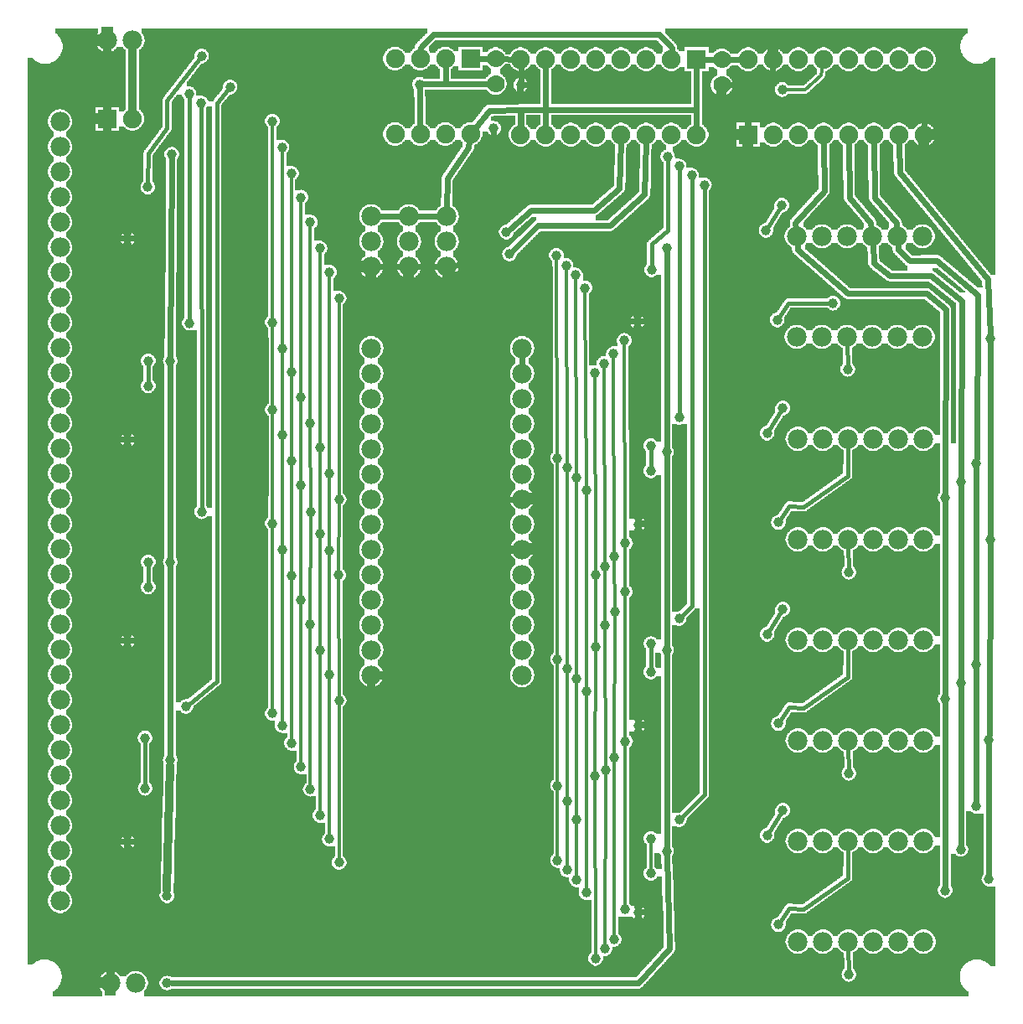
<source format=gbl>
G04 MADE WITH FRITZING*
G04 WWW.FRITZING.ORG*
G04 DOUBLE SIDED*
G04 HOLES PLATED*
G04 CONTOUR ON CENTER OF CONTOUR VECTOR*
%ASAXBY*%
%FSLAX23Y23*%
%MOIN*%
%OFA0B0*%
%SFA1.0B1.0*%
%ADD10C,0.075000*%
%ADD11C,0.039370*%
%ADD12C,0.078000*%
%ADD13C,0.070000*%
%ADD14R,0.075000X0.075000*%
%ADD15C,0.032000*%
%ADD16C,0.024000*%
%ADD17C,0.016000*%
%ADD18C,0.012000*%
%ADD19C,0.015000*%
%LNCOPPER0*%
G90*
G70*
G54D10*
X2202Y3660D03*
X1730Y3566D03*
X3249Y3163D03*
X3310Y2936D03*
X2664Y1434D03*
X243Y3844D03*
G54D11*
X2588Y3382D03*
X2633Y3345D03*
X2633Y2345D03*
X2521Y2232D03*
X2683Y3307D03*
X2633Y1545D03*
X2521Y1445D03*
X2734Y3270D03*
X2634Y744D03*
X2521Y532D03*
X733Y3782D03*
X685Y2720D03*
X521Y2570D03*
X683Y3632D03*
X732Y3596D03*
X734Y1970D03*
X521Y1770D03*
X847Y3659D03*
X671Y1195D03*
X508Y1070D03*
G54D12*
X1708Y3145D03*
X1708Y3045D03*
X1708Y2945D03*
X1558Y3145D03*
X1558Y3045D03*
X1558Y2945D03*
X1408Y3145D03*
X1408Y3045D03*
X1408Y2945D03*
G54D11*
X2149Y880D03*
X2189Y819D03*
X2226Y746D03*
X2302Y1432D03*
X2338Y1519D03*
X2378Y1571D03*
X2419Y1651D03*
X1958Y2995D03*
X1946Y3082D03*
X1896Y3495D03*
G54D10*
X358Y3532D03*
X458Y3532D03*
G54D12*
X358Y3845D03*
X458Y3845D03*
X371Y95D03*
X471Y95D03*
G54D11*
X596Y442D03*
X596Y95D03*
X1279Y1717D03*
X1242Y1815D03*
X1204Y1882D03*
X1167Y1970D03*
X1128Y2074D03*
X1090Y2172D03*
X1053Y2274D03*
X1015Y2375D03*
X2983Y682D03*
X2983Y1482D03*
X2983Y2282D03*
X2979Y3088D03*
X3046Y782D03*
X3046Y1582D03*
X3046Y2382D03*
X3041Y3188D03*
X3028Y327D03*
X3028Y1127D03*
X3028Y1927D03*
X3023Y2733D03*
X3691Y463D03*
X3691Y1226D03*
X3691Y2026D03*
X3816Y797D03*
X3816Y1363D03*
X3816Y2163D03*
X3754Y626D03*
X3754Y1288D03*
X3754Y2088D03*
X3246Y2799D03*
X3308Y129D03*
X3308Y929D03*
X3308Y1729D03*
X3304Y2535D03*
X3866Y508D03*
X3866Y1063D03*
X3871Y1857D03*
X3871Y2657D03*
X1600Y3670D03*
X3043Y3649D03*
G54D12*
X170Y1122D03*
X170Y1022D03*
X170Y922D03*
X170Y822D03*
X170Y722D03*
X170Y622D03*
X170Y522D03*
X170Y422D03*
X170Y1922D03*
X170Y1822D03*
X170Y1722D03*
X170Y1622D03*
X170Y1522D03*
X170Y1422D03*
X170Y1322D03*
X170Y1222D03*
X170Y2722D03*
X170Y2622D03*
X170Y2522D03*
X170Y2422D03*
X170Y2322D03*
X170Y2222D03*
X170Y2122D03*
X170Y2022D03*
X170Y3522D03*
X170Y3422D03*
X170Y3322D03*
X170Y3222D03*
X170Y3122D03*
X170Y3022D03*
X170Y2922D03*
X170Y2822D03*
G54D11*
X2521Y670D03*
X2521Y1332D03*
X2521Y2132D03*
X2524Y2932D03*
X508Y870D03*
X521Y1670D03*
X521Y2470D03*
X519Y3261D03*
X2583Y620D03*
X2583Y1420D03*
X2583Y2207D03*
X2583Y3020D03*
X608Y982D03*
X608Y1770D03*
X608Y2570D03*
X615Y3391D03*
X2470Y375D03*
X2471Y1119D03*
X2471Y1919D03*
X2467Y2725D03*
X439Y655D03*
X439Y1455D03*
X439Y2255D03*
X439Y3055D03*
X2225Y505D03*
X2225Y1305D03*
X2225Y2105D03*
X2221Y2911D03*
X1091Y1049D03*
X1091Y1715D03*
X1091Y2524D03*
X1091Y3315D03*
X2418Y387D03*
X2419Y1056D03*
X2419Y1845D03*
X2415Y2651D03*
X1280Y574D03*
X1280Y1218D03*
X1280Y2018D03*
X1280Y2818D03*
X2263Y454D03*
X2264Y1255D03*
X2263Y2054D03*
X2258Y2860D03*
X1129Y954D03*
X1129Y1620D03*
X1129Y2425D03*
X1129Y3220D03*
X2301Y193D03*
X2299Y917D03*
X2300Y1720D03*
X2298Y2522D03*
X1166Y866D03*
X1166Y1521D03*
X1166Y2321D03*
X1166Y3121D03*
X2149Y583D03*
X2149Y1383D03*
X2149Y2183D03*
X2145Y2989D03*
X1015Y1167D03*
X1015Y1923D03*
X1015Y2723D03*
X1015Y3523D03*
X2338Y231D03*
X2341Y941D03*
X2338Y1753D03*
X2334Y2560D03*
X1204Y762D03*
X1204Y1417D03*
X1206Y2226D03*
X1204Y3017D03*
X2375Y268D03*
X2376Y992D03*
X2376Y1792D03*
X2372Y2598D03*
X1242Y667D03*
X1242Y1322D03*
X1242Y2122D03*
X1242Y2922D03*
X2187Y544D03*
X2187Y1344D03*
X2187Y2144D03*
X2183Y2950D03*
X1053Y1119D03*
X1053Y1819D03*
X1053Y2619D03*
X1053Y3419D03*
G54D10*
X1803Y3772D03*
X1803Y3472D03*
X1703Y3772D03*
X1703Y3472D03*
X1603Y3772D03*
X1603Y3472D03*
X1503Y3772D03*
X1503Y3472D03*
X2907Y3469D03*
X2907Y3769D03*
X3007Y3469D03*
X3007Y3769D03*
X3107Y3469D03*
X3107Y3769D03*
X3207Y3469D03*
X3207Y3769D03*
X3307Y3469D03*
X3307Y3769D03*
X3407Y3469D03*
X3407Y3769D03*
X3507Y3469D03*
X3507Y3769D03*
X3607Y3469D03*
X3607Y3769D03*
X2702Y3769D03*
X2702Y3469D03*
X2602Y3769D03*
X2602Y3469D03*
X2502Y3769D03*
X2502Y3469D03*
X2402Y3769D03*
X2402Y3469D03*
X2302Y3769D03*
X2302Y3469D03*
X2202Y3769D03*
X2202Y3469D03*
X2102Y3769D03*
X2102Y3469D03*
X2002Y3769D03*
X2002Y3469D03*
G54D13*
X2803Y3667D03*
X2803Y3767D03*
X1903Y3672D03*
X1903Y3772D03*
G54D11*
X2003Y3667D03*
G54D12*
X3106Y259D03*
X3206Y259D03*
X3306Y259D03*
X3406Y259D03*
X3506Y259D03*
X3606Y259D03*
X3106Y1059D03*
X3206Y1059D03*
X3306Y1059D03*
X3406Y1059D03*
X3506Y1059D03*
X3606Y1059D03*
X3106Y1859D03*
X3206Y1859D03*
X3306Y1859D03*
X3406Y1859D03*
X3506Y1859D03*
X3606Y1859D03*
X3101Y2665D03*
X3201Y2665D03*
X3301Y2665D03*
X3401Y2665D03*
X3501Y2665D03*
X3601Y2665D03*
X3106Y659D03*
X3206Y659D03*
X3306Y659D03*
X3406Y659D03*
X3506Y659D03*
X3606Y659D03*
X3106Y1459D03*
X3206Y1459D03*
X3306Y1459D03*
X3406Y1459D03*
X3506Y1459D03*
X3606Y1459D03*
X3106Y2259D03*
X3206Y2259D03*
X3306Y2259D03*
X3406Y2259D03*
X3506Y2259D03*
X3606Y2259D03*
X3101Y3065D03*
X3201Y3065D03*
X3301Y3065D03*
X3401Y3065D03*
X3501Y3065D03*
X3601Y3065D03*
X2008Y2620D03*
X2008Y2520D03*
X2008Y2420D03*
X2008Y2320D03*
X2008Y2220D03*
X2008Y2120D03*
X2008Y2020D03*
X2008Y1920D03*
X2008Y1820D03*
X2008Y1720D03*
X2008Y1620D03*
X2008Y1520D03*
X2008Y1420D03*
X2008Y1320D03*
X1408Y2620D03*
X1408Y2520D03*
X1408Y2420D03*
X1408Y2320D03*
X1408Y2220D03*
X1408Y2120D03*
X1408Y2020D03*
X1408Y1920D03*
X1408Y1820D03*
X1408Y1720D03*
X1408Y1620D03*
X1408Y1520D03*
X1408Y1420D03*
X1408Y1320D03*
G54D14*
X358Y3532D03*
X1803Y3772D03*
X2907Y3469D03*
X2702Y3769D03*
G54D15*
X439Y2280D02*
X439Y3031D01*
D02*
X439Y2231D02*
X439Y1480D01*
D02*
X439Y1431D02*
X439Y680D01*
G54D16*
D02*
X608Y1751D02*
X608Y1001D01*
D02*
X608Y1789D02*
X608Y2551D01*
D02*
X608Y2589D02*
X614Y3372D01*
G54D17*
D02*
X2524Y3034D02*
X2588Y3089D01*
D02*
X2588Y3089D02*
X2588Y3369D01*
D02*
X2524Y2945D02*
X2524Y3034D01*
D02*
X2633Y2358D02*
X2633Y3331D01*
D02*
X2521Y2146D02*
X2521Y2219D01*
D02*
X2521Y1346D02*
X2521Y1431D01*
D02*
X2683Y1595D02*
X2683Y3294D01*
D02*
X2643Y1554D02*
X2683Y1595D01*
D02*
X2643Y754D02*
X2734Y844D01*
D02*
X2734Y844D02*
X2734Y3256D01*
G54D18*
D02*
X2521Y656D02*
X2521Y545D01*
G54D17*
D02*
X521Y3395D02*
X596Y3495D01*
D02*
X596Y3495D02*
X596Y3606D01*
D02*
X596Y3606D02*
X725Y3772D01*
D02*
X519Y3275D02*
X521Y3395D01*
D02*
X685Y2733D02*
X683Y3619D01*
D02*
X521Y2483D02*
X521Y2556D01*
D02*
X734Y1983D02*
X732Y3582D01*
D02*
X521Y1683D02*
X521Y1756D01*
D02*
X681Y1203D02*
X795Y1296D01*
D02*
X795Y1296D02*
X795Y3596D01*
D02*
X508Y883D02*
X508Y1056D01*
D02*
X795Y3596D02*
X838Y3648D01*
G54D16*
D02*
X2072Y3107D02*
X2359Y3107D01*
D02*
X2359Y3107D02*
X2496Y3232D01*
D02*
X2496Y3232D02*
X2502Y3441D01*
D02*
X1972Y3008D02*
X2072Y3107D01*
D02*
X2396Y3256D02*
X2402Y3441D01*
D02*
X2296Y3170D02*
X2396Y3256D01*
D02*
X2045Y3170D02*
X2296Y3170D01*
D02*
X1960Y3095D02*
X2045Y3170D01*
D02*
X1528Y3145D02*
X1438Y3145D01*
D02*
X1588Y3145D02*
X1678Y3145D01*
D02*
X1528Y2945D02*
X1438Y2945D01*
D02*
X1588Y2945D02*
X1678Y2945D01*
D02*
X1921Y1819D02*
X1921Y1994D01*
D02*
X1921Y1994D02*
X1945Y2019D01*
D02*
X1959Y1819D02*
X1921Y1819D01*
D02*
X1945Y2019D02*
X1978Y2019D01*
D02*
X1978Y1819D02*
X1959Y1819D01*
G54D15*
D02*
X1708Y2909D02*
X1708Y1519D01*
D02*
X1708Y1519D02*
X1521Y1319D01*
D02*
X1521Y1319D02*
X1444Y1319D01*
D02*
X1521Y1319D02*
X1708Y1519D01*
D02*
X1708Y1519D02*
X1708Y1819D01*
D02*
X1708Y1819D02*
X1921Y1819D01*
D02*
X1921Y1819D02*
X1973Y1819D01*
D02*
X1444Y1319D02*
X1521Y1319D01*
G54D18*
D02*
X2338Y1505D02*
X2341Y954D01*
D02*
X2338Y1740D02*
X2338Y1532D01*
G54D15*
D02*
X1410Y345D02*
X1408Y1284D01*
D02*
X449Y342D02*
X1410Y345D01*
D02*
X440Y631D02*
X449Y342D01*
D02*
X1696Y145D02*
X1410Y345D01*
D02*
X1410Y345D02*
X1408Y1284D01*
D02*
X2385Y145D02*
X1696Y145D01*
D02*
X2471Y245D02*
X2385Y145D01*
D02*
X2470Y350D02*
X2471Y245D01*
G54D16*
D02*
X1796Y3420D02*
X1710Y3295D01*
D02*
X1710Y3295D02*
X1709Y3175D01*
D02*
X1799Y3444D02*
X1796Y3420D01*
D02*
X1821Y3295D02*
X1821Y3006D01*
D02*
X1821Y3006D02*
X1771Y2956D01*
D02*
X1896Y3395D02*
X1821Y3295D01*
D02*
X1771Y2956D02*
X1738Y2950D01*
D02*
X1896Y3476D02*
X1896Y3395D01*
G54D15*
D02*
X360Y3456D02*
X359Y3498D01*
D02*
X435Y3370D02*
X360Y3456D01*
D02*
X439Y3080D02*
X435Y3370D01*
D02*
X358Y3566D02*
X358Y3809D01*
D02*
X458Y3809D02*
X458Y3566D01*
D02*
X447Y344D02*
X371Y270D01*
D02*
X371Y270D02*
X371Y130D01*
D02*
X440Y631D02*
X447Y344D01*
D02*
X608Y958D02*
X596Y466D01*
G54D16*
D02*
X2471Y95D02*
X615Y95D01*
D02*
X2596Y231D02*
X2471Y95D01*
D02*
X2584Y601D02*
X2596Y231D01*
G54D15*
D02*
X2467Y2750D02*
X2465Y2959D01*
D02*
X1708Y2907D02*
X1708Y2909D01*
D02*
X1996Y2907D02*
X1708Y2907D01*
D02*
X2121Y3045D02*
X1996Y2907D01*
D02*
X2396Y3045D02*
X2121Y3045D01*
D02*
X2465Y2959D02*
X2396Y3045D01*
G54D16*
D02*
X3871Y1838D02*
X3867Y1082D01*
D02*
X3816Y2144D02*
X3816Y1382D01*
D02*
X3754Y2069D02*
X3754Y1307D01*
D02*
X3691Y2007D02*
X3691Y1245D01*
D02*
X3866Y1044D02*
X3866Y527D01*
D02*
X3816Y1344D02*
X3816Y816D01*
D02*
X3754Y1269D02*
X3754Y645D01*
D02*
X3691Y1207D02*
X3691Y482D01*
G54D18*
D02*
X2149Y2169D02*
X2149Y1396D01*
D02*
X2187Y2131D02*
X2187Y1357D01*
D02*
X2225Y2091D02*
X2225Y1318D01*
D02*
X2263Y2041D02*
X2264Y1268D01*
D02*
X2302Y1418D02*
X2299Y930D01*
D02*
X2300Y1706D02*
X2302Y1445D01*
D02*
X2378Y1558D02*
X2376Y1005D01*
D02*
X2376Y1779D02*
X2378Y1585D01*
D02*
X2419Y1637D02*
X2419Y1069D01*
D02*
X2419Y1831D02*
X2419Y1664D01*
D02*
X2149Y867D02*
X2149Y596D01*
D02*
X2149Y1369D02*
X2149Y894D01*
D02*
X2189Y805D02*
X2187Y557D01*
D02*
X2187Y1331D02*
X2189Y832D01*
D02*
X2226Y732D02*
X2225Y518D01*
D02*
X2225Y1291D02*
X2226Y759D01*
D02*
X2264Y1242D02*
X2263Y468D01*
D02*
X2299Y903D02*
X2301Y206D01*
D02*
X2341Y928D02*
X2339Y245D01*
D02*
X2376Y979D02*
X2375Y281D01*
D02*
X2419Y1042D02*
X2418Y400D01*
G54D15*
D02*
X2471Y1144D02*
X2471Y1895D01*
D02*
X2471Y1095D02*
X2470Y399D01*
D02*
X2471Y1944D02*
X2467Y2701D01*
G54D16*
D02*
X2583Y2226D02*
X2583Y3001D01*
D02*
X2583Y2188D02*
X2583Y1439D01*
D02*
X2583Y1401D02*
X2583Y639D01*
G54D18*
D02*
X1015Y3509D02*
X1015Y2736D01*
D02*
X1053Y3406D02*
X1053Y2633D01*
D02*
X1091Y3302D02*
X1091Y2537D01*
D02*
X1129Y3207D02*
X1129Y2438D01*
D02*
X1166Y3108D02*
X1166Y2335D01*
D02*
X1204Y3004D02*
X1206Y2239D01*
D02*
X1242Y2909D02*
X1242Y2136D01*
D02*
X1280Y2805D02*
X1280Y2032D01*
D02*
X1279Y1703D02*
X1280Y1232D01*
D02*
X1280Y2005D02*
X1279Y1730D01*
D02*
X1242Y1802D02*
X1242Y1336D01*
D02*
X1242Y2109D02*
X1242Y1829D01*
D02*
X1204Y1869D02*
X1204Y1431D01*
D02*
X1206Y2212D02*
X1204Y1896D01*
D02*
X1167Y1956D02*
X1166Y1535D01*
D02*
X1166Y2308D02*
X1167Y1983D01*
D02*
X1128Y2060D02*
X1129Y1634D01*
D02*
X1129Y2411D02*
X1128Y2087D01*
D02*
X1090Y2159D02*
X1091Y1729D01*
D02*
X1091Y2510D02*
X1090Y2186D01*
D02*
X1053Y2260D02*
X1053Y1833D01*
D02*
X1053Y2606D02*
X1053Y2287D01*
D02*
X1015Y2362D02*
X1015Y1936D01*
D02*
X1015Y2709D02*
X1015Y2389D01*
D02*
X1015Y1909D02*
X1015Y1181D01*
D02*
X1053Y1806D02*
X1053Y1133D01*
D02*
X1091Y1702D02*
X1091Y1062D01*
D02*
X1129Y1607D02*
X1129Y967D01*
D02*
X1166Y1508D02*
X1166Y879D01*
D02*
X1204Y1404D02*
X1204Y775D01*
D02*
X1242Y1309D02*
X1242Y680D01*
D02*
X1280Y1205D02*
X1280Y587D01*
G54D16*
D02*
X2008Y2590D02*
X2008Y2550D01*
G54D17*
D02*
X3039Y771D02*
X2990Y694D01*
D02*
X3039Y1571D02*
X2990Y1494D01*
D02*
X3039Y2371D02*
X2990Y2294D01*
D02*
X3034Y3177D02*
X2986Y3100D01*
D02*
X3129Y388D02*
X3072Y393D01*
D02*
X3129Y1188D02*
X3072Y1193D01*
D02*
X3129Y1988D02*
X3072Y1993D01*
D02*
X3304Y513D02*
X3129Y388D01*
D02*
X3304Y1313D02*
X3129Y1188D01*
D02*
X3304Y2113D02*
X3129Y1988D01*
D02*
X3232Y2799D02*
X3068Y2799D01*
D02*
X3072Y393D02*
X3035Y338D01*
D02*
X3072Y1193D02*
X3035Y1138D01*
D02*
X3072Y1993D02*
X3035Y1938D01*
D02*
X3068Y2799D02*
X3031Y2744D01*
D02*
X3306Y235D02*
X3308Y143D01*
D02*
X3306Y1035D02*
X3308Y943D01*
D02*
X3306Y1835D02*
X3308Y1743D01*
D02*
X3302Y2641D02*
X3304Y2549D01*
G54D16*
D02*
X3310Y3220D02*
X3308Y3440D01*
D02*
X3396Y3120D02*
X3310Y3220D01*
D02*
X3398Y3095D02*
X3396Y3120D01*
D02*
X3499Y3095D02*
X3497Y3120D01*
D02*
X3410Y3220D02*
X3408Y3440D01*
D02*
X3497Y3120D02*
X3410Y3220D01*
D02*
X3870Y2676D02*
X3860Y2895D01*
D02*
X3860Y2895D02*
X3510Y3320D01*
D02*
X3510Y3320D02*
X3508Y3440D01*
D02*
X3210Y3245D02*
X3208Y3440D01*
D02*
X3096Y3120D02*
X3210Y3245D01*
D02*
X3098Y3095D02*
X3096Y3120D01*
D02*
X3821Y2833D02*
X3658Y2970D01*
D02*
X3658Y2970D02*
X3550Y2967D01*
D02*
X3550Y2967D02*
X3504Y3013D01*
D02*
X3504Y3013D02*
X3503Y3035D01*
D02*
X3817Y2182D02*
X3821Y2833D01*
D02*
X3759Y2808D02*
X3634Y2908D01*
D02*
X3754Y2107D02*
X3759Y2808D01*
D02*
X3634Y2908D02*
X3472Y2908D01*
D02*
X3472Y2908D02*
X3408Y2957D01*
D02*
X3408Y2957D02*
X3403Y3035D01*
D02*
X3693Y2774D02*
X3617Y2837D01*
D02*
X3691Y2045D02*
X3693Y2774D01*
D02*
X3617Y2837D02*
X3304Y2837D01*
D02*
X3304Y2837D02*
X3104Y3013D01*
D02*
X3104Y3013D02*
X3103Y3035D01*
G54D19*
D02*
X3305Y635D02*
X3304Y513D01*
D02*
X3305Y1435D02*
X3304Y1313D01*
D02*
X3305Y2235D02*
X3304Y2113D01*
G54D16*
D02*
X3871Y2638D02*
X3871Y1876D01*
G54D18*
D02*
X2187Y2157D02*
X2183Y2937D01*
D02*
X2225Y2118D02*
X2221Y2897D01*
D02*
X2263Y2068D02*
X2259Y2847D01*
D02*
X2298Y2508D02*
X2300Y1733D01*
D02*
X2334Y2546D02*
X2338Y1767D01*
D02*
X2372Y2585D02*
X2376Y1805D01*
D02*
X2415Y2637D02*
X2419Y1858D01*
D02*
X2145Y2975D02*
X2149Y2196D01*
D02*
X3197Y3705D02*
X3136Y3649D01*
D02*
X3136Y3649D02*
X3057Y3649D01*
D02*
X3204Y3746D02*
X3197Y3705D01*
G54D16*
D02*
X3003Y3719D02*
X2956Y3669D01*
D02*
X2956Y3669D02*
X2906Y3669D01*
D02*
X3005Y3741D02*
X3003Y3719D01*
D02*
X2906Y3669D02*
X2907Y3498D01*
D02*
X2102Y3498D02*
X2102Y3741D01*
D02*
X2702Y3498D02*
X2702Y3741D01*
D02*
X2554Y3867D02*
X1654Y3867D01*
D02*
X1654Y3867D02*
X1603Y3816D01*
D02*
X2603Y3816D02*
X2554Y3867D01*
D02*
X1603Y3816D02*
X1603Y3800D01*
D02*
X2603Y3798D02*
X2603Y3816D01*
D02*
X2003Y3567D02*
X1877Y3566D01*
D02*
X1877Y3566D02*
X1820Y3494D01*
D02*
X2003Y3498D02*
X2003Y3567D01*
D02*
X2102Y3569D02*
X2002Y3569D01*
D02*
X2002Y3569D02*
X2002Y3498D01*
D02*
X2102Y3498D02*
X2102Y3569D01*
D02*
X2702Y3569D02*
X2102Y3569D01*
D02*
X2102Y3569D02*
X2102Y3498D01*
D02*
X2702Y3498D02*
X2702Y3569D01*
D02*
X1703Y3672D02*
X1703Y3743D01*
D02*
X1619Y3671D02*
X1703Y3672D01*
D02*
X1602Y3500D02*
X1601Y3651D01*
D02*
X1877Y3772D02*
X1831Y3772D01*
D02*
X1929Y3771D02*
X1974Y3770D01*
D02*
X1703Y3672D02*
X1877Y3672D01*
D02*
X1703Y3743D02*
X1703Y3672D01*
D02*
X3558Y3570D02*
X2907Y3568D01*
D02*
X2907Y3568D02*
X2907Y3498D01*
D02*
X3607Y3519D02*
X3558Y3570D01*
D02*
X3607Y3498D02*
X3607Y3519D01*
D02*
X2003Y3686D02*
X2003Y3741D01*
D02*
X2731Y3769D02*
X2777Y3768D01*
D02*
X2829Y3768D02*
X2879Y3769D01*
D02*
X2900Y3669D02*
X2829Y3667D01*
D02*
X2906Y3498D02*
X2900Y3669D01*
G36*
X1662Y3845D02*
X1662Y3843D01*
X1660Y3843D01*
X1660Y3841D01*
X1658Y3841D01*
X1658Y3839D01*
X1656Y3839D01*
X1656Y3837D01*
X1654Y3837D01*
X1654Y3835D01*
X1652Y3835D01*
X1652Y3833D01*
X1650Y3833D01*
X1650Y3831D01*
X1648Y3831D01*
X1648Y3829D01*
X1646Y3829D01*
X1646Y3827D01*
X1644Y3827D01*
X1644Y3825D01*
X1642Y3825D01*
X1642Y3823D01*
X1640Y3823D01*
X1640Y3821D01*
X1638Y3821D01*
X1638Y3819D01*
X1850Y3819D01*
X1850Y3817D01*
X2508Y3817D01*
X2508Y3815D01*
X2516Y3815D01*
X2516Y3813D01*
X2520Y3813D01*
X2520Y3811D01*
X2524Y3811D01*
X2524Y3809D01*
X2528Y3809D01*
X2528Y3807D01*
X2530Y3807D01*
X2530Y3805D01*
X2532Y3805D01*
X2532Y3803D01*
X2534Y3803D01*
X2534Y3801D01*
X2536Y3801D01*
X2536Y3799D01*
X2538Y3799D01*
X2538Y3797D01*
X2540Y3797D01*
X2540Y3795D01*
X2542Y3795D01*
X2542Y3791D01*
X2562Y3791D01*
X2562Y3793D01*
X2564Y3793D01*
X2564Y3795D01*
X2566Y3795D01*
X2566Y3799D01*
X2568Y3799D01*
X2568Y3821D01*
X2566Y3821D01*
X2566Y3823D01*
X2564Y3823D01*
X2564Y3825D01*
X2562Y3825D01*
X2562Y3827D01*
X2560Y3827D01*
X2560Y3829D01*
X2558Y3829D01*
X2558Y3831D01*
X2556Y3831D01*
X2556Y3833D01*
X2554Y3833D01*
X2554Y3835D01*
X2552Y3835D01*
X2552Y3837D01*
X2550Y3837D01*
X2550Y3841D01*
X2548Y3841D01*
X2548Y3843D01*
X2546Y3843D01*
X2546Y3845D01*
X1662Y3845D01*
G37*
D02*
G36*
X1638Y3819D02*
X1638Y3801D01*
X1640Y3801D01*
X1640Y3797D01*
X1642Y3797D01*
X1642Y3795D01*
X1664Y3795D01*
X1664Y3799D01*
X1666Y3799D01*
X1666Y3801D01*
X1668Y3801D01*
X1668Y3803D01*
X1670Y3803D01*
X1670Y3805D01*
X1672Y3805D01*
X1672Y3807D01*
X1674Y3807D01*
X1674Y3809D01*
X1676Y3809D01*
X1676Y3811D01*
X1680Y3811D01*
X1680Y3813D01*
X1684Y3813D01*
X1684Y3815D01*
X1688Y3815D01*
X1688Y3817D01*
X1694Y3817D01*
X1694Y3819D01*
X1638Y3819D01*
G37*
D02*
G36*
X1712Y3819D02*
X1712Y3817D01*
X1718Y3817D01*
X1718Y3815D01*
X1722Y3815D01*
X1722Y3813D01*
X1726Y3813D01*
X1726Y3811D01*
X1728Y3811D01*
X1728Y3809D01*
X1732Y3809D01*
X1732Y3807D01*
X1734Y3807D01*
X1734Y3805D01*
X1736Y3805D01*
X1736Y3803D01*
X1756Y3803D01*
X1756Y3819D01*
X1712Y3819D01*
G37*
D02*
G36*
X1850Y3817D02*
X1850Y3799D01*
X1870Y3799D01*
X1870Y3801D01*
X1872Y3801D01*
X1872Y3803D01*
X1874Y3803D01*
X1874Y3805D01*
X1876Y3805D01*
X1876Y3807D01*
X1878Y3807D01*
X1878Y3809D01*
X1882Y3809D01*
X1882Y3811D01*
X1884Y3811D01*
X1884Y3813D01*
X1890Y3813D01*
X1890Y3815D01*
X1894Y3815D01*
X1894Y3817D01*
X1850Y3817D01*
G37*
D02*
G36*
X1910Y3817D02*
X1910Y3815D01*
X1916Y3815D01*
X1916Y3813D01*
X1920Y3813D01*
X1920Y3811D01*
X1924Y3811D01*
X1924Y3809D01*
X1928Y3809D01*
X1928Y3807D01*
X1930Y3807D01*
X1930Y3805D01*
X1932Y3805D01*
X1932Y3803D01*
X1934Y3803D01*
X1934Y3801D01*
X1936Y3801D01*
X1936Y3799D01*
X1938Y3799D01*
X1938Y3797D01*
X1940Y3797D01*
X1940Y3793D01*
X1942Y3793D01*
X1942Y3789D01*
X1962Y3789D01*
X1962Y3793D01*
X1964Y3793D01*
X1964Y3795D01*
X1966Y3795D01*
X1966Y3799D01*
X1968Y3799D01*
X1968Y3801D01*
X1970Y3801D01*
X1970Y3803D01*
X1972Y3803D01*
X1972Y3805D01*
X1974Y3805D01*
X1974Y3807D01*
X1978Y3807D01*
X1978Y3809D01*
X1980Y3809D01*
X1980Y3811D01*
X1984Y3811D01*
X1984Y3813D01*
X1990Y3813D01*
X1990Y3815D01*
X1996Y3815D01*
X1996Y3817D01*
X1910Y3817D01*
G37*
D02*
G36*
X2008Y3817D02*
X2008Y3815D01*
X2016Y3815D01*
X2016Y3813D01*
X2020Y3813D01*
X2020Y3811D01*
X2024Y3811D01*
X2024Y3809D01*
X2028Y3809D01*
X2028Y3807D01*
X2030Y3807D01*
X2030Y3805D01*
X2032Y3805D01*
X2032Y3803D01*
X2034Y3803D01*
X2034Y3801D01*
X2036Y3801D01*
X2036Y3799D01*
X2038Y3799D01*
X2038Y3797D01*
X2040Y3797D01*
X2040Y3795D01*
X2042Y3795D01*
X2042Y3791D01*
X2062Y3791D01*
X2062Y3793D01*
X2064Y3793D01*
X2064Y3795D01*
X2066Y3795D01*
X2066Y3799D01*
X2068Y3799D01*
X2068Y3801D01*
X2070Y3801D01*
X2070Y3803D01*
X2072Y3803D01*
X2072Y3805D01*
X2074Y3805D01*
X2074Y3807D01*
X2078Y3807D01*
X2078Y3809D01*
X2080Y3809D01*
X2080Y3811D01*
X2084Y3811D01*
X2084Y3813D01*
X2090Y3813D01*
X2090Y3815D01*
X2096Y3815D01*
X2096Y3817D01*
X2008Y3817D01*
G37*
D02*
G36*
X2108Y3817D02*
X2108Y3815D01*
X2116Y3815D01*
X2116Y3813D01*
X2120Y3813D01*
X2120Y3811D01*
X2124Y3811D01*
X2124Y3809D01*
X2128Y3809D01*
X2128Y3807D01*
X2130Y3807D01*
X2130Y3805D01*
X2132Y3805D01*
X2132Y3803D01*
X2134Y3803D01*
X2134Y3801D01*
X2136Y3801D01*
X2136Y3799D01*
X2138Y3799D01*
X2138Y3797D01*
X2140Y3797D01*
X2140Y3795D01*
X2142Y3795D01*
X2142Y3791D01*
X2162Y3791D01*
X2162Y3793D01*
X2164Y3793D01*
X2164Y3795D01*
X2166Y3795D01*
X2166Y3799D01*
X2168Y3799D01*
X2168Y3801D01*
X2170Y3801D01*
X2170Y3803D01*
X2172Y3803D01*
X2172Y3805D01*
X2174Y3805D01*
X2174Y3807D01*
X2178Y3807D01*
X2178Y3809D01*
X2180Y3809D01*
X2180Y3811D01*
X2184Y3811D01*
X2184Y3813D01*
X2190Y3813D01*
X2190Y3815D01*
X2196Y3815D01*
X2196Y3817D01*
X2108Y3817D01*
G37*
D02*
G36*
X2208Y3817D02*
X2208Y3815D01*
X2216Y3815D01*
X2216Y3813D01*
X2220Y3813D01*
X2220Y3811D01*
X2224Y3811D01*
X2224Y3809D01*
X2228Y3809D01*
X2228Y3807D01*
X2230Y3807D01*
X2230Y3805D01*
X2232Y3805D01*
X2232Y3803D01*
X2234Y3803D01*
X2234Y3801D01*
X2236Y3801D01*
X2236Y3799D01*
X2238Y3799D01*
X2238Y3797D01*
X2240Y3797D01*
X2240Y3795D01*
X2242Y3795D01*
X2242Y3791D01*
X2262Y3791D01*
X2262Y3793D01*
X2264Y3793D01*
X2264Y3795D01*
X2266Y3795D01*
X2266Y3799D01*
X2268Y3799D01*
X2268Y3801D01*
X2270Y3801D01*
X2270Y3803D01*
X2272Y3803D01*
X2272Y3805D01*
X2274Y3805D01*
X2274Y3807D01*
X2278Y3807D01*
X2278Y3809D01*
X2280Y3809D01*
X2280Y3811D01*
X2284Y3811D01*
X2284Y3813D01*
X2290Y3813D01*
X2290Y3815D01*
X2296Y3815D01*
X2296Y3817D01*
X2208Y3817D01*
G37*
D02*
G36*
X2308Y3817D02*
X2308Y3815D01*
X2316Y3815D01*
X2316Y3813D01*
X2320Y3813D01*
X2320Y3811D01*
X2324Y3811D01*
X2324Y3809D01*
X2328Y3809D01*
X2328Y3807D01*
X2330Y3807D01*
X2330Y3805D01*
X2332Y3805D01*
X2332Y3803D01*
X2334Y3803D01*
X2334Y3801D01*
X2336Y3801D01*
X2336Y3799D01*
X2338Y3799D01*
X2338Y3797D01*
X2340Y3797D01*
X2340Y3795D01*
X2342Y3795D01*
X2342Y3791D01*
X2362Y3791D01*
X2362Y3793D01*
X2364Y3793D01*
X2364Y3795D01*
X2366Y3795D01*
X2366Y3799D01*
X2368Y3799D01*
X2368Y3801D01*
X2370Y3801D01*
X2370Y3803D01*
X2372Y3803D01*
X2372Y3805D01*
X2374Y3805D01*
X2374Y3807D01*
X2378Y3807D01*
X2378Y3809D01*
X2380Y3809D01*
X2380Y3811D01*
X2384Y3811D01*
X2384Y3813D01*
X2390Y3813D01*
X2390Y3815D01*
X2396Y3815D01*
X2396Y3817D01*
X2308Y3817D01*
G37*
D02*
G36*
X2408Y3817D02*
X2408Y3815D01*
X2416Y3815D01*
X2416Y3813D01*
X2420Y3813D01*
X2420Y3811D01*
X2424Y3811D01*
X2424Y3809D01*
X2428Y3809D01*
X2428Y3807D01*
X2430Y3807D01*
X2430Y3805D01*
X2432Y3805D01*
X2432Y3803D01*
X2434Y3803D01*
X2434Y3801D01*
X2436Y3801D01*
X2436Y3799D01*
X2438Y3799D01*
X2438Y3797D01*
X2440Y3797D01*
X2440Y3795D01*
X2442Y3795D01*
X2442Y3791D01*
X2462Y3791D01*
X2462Y3793D01*
X2464Y3793D01*
X2464Y3795D01*
X2466Y3795D01*
X2466Y3799D01*
X2468Y3799D01*
X2468Y3801D01*
X2470Y3801D01*
X2470Y3803D01*
X2472Y3803D01*
X2472Y3805D01*
X2474Y3805D01*
X2474Y3807D01*
X2478Y3807D01*
X2478Y3809D01*
X2480Y3809D01*
X2480Y3811D01*
X2484Y3811D01*
X2484Y3813D01*
X2490Y3813D01*
X2490Y3815D01*
X2496Y3815D01*
X2496Y3817D01*
X2408Y3817D01*
G37*
D02*
G36*
X2142Y3747D02*
X2142Y3743D01*
X2140Y3743D01*
X2140Y3741D01*
X2138Y3741D01*
X2138Y3739D01*
X2136Y3739D01*
X2136Y3737D01*
X2134Y3737D01*
X2134Y3735D01*
X2132Y3735D01*
X2132Y3733D01*
X2130Y3733D01*
X2130Y3731D01*
X2126Y3731D01*
X2126Y3729D01*
X2124Y3729D01*
X2124Y3721D01*
X2198Y3721D01*
X2198Y3723D01*
X2190Y3723D01*
X2190Y3725D01*
X2184Y3725D01*
X2184Y3727D01*
X2182Y3727D01*
X2182Y3729D01*
X2178Y3729D01*
X2178Y3731D01*
X2176Y3731D01*
X2176Y3733D01*
X2172Y3733D01*
X2172Y3735D01*
X2170Y3735D01*
X2170Y3737D01*
X2168Y3737D01*
X2168Y3739D01*
X2166Y3739D01*
X2166Y3743D01*
X2164Y3743D01*
X2164Y3745D01*
X2162Y3745D01*
X2162Y3747D01*
X2142Y3747D01*
G37*
D02*
G36*
X2242Y3747D02*
X2242Y3743D01*
X2240Y3743D01*
X2240Y3741D01*
X2238Y3741D01*
X2238Y3739D01*
X2236Y3739D01*
X2236Y3737D01*
X2234Y3737D01*
X2234Y3735D01*
X2232Y3735D01*
X2232Y3733D01*
X2230Y3733D01*
X2230Y3731D01*
X2226Y3731D01*
X2226Y3729D01*
X2224Y3729D01*
X2224Y3727D01*
X2220Y3727D01*
X2220Y3725D01*
X2214Y3725D01*
X2214Y3723D01*
X2208Y3723D01*
X2208Y3721D01*
X2298Y3721D01*
X2298Y3723D01*
X2290Y3723D01*
X2290Y3725D01*
X2284Y3725D01*
X2284Y3727D01*
X2282Y3727D01*
X2282Y3729D01*
X2278Y3729D01*
X2278Y3731D01*
X2276Y3731D01*
X2276Y3733D01*
X2272Y3733D01*
X2272Y3735D01*
X2270Y3735D01*
X2270Y3737D01*
X2268Y3737D01*
X2268Y3739D01*
X2266Y3739D01*
X2266Y3743D01*
X2264Y3743D01*
X2264Y3745D01*
X2262Y3745D01*
X2262Y3747D01*
X2242Y3747D01*
G37*
D02*
G36*
X2342Y3747D02*
X2342Y3743D01*
X2340Y3743D01*
X2340Y3741D01*
X2338Y3741D01*
X2338Y3739D01*
X2336Y3739D01*
X2336Y3737D01*
X2334Y3737D01*
X2334Y3735D01*
X2332Y3735D01*
X2332Y3733D01*
X2330Y3733D01*
X2330Y3731D01*
X2326Y3731D01*
X2326Y3729D01*
X2324Y3729D01*
X2324Y3727D01*
X2320Y3727D01*
X2320Y3725D01*
X2314Y3725D01*
X2314Y3723D01*
X2308Y3723D01*
X2308Y3721D01*
X2398Y3721D01*
X2398Y3723D01*
X2390Y3723D01*
X2390Y3725D01*
X2384Y3725D01*
X2384Y3727D01*
X2382Y3727D01*
X2382Y3729D01*
X2378Y3729D01*
X2378Y3731D01*
X2376Y3731D01*
X2376Y3733D01*
X2372Y3733D01*
X2372Y3735D01*
X2370Y3735D01*
X2370Y3737D01*
X2368Y3737D01*
X2368Y3739D01*
X2366Y3739D01*
X2366Y3743D01*
X2364Y3743D01*
X2364Y3745D01*
X2362Y3745D01*
X2362Y3747D01*
X2342Y3747D01*
G37*
D02*
G36*
X2442Y3747D02*
X2442Y3743D01*
X2440Y3743D01*
X2440Y3741D01*
X2438Y3741D01*
X2438Y3739D01*
X2436Y3739D01*
X2436Y3737D01*
X2434Y3737D01*
X2434Y3735D01*
X2432Y3735D01*
X2432Y3733D01*
X2430Y3733D01*
X2430Y3731D01*
X2426Y3731D01*
X2426Y3729D01*
X2424Y3729D01*
X2424Y3727D01*
X2420Y3727D01*
X2420Y3725D01*
X2414Y3725D01*
X2414Y3723D01*
X2408Y3723D01*
X2408Y3721D01*
X2498Y3721D01*
X2498Y3723D01*
X2490Y3723D01*
X2490Y3725D01*
X2484Y3725D01*
X2484Y3727D01*
X2482Y3727D01*
X2482Y3729D01*
X2478Y3729D01*
X2478Y3731D01*
X2476Y3731D01*
X2476Y3733D01*
X2472Y3733D01*
X2472Y3735D01*
X2470Y3735D01*
X2470Y3737D01*
X2468Y3737D01*
X2468Y3739D01*
X2466Y3739D01*
X2466Y3743D01*
X2464Y3743D01*
X2464Y3745D01*
X2462Y3745D01*
X2462Y3747D01*
X2442Y3747D01*
G37*
D02*
G36*
X2542Y3747D02*
X2542Y3743D01*
X2540Y3743D01*
X2540Y3741D01*
X2538Y3741D01*
X2538Y3739D01*
X2536Y3739D01*
X2536Y3737D01*
X2534Y3737D01*
X2534Y3735D01*
X2532Y3735D01*
X2532Y3733D01*
X2530Y3733D01*
X2530Y3731D01*
X2526Y3731D01*
X2526Y3729D01*
X2524Y3729D01*
X2524Y3727D01*
X2520Y3727D01*
X2520Y3725D01*
X2514Y3725D01*
X2514Y3723D01*
X2508Y3723D01*
X2508Y3721D01*
X2598Y3721D01*
X2598Y3723D01*
X2590Y3723D01*
X2590Y3725D01*
X2584Y3725D01*
X2584Y3727D01*
X2582Y3727D01*
X2582Y3729D01*
X2578Y3729D01*
X2578Y3731D01*
X2576Y3731D01*
X2576Y3733D01*
X2572Y3733D01*
X2572Y3735D01*
X2570Y3735D01*
X2570Y3737D01*
X2568Y3737D01*
X2568Y3739D01*
X2566Y3739D01*
X2566Y3743D01*
X2564Y3743D01*
X2564Y3745D01*
X2562Y3745D01*
X2562Y3747D01*
X2542Y3747D01*
G37*
D02*
G36*
X2634Y3737D02*
X2634Y3735D01*
X2632Y3735D01*
X2632Y3733D01*
X2630Y3733D01*
X2630Y3731D01*
X2626Y3731D01*
X2626Y3729D01*
X2624Y3729D01*
X2624Y3727D01*
X2620Y3727D01*
X2620Y3725D01*
X2614Y3725D01*
X2614Y3723D01*
X2608Y3723D01*
X2608Y3721D01*
X2656Y3721D01*
X2656Y3723D01*
X2654Y3723D01*
X2654Y3737D01*
X2634Y3737D01*
G37*
D02*
G36*
X2124Y3721D02*
X2124Y3719D01*
X2680Y3719D01*
X2680Y3721D01*
X2124Y3721D01*
G37*
D02*
G36*
X2124Y3721D02*
X2124Y3719D01*
X2680Y3719D01*
X2680Y3721D01*
X2124Y3721D01*
G37*
D02*
G36*
X2124Y3721D02*
X2124Y3719D01*
X2680Y3719D01*
X2680Y3721D01*
X2124Y3721D01*
G37*
D02*
G36*
X2124Y3721D02*
X2124Y3719D01*
X2680Y3719D01*
X2680Y3721D01*
X2124Y3721D01*
G37*
D02*
G36*
X2124Y3721D02*
X2124Y3719D01*
X2680Y3719D01*
X2680Y3721D01*
X2124Y3721D01*
G37*
D02*
G36*
X2124Y3721D02*
X2124Y3719D01*
X2680Y3719D01*
X2680Y3721D01*
X2124Y3721D01*
G37*
D02*
G36*
X2124Y3719D02*
X2124Y3591D01*
X2680Y3591D01*
X2680Y3719D01*
X2124Y3719D01*
G37*
D02*
G36*
X1850Y3745D02*
X1850Y3725D01*
X1884Y3725D01*
X1884Y3733D01*
X1882Y3733D01*
X1882Y3735D01*
X1878Y3735D01*
X1878Y3737D01*
X1876Y3737D01*
X1876Y3739D01*
X1874Y3739D01*
X1874Y3741D01*
X1872Y3741D01*
X1872Y3743D01*
X1870Y3743D01*
X1870Y3745D01*
X1850Y3745D01*
G37*
D02*
G36*
X1736Y3741D02*
X1736Y3739D01*
X1734Y3739D01*
X1734Y3737D01*
X1732Y3737D01*
X1732Y3735D01*
X1730Y3735D01*
X1730Y3733D01*
X1726Y3733D01*
X1726Y3731D01*
X1724Y3731D01*
X1724Y3725D01*
X1756Y3725D01*
X1756Y3741D01*
X1736Y3741D01*
G37*
D02*
G36*
X1724Y3725D02*
X1724Y3723D01*
X1884Y3723D01*
X1884Y3725D01*
X1724Y3725D01*
G37*
D02*
G36*
X1724Y3725D02*
X1724Y3723D01*
X1884Y3723D01*
X1884Y3725D01*
X1724Y3725D01*
G37*
D02*
G36*
X1724Y3723D02*
X1724Y3693D01*
X1866Y3693D01*
X1866Y3697D01*
X1868Y3697D01*
X1868Y3699D01*
X1870Y3699D01*
X1870Y3701D01*
X1872Y3701D01*
X1872Y3703D01*
X1874Y3703D01*
X1874Y3705D01*
X1876Y3705D01*
X1876Y3707D01*
X1878Y3707D01*
X1878Y3709D01*
X1882Y3709D01*
X1882Y3711D01*
X1884Y3711D01*
X1884Y3723D01*
X1724Y3723D01*
G37*
D02*
G36*
X1940Y3751D02*
X1940Y3747D01*
X1938Y3747D01*
X1938Y3745D01*
X1936Y3745D01*
X1936Y3743D01*
X1934Y3743D01*
X1934Y3741D01*
X1932Y3741D01*
X1932Y3739D01*
X1930Y3739D01*
X1930Y3737D01*
X1928Y3737D01*
X1928Y3735D01*
X1924Y3735D01*
X1924Y3733D01*
X1920Y3733D01*
X1920Y3721D01*
X1998Y3721D01*
X1998Y3723D01*
X1990Y3723D01*
X1990Y3725D01*
X1984Y3725D01*
X1984Y3727D01*
X1982Y3727D01*
X1982Y3729D01*
X1978Y3729D01*
X1978Y3731D01*
X1976Y3731D01*
X1976Y3733D01*
X1972Y3733D01*
X1972Y3735D01*
X1970Y3735D01*
X1970Y3737D01*
X1968Y3737D01*
X1968Y3739D01*
X1966Y3739D01*
X1966Y3743D01*
X1964Y3743D01*
X1964Y3745D01*
X1962Y3745D01*
X1962Y3749D01*
X1960Y3749D01*
X1960Y3751D01*
X1940Y3751D01*
G37*
D02*
G36*
X2042Y3747D02*
X2042Y3743D01*
X2040Y3743D01*
X2040Y3741D01*
X2038Y3741D01*
X2038Y3739D01*
X2036Y3739D01*
X2036Y3737D01*
X2034Y3737D01*
X2034Y3735D01*
X2032Y3735D01*
X2032Y3733D01*
X2030Y3733D01*
X2030Y3731D01*
X2026Y3731D01*
X2026Y3729D01*
X2024Y3729D01*
X2024Y3727D01*
X2020Y3727D01*
X2020Y3725D01*
X2014Y3725D01*
X2014Y3723D01*
X2008Y3723D01*
X2008Y3721D01*
X2080Y3721D01*
X2080Y3729D01*
X2078Y3729D01*
X2078Y3731D01*
X2076Y3731D01*
X2076Y3733D01*
X2072Y3733D01*
X2072Y3735D01*
X2070Y3735D01*
X2070Y3737D01*
X2068Y3737D01*
X2068Y3739D01*
X2066Y3739D01*
X2066Y3743D01*
X2064Y3743D01*
X2064Y3745D01*
X2062Y3745D01*
X2062Y3747D01*
X2042Y3747D01*
G37*
D02*
G36*
X1920Y3721D02*
X1920Y3719D01*
X2080Y3719D01*
X2080Y3721D01*
X1920Y3721D01*
G37*
D02*
G36*
X1920Y3721D02*
X1920Y3719D01*
X2080Y3719D01*
X2080Y3721D01*
X1920Y3721D01*
G37*
D02*
G36*
X1920Y3719D02*
X1920Y3711D01*
X1924Y3711D01*
X1924Y3709D01*
X1928Y3709D01*
X1928Y3707D01*
X1930Y3707D01*
X1930Y3705D01*
X1932Y3705D01*
X1932Y3703D01*
X1934Y3703D01*
X1934Y3701D01*
X1936Y3701D01*
X1936Y3699D01*
X1938Y3699D01*
X1938Y3697D01*
X2006Y3697D01*
X2006Y3695D01*
X2014Y3695D01*
X2014Y3693D01*
X2016Y3693D01*
X2016Y3691D01*
X2020Y3691D01*
X2020Y3689D01*
X2022Y3689D01*
X2022Y3687D01*
X2024Y3687D01*
X2024Y3685D01*
X2026Y3685D01*
X2026Y3683D01*
X2028Y3683D01*
X2028Y3679D01*
X2030Y3679D01*
X2030Y3675D01*
X2032Y3675D01*
X2032Y3659D01*
X2030Y3659D01*
X2030Y3655D01*
X2028Y3655D01*
X2028Y3651D01*
X2026Y3651D01*
X2026Y3649D01*
X2024Y3649D01*
X2024Y3647D01*
X2022Y3647D01*
X2022Y3645D01*
X2020Y3645D01*
X2020Y3643D01*
X2018Y3643D01*
X2018Y3641D01*
X2014Y3641D01*
X2014Y3639D01*
X2008Y3639D01*
X2008Y3637D01*
X2080Y3637D01*
X2080Y3719D01*
X1920Y3719D01*
G37*
D02*
G36*
X1940Y3697D02*
X1940Y3693D01*
X1942Y3693D01*
X1942Y3689D01*
X1944Y3689D01*
X1944Y3685D01*
X1946Y3685D01*
X1946Y3679D01*
X1948Y3679D01*
X1948Y3665D01*
X1946Y3665D01*
X1946Y3659D01*
X1944Y3659D01*
X1944Y3655D01*
X1942Y3655D01*
X1942Y3651D01*
X1940Y3651D01*
X1940Y3647D01*
X1938Y3647D01*
X1938Y3645D01*
X1936Y3645D01*
X1936Y3643D01*
X1934Y3643D01*
X1934Y3641D01*
X1932Y3641D01*
X1932Y3639D01*
X1930Y3639D01*
X1930Y3637D01*
X1996Y3637D01*
X1996Y3639D01*
X1992Y3639D01*
X1992Y3641D01*
X1988Y3641D01*
X1988Y3643D01*
X1986Y3643D01*
X1986Y3645D01*
X1984Y3645D01*
X1984Y3647D01*
X1982Y3647D01*
X1982Y3649D01*
X1980Y3649D01*
X1980Y3651D01*
X1978Y3651D01*
X1978Y3655D01*
X1976Y3655D01*
X1976Y3659D01*
X1974Y3659D01*
X1974Y3675D01*
X1976Y3675D01*
X1976Y3679D01*
X1978Y3679D01*
X1978Y3683D01*
X1980Y3683D01*
X1980Y3685D01*
X1982Y3685D01*
X1982Y3687D01*
X1984Y3687D01*
X1984Y3689D01*
X1986Y3689D01*
X1986Y3691D01*
X1990Y3691D01*
X1990Y3693D01*
X1992Y3693D01*
X1992Y3695D01*
X1998Y3695D01*
X1998Y3697D01*
X1940Y3697D01*
G37*
D02*
G36*
X1622Y3649D02*
X1622Y3627D01*
X1894Y3627D01*
X1894Y3629D01*
X1888Y3629D01*
X1888Y3631D01*
X1884Y3631D01*
X1884Y3633D01*
X1880Y3633D01*
X1880Y3635D01*
X1878Y3635D01*
X1878Y3637D01*
X1876Y3637D01*
X1876Y3639D01*
X1874Y3639D01*
X1874Y3641D01*
X1872Y3641D01*
X1872Y3643D01*
X1870Y3643D01*
X1870Y3645D01*
X1868Y3645D01*
X1868Y3647D01*
X1866Y3647D01*
X1866Y3649D01*
X1622Y3649D01*
G37*
D02*
G36*
X1928Y3637D02*
X1928Y3635D01*
X2080Y3635D01*
X2080Y3637D01*
X1928Y3637D01*
G37*
D02*
G36*
X1928Y3637D02*
X1928Y3635D01*
X2080Y3635D01*
X2080Y3637D01*
X1928Y3637D01*
G37*
D02*
G36*
X1924Y3635D02*
X1924Y3633D01*
X1922Y3633D01*
X1922Y3631D01*
X1918Y3631D01*
X1918Y3629D01*
X1912Y3629D01*
X1912Y3627D01*
X2080Y3627D01*
X2080Y3635D01*
X1924Y3635D01*
G37*
D02*
G36*
X1622Y3627D02*
X1622Y3625D01*
X2080Y3625D01*
X2080Y3627D01*
X1622Y3627D01*
G37*
D02*
G36*
X1622Y3627D02*
X1622Y3625D01*
X2080Y3625D01*
X2080Y3627D01*
X1622Y3627D01*
G37*
D02*
G36*
X1622Y3625D02*
X1622Y3621D01*
X1624Y3621D01*
X1624Y3519D01*
X1712Y3519D01*
X1712Y3517D01*
X1718Y3517D01*
X1718Y3515D01*
X1722Y3515D01*
X1722Y3513D01*
X1726Y3513D01*
X1726Y3511D01*
X1728Y3511D01*
X1728Y3509D01*
X1732Y3509D01*
X1732Y3507D01*
X1734Y3507D01*
X1734Y3505D01*
X1736Y3505D01*
X1736Y3503D01*
X1738Y3503D01*
X1738Y3501D01*
X1740Y3501D01*
X1740Y3497D01*
X1742Y3497D01*
X1742Y3495D01*
X1764Y3495D01*
X1764Y3499D01*
X1766Y3499D01*
X1766Y3501D01*
X1768Y3501D01*
X1768Y3503D01*
X1770Y3503D01*
X1770Y3505D01*
X1772Y3505D01*
X1772Y3507D01*
X1774Y3507D01*
X1774Y3509D01*
X1776Y3509D01*
X1776Y3511D01*
X1780Y3511D01*
X1780Y3513D01*
X1784Y3513D01*
X1784Y3515D01*
X1788Y3515D01*
X1788Y3517D01*
X1794Y3517D01*
X1794Y3519D01*
X1812Y3519D01*
X1812Y3521D01*
X1814Y3521D01*
X1814Y3523D01*
X1816Y3523D01*
X1816Y3525D01*
X1818Y3525D01*
X1818Y3527D01*
X1820Y3527D01*
X1820Y3531D01*
X1822Y3531D01*
X1822Y3533D01*
X1824Y3533D01*
X1824Y3535D01*
X1826Y3535D01*
X1826Y3539D01*
X1828Y3539D01*
X1828Y3541D01*
X1830Y3541D01*
X1830Y3543D01*
X1832Y3543D01*
X1832Y3545D01*
X1834Y3545D01*
X1834Y3549D01*
X1836Y3549D01*
X1836Y3551D01*
X1838Y3551D01*
X1838Y3553D01*
X1840Y3553D01*
X1840Y3555D01*
X1842Y3555D01*
X1842Y3559D01*
X1844Y3559D01*
X1844Y3561D01*
X1846Y3561D01*
X1846Y3563D01*
X1848Y3563D01*
X1848Y3567D01*
X1850Y3567D01*
X1850Y3569D01*
X1852Y3569D01*
X1852Y3571D01*
X1854Y3571D01*
X1854Y3573D01*
X1856Y3573D01*
X1856Y3577D01*
X1858Y3577D01*
X1858Y3579D01*
X1860Y3579D01*
X1860Y3581D01*
X1862Y3581D01*
X1862Y3583D01*
X1864Y3583D01*
X1864Y3585D01*
X1868Y3585D01*
X1868Y3587D01*
X1892Y3587D01*
X1892Y3589D01*
X1996Y3589D01*
X1996Y3591D01*
X2080Y3591D01*
X2080Y3625D01*
X1622Y3625D01*
G37*
D02*
G36*
X1624Y3519D02*
X1624Y3513D01*
X1626Y3513D01*
X1626Y3511D01*
X1628Y3511D01*
X1628Y3509D01*
X1632Y3509D01*
X1632Y3507D01*
X1634Y3507D01*
X1634Y3505D01*
X1636Y3505D01*
X1636Y3503D01*
X1638Y3503D01*
X1638Y3501D01*
X1640Y3501D01*
X1640Y3497D01*
X1642Y3497D01*
X1642Y3495D01*
X1664Y3495D01*
X1664Y3499D01*
X1666Y3499D01*
X1666Y3501D01*
X1668Y3501D01*
X1668Y3503D01*
X1670Y3503D01*
X1670Y3505D01*
X1672Y3505D01*
X1672Y3507D01*
X1674Y3507D01*
X1674Y3509D01*
X1676Y3509D01*
X1676Y3511D01*
X1680Y3511D01*
X1680Y3513D01*
X1684Y3513D01*
X1684Y3515D01*
X1688Y3515D01*
X1688Y3517D01*
X1694Y3517D01*
X1694Y3519D01*
X1624Y3519D01*
G37*
D02*
G36*
X756Y3581D02*
X756Y3579D01*
X754Y3579D01*
X754Y3577D01*
X752Y3577D01*
X752Y3575D01*
X750Y3575D01*
X750Y2507D01*
X752Y2507D01*
X752Y1991D01*
X754Y1991D01*
X754Y1989D01*
X756Y1989D01*
X756Y1985D01*
X776Y1985D01*
X776Y3581D01*
X756Y3581D01*
G37*
D02*
G36*
X2024Y3547D02*
X2024Y3509D01*
X2028Y3509D01*
X2028Y3507D01*
X2030Y3507D01*
X2030Y3505D01*
X2032Y3505D01*
X2032Y3503D01*
X2034Y3503D01*
X2034Y3501D01*
X2036Y3501D01*
X2036Y3499D01*
X2038Y3499D01*
X2038Y3497D01*
X2040Y3497D01*
X2040Y3495D01*
X2042Y3495D01*
X2042Y3491D01*
X2062Y3491D01*
X2062Y3493D01*
X2064Y3493D01*
X2064Y3495D01*
X2066Y3495D01*
X2066Y3499D01*
X2068Y3499D01*
X2068Y3501D01*
X2070Y3501D01*
X2070Y3503D01*
X2072Y3503D01*
X2072Y3505D01*
X2074Y3505D01*
X2074Y3507D01*
X2078Y3507D01*
X2078Y3509D01*
X2080Y3509D01*
X2080Y3547D01*
X2024Y3547D01*
G37*
D02*
G36*
X2124Y3547D02*
X2124Y3517D01*
X2608Y3517D01*
X2608Y3515D01*
X2616Y3515D01*
X2616Y3513D01*
X2620Y3513D01*
X2620Y3511D01*
X2624Y3511D01*
X2624Y3509D01*
X2628Y3509D01*
X2628Y3507D01*
X2630Y3507D01*
X2630Y3505D01*
X2632Y3505D01*
X2632Y3503D01*
X2634Y3503D01*
X2634Y3501D01*
X2636Y3501D01*
X2636Y3499D01*
X2638Y3499D01*
X2638Y3497D01*
X2640Y3497D01*
X2640Y3495D01*
X2642Y3495D01*
X2642Y3491D01*
X2662Y3491D01*
X2662Y3493D01*
X2664Y3493D01*
X2664Y3495D01*
X2666Y3495D01*
X2666Y3499D01*
X2668Y3499D01*
X2668Y3501D01*
X2670Y3501D01*
X2670Y3503D01*
X2672Y3503D01*
X2672Y3505D01*
X2674Y3505D01*
X2674Y3507D01*
X2678Y3507D01*
X2678Y3509D01*
X2680Y3509D01*
X2680Y3547D01*
X2124Y3547D01*
G37*
D02*
G36*
X2124Y3517D02*
X2124Y3509D01*
X2128Y3509D01*
X2128Y3507D01*
X2130Y3507D01*
X2130Y3505D01*
X2132Y3505D01*
X2132Y3503D01*
X2134Y3503D01*
X2134Y3501D01*
X2136Y3501D01*
X2136Y3499D01*
X2138Y3499D01*
X2138Y3497D01*
X2140Y3497D01*
X2140Y3495D01*
X2142Y3495D01*
X2142Y3491D01*
X2162Y3491D01*
X2162Y3493D01*
X2164Y3493D01*
X2164Y3495D01*
X2166Y3495D01*
X2166Y3499D01*
X2168Y3499D01*
X2168Y3501D01*
X2170Y3501D01*
X2170Y3503D01*
X2172Y3503D01*
X2172Y3505D01*
X2174Y3505D01*
X2174Y3507D01*
X2178Y3507D01*
X2178Y3509D01*
X2180Y3509D01*
X2180Y3511D01*
X2184Y3511D01*
X2184Y3513D01*
X2190Y3513D01*
X2190Y3515D01*
X2196Y3515D01*
X2196Y3517D01*
X2124Y3517D01*
G37*
D02*
G36*
X2208Y3517D02*
X2208Y3515D01*
X2216Y3515D01*
X2216Y3513D01*
X2220Y3513D01*
X2220Y3511D01*
X2224Y3511D01*
X2224Y3509D01*
X2228Y3509D01*
X2228Y3507D01*
X2230Y3507D01*
X2230Y3505D01*
X2232Y3505D01*
X2232Y3503D01*
X2234Y3503D01*
X2234Y3501D01*
X2236Y3501D01*
X2236Y3499D01*
X2238Y3499D01*
X2238Y3497D01*
X2240Y3497D01*
X2240Y3495D01*
X2242Y3495D01*
X2242Y3491D01*
X2262Y3491D01*
X2262Y3493D01*
X2264Y3493D01*
X2264Y3495D01*
X2266Y3495D01*
X2266Y3499D01*
X2268Y3499D01*
X2268Y3501D01*
X2270Y3501D01*
X2270Y3503D01*
X2272Y3503D01*
X2272Y3505D01*
X2274Y3505D01*
X2274Y3507D01*
X2278Y3507D01*
X2278Y3509D01*
X2280Y3509D01*
X2280Y3511D01*
X2284Y3511D01*
X2284Y3513D01*
X2290Y3513D01*
X2290Y3515D01*
X2296Y3515D01*
X2296Y3517D01*
X2208Y3517D01*
G37*
D02*
G36*
X2308Y3517D02*
X2308Y3515D01*
X2316Y3515D01*
X2316Y3513D01*
X2320Y3513D01*
X2320Y3511D01*
X2324Y3511D01*
X2324Y3509D01*
X2328Y3509D01*
X2328Y3507D01*
X2330Y3507D01*
X2330Y3505D01*
X2332Y3505D01*
X2332Y3503D01*
X2334Y3503D01*
X2334Y3501D01*
X2336Y3501D01*
X2336Y3499D01*
X2338Y3499D01*
X2338Y3497D01*
X2340Y3497D01*
X2340Y3495D01*
X2342Y3495D01*
X2342Y3491D01*
X2362Y3491D01*
X2362Y3493D01*
X2364Y3493D01*
X2364Y3495D01*
X2366Y3495D01*
X2366Y3499D01*
X2368Y3499D01*
X2368Y3501D01*
X2370Y3501D01*
X2370Y3503D01*
X2372Y3503D01*
X2372Y3505D01*
X2374Y3505D01*
X2374Y3507D01*
X2378Y3507D01*
X2378Y3509D01*
X2380Y3509D01*
X2380Y3511D01*
X2384Y3511D01*
X2384Y3513D01*
X2390Y3513D01*
X2390Y3515D01*
X2396Y3515D01*
X2396Y3517D01*
X2308Y3517D01*
G37*
D02*
G36*
X2408Y3517D02*
X2408Y3515D01*
X2416Y3515D01*
X2416Y3513D01*
X2420Y3513D01*
X2420Y3511D01*
X2424Y3511D01*
X2424Y3509D01*
X2428Y3509D01*
X2428Y3507D01*
X2430Y3507D01*
X2430Y3505D01*
X2432Y3505D01*
X2432Y3503D01*
X2434Y3503D01*
X2434Y3501D01*
X2436Y3501D01*
X2436Y3499D01*
X2438Y3499D01*
X2438Y3497D01*
X2440Y3497D01*
X2440Y3495D01*
X2442Y3495D01*
X2442Y3491D01*
X2462Y3491D01*
X2462Y3493D01*
X2464Y3493D01*
X2464Y3495D01*
X2466Y3495D01*
X2466Y3499D01*
X2468Y3499D01*
X2468Y3501D01*
X2470Y3501D01*
X2470Y3503D01*
X2472Y3503D01*
X2472Y3505D01*
X2474Y3505D01*
X2474Y3507D01*
X2478Y3507D01*
X2478Y3509D01*
X2480Y3509D01*
X2480Y3511D01*
X2484Y3511D01*
X2484Y3513D01*
X2490Y3513D01*
X2490Y3515D01*
X2496Y3515D01*
X2496Y3517D01*
X2408Y3517D01*
G37*
D02*
G36*
X2508Y3517D02*
X2508Y3515D01*
X2516Y3515D01*
X2516Y3513D01*
X2520Y3513D01*
X2520Y3511D01*
X2524Y3511D01*
X2524Y3509D01*
X2528Y3509D01*
X2528Y3507D01*
X2530Y3507D01*
X2530Y3505D01*
X2532Y3505D01*
X2532Y3503D01*
X2534Y3503D01*
X2534Y3501D01*
X2536Y3501D01*
X2536Y3499D01*
X2538Y3499D01*
X2538Y3497D01*
X2540Y3497D01*
X2540Y3495D01*
X2542Y3495D01*
X2542Y3491D01*
X2562Y3491D01*
X2562Y3493D01*
X2564Y3493D01*
X2564Y3495D01*
X2566Y3495D01*
X2566Y3499D01*
X2568Y3499D01*
X2568Y3501D01*
X2570Y3501D01*
X2570Y3503D01*
X2572Y3503D01*
X2572Y3505D01*
X2574Y3505D01*
X2574Y3507D01*
X2578Y3507D01*
X2578Y3509D01*
X2580Y3509D01*
X2580Y3511D01*
X2584Y3511D01*
X2584Y3513D01*
X2590Y3513D01*
X2590Y3515D01*
X2596Y3515D01*
X2596Y3517D01*
X2508Y3517D01*
G37*
D02*
G36*
X2442Y3447D02*
X2442Y3443D01*
X2440Y3443D01*
X2440Y3441D01*
X2438Y3441D01*
X2438Y3439D01*
X2436Y3439D01*
X2436Y3437D01*
X2434Y3437D01*
X2434Y3435D01*
X2432Y3435D01*
X2432Y3433D01*
X2430Y3433D01*
X2430Y3431D01*
X2426Y3431D01*
X2426Y3429D01*
X2424Y3429D01*
X2424Y3419D01*
X2422Y3419D01*
X2422Y3349D01*
X2420Y3349D01*
X2420Y3277D01*
X2418Y3277D01*
X2418Y3249D01*
X2416Y3249D01*
X2416Y3245D01*
X2414Y3245D01*
X2414Y3241D01*
X2412Y3241D01*
X2412Y3239D01*
X2408Y3239D01*
X2408Y3237D01*
X2406Y3237D01*
X2406Y3235D01*
X2404Y3235D01*
X2404Y3233D01*
X2402Y3233D01*
X2402Y3231D01*
X2400Y3231D01*
X2400Y3229D01*
X2398Y3229D01*
X2398Y3227D01*
X2396Y3227D01*
X2396Y3225D01*
X2392Y3225D01*
X2392Y3223D01*
X2390Y3223D01*
X2390Y3221D01*
X2388Y3221D01*
X2388Y3219D01*
X2386Y3219D01*
X2386Y3217D01*
X2384Y3217D01*
X2384Y3215D01*
X2382Y3215D01*
X2382Y3213D01*
X2378Y3213D01*
X2378Y3211D01*
X2376Y3211D01*
X2376Y3209D01*
X2374Y3209D01*
X2374Y3207D01*
X2372Y3207D01*
X2372Y3205D01*
X2370Y3205D01*
X2370Y3203D01*
X2368Y3203D01*
X2368Y3201D01*
X2366Y3201D01*
X2366Y3199D01*
X2362Y3199D01*
X2362Y3197D01*
X2360Y3197D01*
X2360Y3195D01*
X2358Y3195D01*
X2358Y3193D01*
X2356Y3193D01*
X2356Y3191D01*
X2354Y3191D01*
X2354Y3189D01*
X2352Y3189D01*
X2352Y3187D01*
X2348Y3187D01*
X2348Y3185D01*
X2346Y3185D01*
X2346Y3183D01*
X2344Y3183D01*
X2344Y3181D01*
X2342Y3181D01*
X2342Y3179D01*
X2340Y3179D01*
X2340Y3177D01*
X2338Y3177D01*
X2338Y3175D01*
X2336Y3175D01*
X2336Y3173D01*
X2332Y3173D01*
X2332Y3171D01*
X2330Y3171D01*
X2330Y3169D01*
X2328Y3169D01*
X2328Y3167D01*
X2326Y3167D01*
X2326Y3165D01*
X2324Y3165D01*
X2324Y3163D01*
X2322Y3163D01*
X2322Y3161D01*
X2318Y3161D01*
X2318Y3159D01*
X2316Y3159D01*
X2316Y3157D01*
X2314Y3157D01*
X2314Y3155D01*
X2312Y3155D01*
X2312Y3153D01*
X2310Y3153D01*
X2310Y3151D01*
X2306Y3151D01*
X2306Y3149D01*
X2300Y3149D01*
X2300Y3129D01*
X2350Y3129D01*
X2350Y3131D01*
X2354Y3131D01*
X2354Y3133D01*
X2356Y3133D01*
X2356Y3135D01*
X2358Y3135D01*
X2358Y3137D01*
X2360Y3137D01*
X2360Y3139D01*
X2362Y3139D01*
X2362Y3141D01*
X2364Y3141D01*
X2364Y3143D01*
X2366Y3143D01*
X2366Y3145D01*
X2368Y3145D01*
X2368Y3147D01*
X2370Y3147D01*
X2370Y3149D01*
X2372Y3149D01*
X2372Y3151D01*
X2376Y3151D01*
X2376Y3153D01*
X2378Y3153D01*
X2378Y3155D01*
X2380Y3155D01*
X2380Y3157D01*
X2382Y3157D01*
X2382Y3159D01*
X2384Y3159D01*
X2384Y3161D01*
X2386Y3161D01*
X2386Y3163D01*
X2388Y3163D01*
X2388Y3165D01*
X2390Y3165D01*
X2390Y3167D01*
X2392Y3167D01*
X2392Y3169D01*
X2396Y3169D01*
X2396Y3171D01*
X2398Y3171D01*
X2398Y3173D01*
X2400Y3173D01*
X2400Y3175D01*
X2402Y3175D01*
X2402Y3177D01*
X2404Y3177D01*
X2404Y3179D01*
X2406Y3179D01*
X2406Y3181D01*
X2408Y3181D01*
X2408Y3183D01*
X2410Y3183D01*
X2410Y3185D01*
X2412Y3185D01*
X2412Y3187D01*
X2416Y3187D01*
X2416Y3189D01*
X2418Y3189D01*
X2418Y3191D01*
X2420Y3191D01*
X2420Y3193D01*
X2422Y3193D01*
X2422Y3195D01*
X2424Y3195D01*
X2424Y3197D01*
X2426Y3197D01*
X2426Y3199D01*
X2428Y3199D01*
X2428Y3201D01*
X2430Y3201D01*
X2430Y3203D01*
X2432Y3203D01*
X2432Y3205D01*
X2434Y3205D01*
X2434Y3207D01*
X2438Y3207D01*
X2438Y3209D01*
X2440Y3209D01*
X2440Y3211D01*
X2442Y3211D01*
X2442Y3213D01*
X2444Y3213D01*
X2444Y3215D01*
X2446Y3215D01*
X2446Y3217D01*
X2448Y3217D01*
X2448Y3219D01*
X2450Y3219D01*
X2450Y3221D01*
X2452Y3221D01*
X2452Y3223D01*
X2454Y3223D01*
X2454Y3225D01*
X2458Y3225D01*
X2458Y3227D01*
X2460Y3227D01*
X2460Y3229D01*
X2462Y3229D01*
X2462Y3231D01*
X2464Y3231D01*
X2464Y3233D01*
X2466Y3233D01*
X2466Y3235D01*
X2468Y3235D01*
X2468Y3237D01*
X2470Y3237D01*
X2470Y3239D01*
X2472Y3239D01*
X2472Y3241D01*
X2474Y3241D01*
X2474Y3257D01*
X2476Y3257D01*
X2476Y3335D01*
X2478Y3335D01*
X2478Y3431D01*
X2476Y3431D01*
X2476Y3433D01*
X2472Y3433D01*
X2472Y3435D01*
X2470Y3435D01*
X2470Y3437D01*
X2468Y3437D01*
X2468Y3439D01*
X2466Y3439D01*
X2466Y3443D01*
X2464Y3443D01*
X2464Y3445D01*
X2462Y3445D01*
X2462Y3447D01*
X2442Y3447D01*
G37*
D02*
G36*
X3248Y3447D02*
X3248Y3445D01*
X3246Y3445D01*
X3246Y3443D01*
X3244Y3443D01*
X3244Y3441D01*
X3242Y3441D01*
X3242Y3437D01*
X3240Y3437D01*
X3240Y3435D01*
X3236Y3435D01*
X3236Y3433D01*
X3234Y3433D01*
X3234Y3431D01*
X3232Y3431D01*
X3232Y3429D01*
X3230Y3429D01*
X3230Y3309D01*
X3232Y3309D01*
X3232Y3239D01*
X3230Y3239D01*
X3230Y3235D01*
X3228Y3235D01*
X3228Y3231D01*
X3226Y3231D01*
X3226Y3229D01*
X3224Y3229D01*
X3224Y3227D01*
X3222Y3227D01*
X3222Y3225D01*
X3220Y3225D01*
X3220Y3223D01*
X3218Y3223D01*
X3218Y3219D01*
X3216Y3219D01*
X3216Y3217D01*
X3214Y3217D01*
X3214Y3215D01*
X3212Y3215D01*
X3212Y3213D01*
X3210Y3213D01*
X3210Y3211D01*
X3208Y3211D01*
X3208Y3209D01*
X3206Y3209D01*
X3206Y3207D01*
X3204Y3207D01*
X3204Y3205D01*
X3202Y3205D01*
X3202Y3203D01*
X3200Y3203D01*
X3200Y3201D01*
X3198Y3201D01*
X3198Y3197D01*
X3196Y3197D01*
X3196Y3195D01*
X3194Y3195D01*
X3194Y3193D01*
X3192Y3193D01*
X3192Y3191D01*
X3190Y3191D01*
X3190Y3189D01*
X3188Y3189D01*
X3188Y3187D01*
X3186Y3187D01*
X3186Y3185D01*
X3184Y3185D01*
X3184Y3183D01*
X3182Y3183D01*
X3182Y3181D01*
X3180Y3181D01*
X3180Y3179D01*
X3178Y3179D01*
X3178Y3177D01*
X3176Y3177D01*
X3176Y3173D01*
X3174Y3173D01*
X3174Y3171D01*
X3172Y3171D01*
X3172Y3169D01*
X3170Y3169D01*
X3170Y3167D01*
X3168Y3167D01*
X3168Y3165D01*
X3166Y3165D01*
X3166Y3163D01*
X3164Y3163D01*
X3164Y3161D01*
X3162Y3161D01*
X3162Y3159D01*
X3160Y3159D01*
X3160Y3157D01*
X3158Y3157D01*
X3158Y3155D01*
X3156Y3155D01*
X3156Y3151D01*
X3154Y3151D01*
X3154Y3149D01*
X3152Y3149D01*
X3152Y3147D01*
X3150Y3147D01*
X3150Y3145D01*
X3148Y3145D01*
X3148Y3143D01*
X3146Y3143D01*
X3146Y3141D01*
X3144Y3141D01*
X3144Y3139D01*
X3142Y3139D01*
X3142Y3137D01*
X3140Y3137D01*
X3140Y3135D01*
X3138Y3135D01*
X3138Y3133D01*
X3136Y3133D01*
X3136Y3129D01*
X3134Y3129D01*
X3134Y3127D01*
X3132Y3127D01*
X3132Y3125D01*
X3130Y3125D01*
X3130Y3123D01*
X3128Y3123D01*
X3128Y3115D01*
X3302Y3115D01*
X3302Y3113D01*
X3314Y3113D01*
X3314Y3111D01*
X3318Y3111D01*
X3318Y3109D01*
X3322Y3109D01*
X3322Y3107D01*
X3326Y3107D01*
X3326Y3105D01*
X3328Y3105D01*
X3328Y3103D01*
X3332Y3103D01*
X3332Y3101D01*
X3334Y3101D01*
X3334Y3099D01*
X3336Y3099D01*
X3336Y3097D01*
X3338Y3097D01*
X3338Y3093D01*
X3340Y3093D01*
X3340Y3091D01*
X3362Y3091D01*
X3362Y3093D01*
X3364Y3093D01*
X3364Y3095D01*
X3366Y3095D01*
X3366Y3097D01*
X3368Y3097D01*
X3368Y3119D01*
X3366Y3119D01*
X3366Y3121D01*
X3364Y3121D01*
X3364Y3123D01*
X3362Y3123D01*
X3362Y3127D01*
X3360Y3127D01*
X3360Y3129D01*
X3358Y3129D01*
X3358Y3131D01*
X3356Y3131D01*
X3356Y3133D01*
X3354Y3133D01*
X3354Y3135D01*
X3352Y3135D01*
X3352Y3137D01*
X3350Y3137D01*
X3350Y3141D01*
X3348Y3141D01*
X3348Y3143D01*
X3346Y3143D01*
X3346Y3145D01*
X3344Y3145D01*
X3344Y3147D01*
X3342Y3147D01*
X3342Y3149D01*
X3340Y3149D01*
X3340Y3151D01*
X3338Y3151D01*
X3338Y3155D01*
X3336Y3155D01*
X3336Y3157D01*
X3334Y3157D01*
X3334Y3159D01*
X3332Y3159D01*
X3332Y3161D01*
X3330Y3161D01*
X3330Y3163D01*
X3328Y3163D01*
X3328Y3165D01*
X3326Y3165D01*
X3326Y3169D01*
X3324Y3169D01*
X3324Y3171D01*
X3322Y3171D01*
X3322Y3173D01*
X3320Y3173D01*
X3320Y3175D01*
X3318Y3175D01*
X3318Y3177D01*
X3316Y3177D01*
X3316Y3179D01*
X3314Y3179D01*
X3314Y3183D01*
X3312Y3183D01*
X3312Y3185D01*
X3310Y3185D01*
X3310Y3187D01*
X3308Y3187D01*
X3308Y3189D01*
X3306Y3189D01*
X3306Y3191D01*
X3304Y3191D01*
X3304Y3193D01*
X3302Y3193D01*
X3302Y3195D01*
X3300Y3195D01*
X3300Y3199D01*
X3298Y3199D01*
X3298Y3201D01*
X3296Y3201D01*
X3296Y3203D01*
X3294Y3203D01*
X3294Y3205D01*
X3292Y3205D01*
X3292Y3209D01*
X3290Y3209D01*
X3290Y3213D01*
X3288Y3213D01*
X3288Y3289D01*
X3286Y3289D01*
X3286Y3429D01*
X3282Y3429D01*
X3282Y3431D01*
X3280Y3431D01*
X3280Y3433D01*
X3278Y3433D01*
X3278Y3435D01*
X3276Y3435D01*
X3276Y3437D01*
X3274Y3437D01*
X3274Y3439D01*
X3272Y3439D01*
X3272Y3441D01*
X3270Y3441D01*
X3270Y3443D01*
X3268Y3443D01*
X3268Y3447D01*
X3248Y3447D01*
G37*
D02*
G36*
X3128Y3115D02*
X3128Y3103D01*
X3132Y3103D01*
X3132Y3101D01*
X3134Y3101D01*
X3134Y3099D01*
X3136Y3099D01*
X3136Y3097D01*
X3138Y3097D01*
X3138Y3093D01*
X3140Y3093D01*
X3140Y3091D01*
X3162Y3091D01*
X3162Y3093D01*
X3164Y3093D01*
X3164Y3095D01*
X3166Y3095D01*
X3166Y3097D01*
X3168Y3097D01*
X3168Y3099D01*
X3170Y3099D01*
X3170Y3101D01*
X3172Y3101D01*
X3172Y3103D01*
X3174Y3103D01*
X3174Y3105D01*
X3176Y3105D01*
X3176Y3107D01*
X3180Y3107D01*
X3180Y3109D01*
X3184Y3109D01*
X3184Y3111D01*
X3190Y3111D01*
X3190Y3113D01*
X3200Y3113D01*
X3200Y3115D01*
X3128Y3115D01*
G37*
D02*
G36*
X3202Y3115D02*
X3202Y3113D01*
X3214Y3113D01*
X3214Y3111D01*
X3218Y3111D01*
X3218Y3109D01*
X3222Y3109D01*
X3222Y3107D01*
X3226Y3107D01*
X3226Y3105D01*
X3228Y3105D01*
X3228Y3103D01*
X3232Y3103D01*
X3232Y3101D01*
X3234Y3101D01*
X3234Y3099D01*
X3236Y3099D01*
X3236Y3097D01*
X3238Y3097D01*
X3238Y3093D01*
X3240Y3093D01*
X3240Y3091D01*
X3262Y3091D01*
X3262Y3093D01*
X3264Y3093D01*
X3264Y3095D01*
X3266Y3095D01*
X3266Y3097D01*
X3268Y3097D01*
X3268Y3099D01*
X3270Y3099D01*
X3270Y3101D01*
X3272Y3101D01*
X3272Y3103D01*
X3274Y3103D01*
X3274Y3105D01*
X3276Y3105D01*
X3276Y3107D01*
X3280Y3107D01*
X3280Y3109D01*
X3284Y3109D01*
X3284Y3111D01*
X3290Y3111D01*
X3290Y3113D01*
X3300Y3113D01*
X3300Y3115D01*
X3202Y3115D01*
G37*
D02*
G36*
X3348Y3447D02*
X3348Y3445D01*
X3346Y3445D01*
X3346Y3443D01*
X3344Y3443D01*
X3344Y3441D01*
X3342Y3441D01*
X3342Y3437D01*
X3340Y3437D01*
X3340Y3435D01*
X3336Y3435D01*
X3336Y3433D01*
X3334Y3433D01*
X3334Y3431D01*
X3332Y3431D01*
X3332Y3429D01*
X3330Y3429D01*
X3330Y3291D01*
X3332Y3291D01*
X3332Y3227D01*
X3334Y3227D01*
X3334Y3223D01*
X3336Y3223D01*
X3336Y3221D01*
X3338Y3221D01*
X3338Y3219D01*
X3340Y3219D01*
X3340Y3217D01*
X3342Y3217D01*
X3342Y3215D01*
X3344Y3215D01*
X3344Y3213D01*
X3346Y3213D01*
X3346Y3209D01*
X3348Y3209D01*
X3348Y3207D01*
X3350Y3207D01*
X3350Y3205D01*
X3352Y3205D01*
X3352Y3203D01*
X3354Y3203D01*
X3354Y3201D01*
X3356Y3201D01*
X3356Y3199D01*
X3358Y3199D01*
X3358Y3197D01*
X3360Y3197D01*
X3360Y3193D01*
X3362Y3193D01*
X3362Y3191D01*
X3364Y3191D01*
X3364Y3189D01*
X3366Y3189D01*
X3366Y3187D01*
X3368Y3187D01*
X3368Y3185D01*
X3370Y3185D01*
X3370Y3183D01*
X3372Y3183D01*
X3372Y3179D01*
X3374Y3179D01*
X3374Y3177D01*
X3376Y3177D01*
X3376Y3175D01*
X3378Y3175D01*
X3378Y3173D01*
X3380Y3173D01*
X3380Y3171D01*
X3382Y3171D01*
X3382Y3169D01*
X3384Y3169D01*
X3384Y3165D01*
X3386Y3165D01*
X3386Y3163D01*
X3388Y3163D01*
X3388Y3161D01*
X3390Y3161D01*
X3390Y3159D01*
X3392Y3159D01*
X3392Y3157D01*
X3394Y3157D01*
X3394Y3155D01*
X3396Y3155D01*
X3396Y3151D01*
X3398Y3151D01*
X3398Y3149D01*
X3400Y3149D01*
X3400Y3147D01*
X3402Y3147D01*
X3402Y3145D01*
X3404Y3145D01*
X3404Y3143D01*
X3406Y3143D01*
X3406Y3141D01*
X3408Y3141D01*
X3408Y3139D01*
X3410Y3139D01*
X3410Y3135D01*
X3412Y3135D01*
X3412Y3133D01*
X3414Y3133D01*
X3414Y3131D01*
X3416Y3131D01*
X3416Y3125D01*
X3418Y3125D01*
X3418Y3109D01*
X3422Y3109D01*
X3422Y3107D01*
X3426Y3107D01*
X3426Y3105D01*
X3428Y3105D01*
X3428Y3103D01*
X3432Y3103D01*
X3432Y3101D01*
X3434Y3101D01*
X3434Y3099D01*
X3436Y3099D01*
X3436Y3097D01*
X3438Y3097D01*
X3438Y3093D01*
X3440Y3093D01*
X3440Y3091D01*
X3462Y3091D01*
X3462Y3093D01*
X3464Y3093D01*
X3464Y3095D01*
X3466Y3095D01*
X3466Y3097D01*
X3468Y3097D01*
X3468Y3121D01*
X3466Y3121D01*
X3466Y3123D01*
X3464Y3123D01*
X3464Y3125D01*
X3462Y3125D01*
X3462Y3127D01*
X3460Y3127D01*
X3460Y3129D01*
X3458Y3129D01*
X3458Y3131D01*
X3456Y3131D01*
X3456Y3135D01*
X3454Y3135D01*
X3454Y3137D01*
X3452Y3137D01*
X3452Y3139D01*
X3450Y3139D01*
X3450Y3141D01*
X3448Y3141D01*
X3448Y3143D01*
X3446Y3143D01*
X3446Y3145D01*
X3444Y3145D01*
X3444Y3147D01*
X3442Y3147D01*
X3442Y3151D01*
X3440Y3151D01*
X3440Y3153D01*
X3438Y3153D01*
X3438Y3155D01*
X3436Y3155D01*
X3436Y3157D01*
X3434Y3157D01*
X3434Y3159D01*
X3432Y3159D01*
X3432Y3161D01*
X3430Y3161D01*
X3430Y3163D01*
X3428Y3163D01*
X3428Y3167D01*
X3426Y3167D01*
X3426Y3169D01*
X3424Y3169D01*
X3424Y3171D01*
X3422Y3171D01*
X3422Y3173D01*
X3420Y3173D01*
X3420Y3175D01*
X3418Y3175D01*
X3418Y3177D01*
X3416Y3177D01*
X3416Y3181D01*
X3414Y3181D01*
X3414Y3183D01*
X3412Y3183D01*
X3412Y3185D01*
X3410Y3185D01*
X3410Y3187D01*
X3408Y3187D01*
X3408Y3189D01*
X3406Y3189D01*
X3406Y3191D01*
X3404Y3191D01*
X3404Y3193D01*
X3402Y3193D01*
X3402Y3197D01*
X3400Y3197D01*
X3400Y3199D01*
X3398Y3199D01*
X3398Y3201D01*
X3396Y3201D01*
X3396Y3203D01*
X3394Y3203D01*
X3394Y3205D01*
X3392Y3205D01*
X3392Y3209D01*
X3390Y3209D01*
X3390Y3213D01*
X3388Y3213D01*
X3388Y3289D01*
X3386Y3289D01*
X3386Y3429D01*
X3382Y3429D01*
X3382Y3431D01*
X3380Y3431D01*
X3380Y3433D01*
X3378Y3433D01*
X3378Y3435D01*
X3376Y3435D01*
X3376Y3437D01*
X3374Y3437D01*
X3374Y3439D01*
X3372Y3439D01*
X3372Y3441D01*
X3370Y3441D01*
X3370Y3443D01*
X3368Y3443D01*
X3368Y3447D01*
X3348Y3447D01*
G37*
D02*
G36*
X3140Y3039D02*
X3140Y3037D01*
X3138Y3037D01*
X3138Y3033D01*
X3136Y3033D01*
X3136Y3017D01*
X3190Y3017D01*
X3190Y3019D01*
X3184Y3019D01*
X3184Y3021D01*
X3180Y3021D01*
X3180Y3023D01*
X3178Y3023D01*
X3178Y3025D01*
X3174Y3025D01*
X3174Y3027D01*
X3172Y3027D01*
X3172Y3029D01*
X3170Y3029D01*
X3170Y3031D01*
X3168Y3031D01*
X3168Y3033D01*
X3166Y3033D01*
X3166Y3035D01*
X3164Y3035D01*
X3164Y3037D01*
X3162Y3037D01*
X3162Y3039D01*
X3140Y3039D01*
G37*
D02*
G36*
X3240Y3039D02*
X3240Y3037D01*
X3238Y3037D01*
X3238Y3033D01*
X3236Y3033D01*
X3236Y3031D01*
X3234Y3031D01*
X3234Y3029D01*
X3230Y3029D01*
X3230Y3027D01*
X3228Y3027D01*
X3228Y3025D01*
X3226Y3025D01*
X3226Y3023D01*
X3222Y3023D01*
X3222Y3021D01*
X3218Y3021D01*
X3218Y3019D01*
X3212Y3019D01*
X3212Y3017D01*
X3290Y3017D01*
X3290Y3019D01*
X3284Y3019D01*
X3284Y3021D01*
X3280Y3021D01*
X3280Y3023D01*
X3278Y3023D01*
X3278Y3025D01*
X3274Y3025D01*
X3274Y3027D01*
X3272Y3027D01*
X3272Y3029D01*
X3270Y3029D01*
X3270Y3031D01*
X3268Y3031D01*
X3268Y3033D01*
X3266Y3033D01*
X3266Y3035D01*
X3264Y3035D01*
X3264Y3037D01*
X3262Y3037D01*
X3262Y3039D01*
X3240Y3039D01*
G37*
D02*
G36*
X3340Y3039D02*
X3340Y3037D01*
X3338Y3037D01*
X3338Y3033D01*
X3336Y3033D01*
X3336Y3031D01*
X3334Y3031D01*
X3334Y3029D01*
X3330Y3029D01*
X3330Y3027D01*
X3328Y3027D01*
X3328Y3025D01*
X3326Y3025D01*
X3326Y3023D01*
X3322Y3023D01*
X3322Y3021D01*
X3318Y3021D01*
X3318Y3019D01*
X3312Y3019D01*
X3312Y3017D01*
X3382Y3017D01*
X3382Y3021D01*
X3380Y3021D01*
X3380Y3023D01*
X3378Y3023D01*
X3378Y3025D01*
X3374Y3025D01*
X3374Y3027D01*
X3372Y3027D01*
X3372Y3029D01*
X3370Y3029D01*
X3370Y3031D01*
X3368Y3031D01*
X3368Y3033D01*
X3366Y3033D01*
X3366Y3035D01*
X3364Y3035D01*
X3364Y3037D01*
X3362Y3037D01*
X3362Y3039D01*
X3340Y3039D01*
G37*
D02*
G36*
X3136Y3017D02*
X3136Y3015D01*
X3382Y3015D01*
X3382Y3017D01*
X3136Y3017D01*
G37*
D02*
G36*
X3136Y3017D02*
X3136Y3015D01*
X3382Y3015D01*
X3382Y3017D01*
X3136Y3017D01*
G37*
D02*
G36*
X3136Y3017D02*
X3136Y3015D01*
X3382Y3015D01*
X3382Y3017D01*
X3136Y3017D01*
G37*
D02*
G36*
X3136Y3015D02*
X3136Y3013D01*
X3138Y3013D01*
X3138Y3011D01*
X3140Y3011D01*
X3140Y3009D01*
X3144Y3009D01*
X3144Y3007D01*
X3146Y3007D01*
X3146Y3005D01*
X3148Y3005D01*
X3148Y3003D01*
X3150Y3003D01*
X3150Y3001D01*
X3152Y3001D01*
X3152Y2999D01*
X3154Y2999D01*
X3154Y2997D01*
X3156Y2997D01*
X3156Y2995D01*
X3160Y2995D01*
X3160Y2993D01*
X3162Y2993D01*
X3162Y2991D01*
X3164Y2991D01*
X3164Y2989D01*
X3166Y2989D01*
X3166Y2987D01*
X3168Y2987D01*
X3168Y2985D01*
X3170Y2985D01*
X3170Y2983D01*
X3172Y2983D01*
X3172Y2981D01*
X3174Y2981D01*
X3174Y2979D01*
X3178Y2979D01*
X3178Y2977D01*
X3180Y2977D01*
X3180Y2975D01*
X3182Y2975D01*
X3182Y2973D01*
X3184Y2973D01*
X3184Y2971D01*
X3186Y2971D01*
X3186Y2969D01*
X3188Y2969D01*
X3188Y2967D01*
X3190Y2967D01*
X3190Y2965D01*
X3194Y2965D01*
X3194Y2963D01*
X3196Y2963D01*
X3196Y2961D01*
X3198Y2961D01*
X3198Y2959D01*
X3200Y2959D01*
X3200Y2957D01*
X3202Y2957D01*
X3202Y2955D01*
X3204Y2955D01*
X3204Y2953D01*
X3206Y2953D01*
X3206Y2951D01*
X3210Y2951D01*
X3210Y2949D01*
X3212Y2949D01*
X3212Y2947D01*
X3214Y2947D01*
X3214Y2945D01*
X3216Y2945D01*
X3216Y2943D01*
X3218Y2943D01*
X3218Y2941D01*
X3220Y2941D01*
X3220Y2939D01*
X3222Y2939D01*
X3222Y2937D01*
X3226Y2937D01*
X3226Y2935D01*
X3228Y2935D01*
X3228Y2933D01*
X3230Y2933D01*
X3230Y2931D01*
X3232Y2931D01*
X3232Y2929D01*
X3234Y2929D01*
X3234Y2927D01*
X3236Y2927D01*
X3236Y2925D01*
X3238Y2925D01*
X3238Y2923D01*
X3240Y2923D01*
X3240Y2921D01*
X3244Y2921D01*
X3244Y2919D01*
X3246Y2919D01*
X3246Y2917D01*
X3248Y2917D01*
X3248Y2915D01*
X3250Y2915D01*
X3250Y2913D01*
X3252Y2913D01*
X3252Y2911D01*
X3254Y2911D01*
X3254Y2909D01*
X3256Y2909D01*
X3256Y2907D01*
X3260Y2907D01*
X3260Y2905D01*
X3262Y2905D01*
X3262Y2903D01*
X3264Y2903D01*
X3264Y2901D01*
X3266Y2901D01*
X3266Y2899D01*
X3268Y2899D01*
X3268Y2897D01*
X3270Y2897D01*
X3270Y2895D01*
X3272Y2895D01*
X3272Y2893D01*
X3276Y2893D01*
X3276Y2891D01*
X3278Y2891D01*
X3278Y2889D01*
X3280Y2889D01*
X3280Y2887D01*
X3282Y2887D01*
X3282Y2885D01*
X3284Y2885D01*
X3284Y2883D01*
X3286Y2883D01*
X3286Y2881D01*
X3288Y2881D01*
X3288Y2879D01*
X3290Y2879D01*
X3290Y2877D01*
X3294Y2877D01*
X3294Y2875D01*
X3296Y2875D01*
X3296Y2873D01*
X3298Y2873D01*
X3298Y2871D01*
X3300Y2871D01*
X3300Y2869D01*
X3302Y2869D01*
X3302Y2867D01*
X3304Y2867D01*
X3304Y2865D01*
X3306Y2865D01*
X3306Y2863D01*
X3310Y2863D01*
X3310Y2861D01*
X3312Y2861D01*
X3312Y2859D01*
X3624Y2859D01*
X3624Y2857D01*
X3628Y2857D01*
X3628Y2855D01*
X3632Y2855D01*
X3632Y2853D01*
X3634Y2853D01*
X3634Y2851D01*
X3636Y2851D01*
X3636Y2849D01*
X3638Y2849D01*
X3638Y2847D01*
X3640Y2847D01*
X3640Y2845D01*
X3644Y2845D01*
X3644Y2843D01*
X3646Y2843D01*
X3646Y2841D01*
X3648Y2841D01*
X3648Y2839D01*
X3650Y2839D01*
X3650Y2837D01*
X3652Y2837D01*
X3652Y2835D01*
X3656Y2835D01*
X3656Y2833D01*
X3658Y2833D01*
X3658Y2831D01*
X3660Y2831D01*
X3660Y2829D01*
X3662Y2829D01*
X3662Y2827D01*
X3664Y2827D01*
X3664Y2825D01*
X3668Y2825D01*
X3668Y2823D01*
X3670Y2823D01*
X3670Y2821D01*
X3672Y2821D01*
X3672Y2819D01*
X3674Y2819D01*
X3674Y2817D01*
X3676Y2817D01*
X3676Y2815D01*
X3680Y2815D01*
X3680Y2813D01*
X3682Y2813D01*
X3682Y2811D01*
X3684Y2811D01*
X3684Y2809D01*
X3686Y2809D01*
X3686Y2807D01*
X3690Y2807D01*
X3690Y2805D01*
X3692Y2805D01*
X3692Y2803D01*
X3694Y2803D01*
X3694Y2801D01*
X3696Y2801D01*
X3696Y2799D01*
X3698Y2799D01*
X3698Y2797D01*
X3702Y2797D01*
X3702Y2795D01*
X3704Y2795D01*
X3704Y2793D01*
X3706Y2793D01*
X3706Y2791D01*
X3708Y2791D01*
X3708Y2789D01*
X3710Y2789D01*
X3710Y2787D01*
X3712Y2787D01*
X3712Y2783D01*
X3714Y2783D01*
X3714Y2243D01*
X3734Y2243D01*
X3734Y2531D01*
X3736Y2531D01*
X3736Y2799D01*
X3734Y2799D01*
X3734Y2801D01*
X3730Y2801D01*
X3730Y2803D01*
X3728Y2803D01*
X3728Y2805D01*
X3726Y2805D01*
X3726Y2807D01*
X3724Y2807D01*
X3724Y2809D01*
X3720Y2809D01*
X3720Y2811D01*
X3718Y2811D01*
X3718Y2813D01*
X3716Y2813D01*
X3716Y2815D01*
X3714Y2815D01*
X3714Y2817D01*
X3710Y2817D01*
X3710Y2819D01*
X3708Y2819D01*
X3708Y2821D01*
X3706Y2821D01*
X3706Y2823D01*
X3704Y2823D01*
X3704Y2825D01*
X3700Y2825D01*
X3700Y2827D01*
X3698Y2827D01*
X3698Y2829D01*
X3696Y2829D01*
X3696Y2831D01*
X3694Y2831D01*
X3694Y2833D01*
X3690Y2833D01*
X3690Y2835D01*
X3688Y2835D01*
X3688Y2837D01*
X3686Y2837D01*
X3686Y2839D01*
X3684Y2839D01*
X3684Y2841D01*
X3680Y2841D01*
X3680Y2843D01*
X3678Y2843D01*
X3678Y2845D01*
X3676Y2845D01*
X3676Y2847D01*
X3674Y2847D01*
X3674Y2849D01*
X3670Y2849D01*
X3670Y2851D01*
X3668Y2851D01*
X3668Y2853D01*
X3666Y2853D01*
X3666Y2855D01*
X3664Y2855D01*
X3664Y2857D01*
X3660Y2857D01*
X3660Y2859D01*
X3658Y2859D01*
X3658Y2861D01*
X3656Y2861D01*
X3656Y2863D01*
X3654Y2863D01*
X3654Y2865D01*
X3650Y2865D01*
X3650Y2867D01*
X3648Y2867D01*
X3648Y2869D01*
X3646Y2869D01*
X3646Y2871D01*
X3644Y2871D01*
X3644Y2873D01*
X3640Y2873D01*
X3640Y2875D01*
X3638Y2875D01*
X3638Y2877D01*
X3636Y2877D01*
X3636Y2879D01*
X3632Y2879D01*
X3632Y2881D01*
X3630Y2881D01*
X3630Y2883D01*
X3628Y2883D01*
X3628Y2885D01*
X3468Y2885D01*
X3468Y2887D01*
X3462Y2887D01*
X3462Y2889D01*
X3458Y2889D01*
X3458Y2891D01*
X3456Y2891D01*
X3456Y2893D01*
X3454Y2893D01*
X3454Y2895D01*
X3450Y2895D01*
X3450Y2897D01*
X3448Y2897D01*
X3448Y2899D01*
X3446Y2899D01*
X3446Y2901D01*
X3444Y2901D01*
X3444Y2903D01*
X3440Y2903D01*
X3440Y2905D01*
X3438Y2905D01*
X3438Y2907D01*
X3436Y2907D01*
X3436Y2909D01*
X3432Y2909D01*
X3432Y2911D01*
X3430Y2911D01*
X3430Y2913D01*
X3428Y2913D01*
X3428Y2915D01*
X3424Y2915D01*
X3424Y2917D01*
X3422Y2917D01*
X3422Y2919D01*
X3420Y2919D01*
X3420Y2921D01*
X3418Y2921D01*
X3418Y2923D01*
X3414Y2923D01*
X3414Y2925D01*
X3412Y2925D01*
X3412Y2927D01*
X3410Y2927D01*
X3410Y2929D01*
X3406Y2929D01*
X3406Y2931D01*
X3404Y2931D01*
X3404Y2933D01*
X3402Y2933D01*
X3402Y2935D01*
X3400Y2935D01*
X3400Y2937D01*
X3396Y2937D01*
X3396Y2939D01*
X3394Y2939D01*
X3394Y2941D01*
X3392Y2941D01*
X3392Y2943D01*
X3390Y2943D01*
X3390Y2947D01*
X3388Y2947D01*
X3388Y2951D01*
X3386Y2951D01*
X3386Y2973D01*
X3384Y2973D01*
X3384Y3005D01*
X3382Y3005D01*
X3382Y3015D01*
X3136Y3015D01*
G37*
D02*
G36*
X3440Y3039D02*
X3440Y3037D01*
X3438Y3037D01*
X3438Y3033D01*
X3436Y3033D01*
X3436Y3031D01*
X3434Y3031D01*
X3434Y3029D01*
X3430Y3029D01*
X3430Y3027D01*
X3428Y3027D01*
X3428Y2975D01*
X3430Y2975D01*
X3430Y2967D01*
X3432Y2967D01*
X3432Y2965D01*
X3434Y2965D01*
X3434Y2963D01*
X3438Y2963D01*
X3438Y2961D01*
X3440Y2961D01*
X3440Y2959D01*
X3442Y2959D01*
X3442Y2957D01*
X3446Y2957D01*
X3446Y2955D01*
X3448Y2955D01*
X3448Y2953D01*
X3450Y2953D01*
X3450Y2951D01*
X3452Y2951D01*
X3452Y2949D01*
X3456Y2949D01*
X3456Y2947D01*
X3458Y2947D01*
X3458Y2945D01*
X3460Y2945D01*
X3460Y2943D01*
X3464Y2943D01*
X3464Y2941D01*
X3466Y2941D01*
X3466Y2939D01*
X3468Y2939D01*
X3468Y2937D01*
X3470Y2937D01*
X3470Y2935D01*
X3474Y2935D01*
X3474Y2933D01*
X3476Y2933D01*
X3476Y2931D01*
X3478Y2931D01*
X3478Y2929D01*
X3540Y2929D01*
X3540Y2949D01*
X3536Y2949D01*
X3536Y2951D01*
X3534Y2951D01*
X3534Y2953D01*
X3532Y2953D01*
X3532Y2955D01*
X3530Y2955D01*
X3530Y2957D01*
X3528Y2957D01*
X3528Y2959D01*
X3526Y2959D01*
X3526Y2961D01*
X3524Y2961D01*
X3524Y2963D01*
X3522Y2963D01*
X3522Y2965D01*
X3520Y2965D01*
X3520Y2967D01*
X3518Y2967D01*
X3518Y2969D01*
X3516Y2969D01*
X3516Y2971D01*
X3514Y2971D01*
X3514Y2973D01*
X3512Y2973D01*
X3512Y2975D01*
X3510Y2975D01*
X3510Y2977D01*
X3508Y2977D01*
X3508Y2979D01*
X3506Y2979D01*
X3506Y2981D01*
X3504Y2981D01*
X3504Y2983D01*
X3502Y2983D01*
X3502Y2985D01*
X3500Y2985D01*
X3500Y2987D01*
X3498Y2987D01*
X3498Y2989D01*
X3496Y2989D01*
X3496Y2991D01*
X3494Y2991D01*
X3494Y2993D01*
X3492Y2993D01*
X3492Y2995D01*
X3490Y2995D01*
X3490Y2997D01*
X3488Y2997D01*
X3488Y2999D01*
X3486Y2999D01*
X3486Y3003D01*
X3484Y3003D01*
X3484Y3007D01*
X3482Y3007D01*
X3482Y3021D01*
X3480Y3021D01*
X3480Y3023D01*
X3478Y3023D01*
X3478Y3025D01*
X3474Y3025D01*
X3474Y3027D01*
X3472Y3027D01*
X3472Y3029D01*
X3470Y3029D01*
X3470Y3031D01*
X3468Y3031D01*
X3468Y3033D01*
X3466Y3033D01*
X3466Y3035D01*
X3464Y3035D01*
X3464Y3037D01*
X3462Y3037D01*
X3462Y3039D01*
X3440Y3039D01*
G37*
D02*
G36*
X3448Y3447D02*
X3448Y3445D01*
X3446Y3445D01*
X3446Y3443D01*
X3444Y3443D01*
X3444Y3441D01*
X3442Y3441D01*
X3442Y3437D01*
X3440Y3437D01*
X3440Y3435D01*
X3436Y3435D01*
X3436Y3433D01*
X3434Y3433D01*
X3434Y3431D01*
X3432Y3431D01*
X3432Y3429D01*
X3430Y3429D01*
X3430Y3291D01*
X3432Y3291D01*
X3432Y3227D01*
X3434Y3227D01*
X3434Y3225D01*
X3436Y3225D01*
X3436Y3221D01*
X3438Y3221D01*
X3438Y3219D01*
X3440Y3219D01*
X3440Y3217D01*
X3442Y3217D01*
X3442Y3215D01*
X3444Y3215D01*
X3444Y3213D01*
X3446Y3213D01*
X3446Y3211D01*
X3448Y3211D01*
X3448Y3207D01*
X3450Y3207D01*
X3450Y3205D01*
X3452Y3205D01*
X3452Y3203D01*
X3454Y3203D01*
X3454Y3201D01*
X3456Y3201D01*
X3456Y3199D01*
X3458Y3199D01*
X3458Y3197D01*
X3460Y3197D01*
X3460Y3195D01*
X3462Y3195D01*
X3462Y3191D01*
X3464Y3191D01*
X3464Y3189D01*
X3466Y3189D01*
X3466Y3187D01*
X3468Y3187D01*
X3468Y3185D01*
X3470Y3185D01*
X3470Y3183D01*
X3472Y3183D01*
X3472Y3181D01*
X3474Y3181D01*
X3474Y3179D01*
X3476Y3179D01*
X3476Y3175D01*
X3478Y3175D01*
X3478Y3173D01*
X3480Y3173D01*
X3480Y3171D01*
X3482Y3171D01*
X3482Y3169D01*
X3484Y3169D01*
X3484Y3167D01*
X3486Y3167D01*
X3486Y3165D01*
X3488Y3165D01*
X3488Y3163D01*
X3490Y3163D01*
X3490Y3159D01*
X3492Y3159D01*
X3492Y3157D01*
X3494Y3157D01*
X3494Y3155D01*
X3496Y3155D01*
X3496Y3153D01*
X3498Y3153D01*
X3498Y3151D01*
X3500Y3151D01*
X3500Y3149D01*
X3502Y3149D01*
X3502Y3145D01*
X3504Y3145D01*
X3504Y3143D01*
X3506Y3143D01*
X3506Y3141D01*
X3508Y3141D01*
X3508Y3139D01*
X3510Y3139D01*
X3510Y3137D01*
X3512Y3137D01*
X3512Y3135D01*
X3514Y3135D01*
X3514Y3131D01*
X3516Y3131D01*
X3516Y3127D01*
X3518Y3127D01*
X3518Y3117D01*
X3520Y3117D01*
X3520Y3115D01*
X3602Y3115D01*
X3602Y3113D01*
X3614Y3113D01*
X3614Y3111D01*
X3618Y3111D01*
X3618Y3109D01*
X3622Y3109D01*
X3622Y3107D01*
X3626Y3107D01*
X3626Y3105D01*
X3628Y3105D01*
X3628Y3103D01*
X3632Y3103D01*
X3632Y3101D01*
X3634Y3101D01*
X3634Y3099D01*
X3636Y3099D01*
X3636Y3097D01*
X3638Y3097D01*
X3638Y3093D01*
X3640Y3093D01*
X3640Y3091D01*
X3642Y3091D01*
X3642Y3089D01*
X3644Y3089D01*
X3644Y3085D01*
X3646Y3085D01*
X3646Y3081D01*
X3648Y3081D01*
X3648Y3075D01*
X3650Y3075D01*
X3650Y3055D01*
X3648Y3055D01*
X3648Y3049D01*
X3646Y3049D01*
X3646Y3045D01*
X3644Y3045D01*
X3644Y3041D01*
X3642Y3041D01*
X3642Y3039D01*
X3640Y3039D01*
X3640Y3037D01*
X3638Y3037D01*
X3638Y3033D01*
X3636Y3033D01*
X3636Y3031D01*
X3634Y3031D01*
X3634Y3029D01*
X3630Y3029D01*
X3630Y3027D01*
X3628Y3027D01*
X3628Y3025D01*
X3626Y3025D01*
X3626Y3023D01*
X3622Y3023D01*
X3622Y3021D01*
X3618Y3021D01*
X3618Y3019D01*
X3612Y3019D01*
X3612Y3017D01*
X3730Y3017D01*
X3730Y3019D01*
X3728Y3019D01*
X3728Y3021D01*
X3726Y3021D01*
X3726Y3023D01*
X3724Y3023D01*
X3724Y3025D01*
X3722Y3025D01*
X3722Y3029D01*
X3720Y3029D01*
X3720Y3031D01*
X3718Y3031D01*
X3718Y3033D01*
X3716Y3033D01*
X3716Y3035D01*
X3714Y3035D01*
X3714Y3039D01*
X3712Y3039D01*
X3712Y3041D01*
X3710Y3041D01*
X3710Y3043D01*
X3708Y3043D01*
X3708Y3045D01*
X3706Y3045D01*
X3706Y3047D01*
X3704Y3047D01*
X3704Y3051D01*
X3702Y3051D01*
X3702Y3053D01*
X3700Y3053D01*
X3700Y3055D01*
X3698Y3055D01*
X3698Y3057D01*
X3696Y3057D01*
X3696Y3059D01*
X3694Y3059D01*
X3694Y3063D01*
X3692Y3063D01*
X3692Y3065D01*
X3690Y3065D01*
X3690Y3067D01*
X3688Y3067D01*
X3688Y3069D01*
X3686Y3069D01*
X3686Y3073D01*
X3684Y3073D01*
X3684Y3075D01*
X3682Y3075D01*
X3682Y3077D01*
X3680Y3077D01*
X3680Y3079D01*
X3678Y3079D01*
X3678Y3081D01*
X3676Y3081D01*
X3676Y3085D01*
X3674Y3085D01*
X3674Y3087D01*
X3672Y3087D01*
X3672Y3089D01*
X3670Y3089D01*
X3670Y3091D01*
X3668Y3091D01*
X3668Y3093D01*
X3666Y3093D01*
X3666Y3097D01*
X3664Y3097D01*
X3664Y3099D01*
X3662Y3099D01*
X3662Y3101D01*
X3660Y3101D01*
X3660Y3103D01*
X3658Y3103D01*
X3658Y3107D01*
X3656Y3107D01*
X3656Y3109D01*
X3654Y3109D01*
X3654Y3111D01*
X3652Y3111D01*
X3652Y3113D01*
X3650Y3113D01*
X3650Y3115D01*
X3648Y3115D01*
X3648Y3119D01*
X3646Y3119D01*
X3646Y3121D01*
X3644Y3121D01*
X3644Y3123D01*
X3642Y3123D01*
X3642Y3125D01*
X3640Y3125D01*
X3640Y3127D01*
X3638Y3127D01*
X3638Y3131D01*
X3636Y3131D01*
X3636Y3133D01*
X3634Y3133D01*
X3634Y3135D01*
X3632Y3135D01*
X3632Y3137D01*
X3630Y3137D01*
X3630Y3141D01*
X3628Y3141D01*
X3628Y3143D01*
X3626Y3143D01*
X3626Y3145D01*
X3624Y3145D01*
X3624Y3147D01*
X3622Y3147D01*
X3622Y3149D01*
X3620Y3149D01*
X3620Y3153D01*
X3618Y3153D01*
X3618Y3155D01*
X3616Y3155D01*
X3616Y3157D01*
X3614Y3157D01*
X3614Y3159D01*
X3612Y3159D01*
X3612Y3161D01*
X3610Y3161D01*
X3610Y3165D01*
X3608Y3165D01*
X3608Y3167D01*
X3606Y3167D01*
X3606Y3169D01*
X3604Y3169D01*
X3604Y3171D01*
X3602Y3171D01*
X3602Y3175D01*
X3600Y3175D01*
X3600Y3177D01*
X3598Y3177D01*
X3598Y3179D01*
X3596Y3179D01*
X3596Y3181D01*
X3594Y3181D01*
X3594Y3183D01*
X3592Y3183D01*
X3592Y3187D01*
X3590Y3187D01*
X3590Y3189D01*
X3588Y3189D01*
X3588Y3191D01*
X3586Y3191D01*
X3586Y3193D01*
X3584Y3193D01*
X3584Y3195D01*
X3582Y3195D01*
X3582Y3199D01*
X3580Y3199D01*
X3580Y3201D01*
X3578Y3201D01*
X3578Y3203D01*
X3576Y3203D01*
X3576Y3205D01*
X3574Y3205D01*
X3574Y3209D01*
X3572Y3209D01*
X3572Y3211D01*
X3570Y3211D01*
X3570Y3213D01*
X3568Y3213D01*
X3568Y3215D01*
X3566Y3215D01*
X3566Y3217D01*
X3564Y3217D01*
X3564Y3221D01*
X3562Y3221D01*
X3562Y3223D01*
X3560Y3223D01*
X3560Y3225D01*
X3558Y3225D01*
X3558Y3227D01*
X3556Y3227D01*
X3556Y3229D01*
X3554Y3229D01*
X3554Y3233D01*
X3552Y3233D01*
X3552Y3235D01*
X3550Y3235D01*
X3550Y3237D01*
X3548Y3237D01*
X3548Y3239D01*
X3546Y3239D01*
X3546Y3243D01*
X3544Y3243D01*
X3544Y3245D01*
X3542Y3245D01*
X3542Y3247D01*
X3540Y3247D01*
X3540Y3249D01*
X3538Y3249D01*
X3538Y3251D01*
X3536Y3251D01*
X3536Y3255D01*
X3534Y3255D01*
X3534Y3257D01*
X3532Y3257D01*
X3532Y3259D01*
X3530Y3259D01*
X3530Y3261D01*
X3528Y3261D01*
X3528Y3263D01*
X3526Y3263D01*
X3526Y3267D01*
X3524Y3267D01*
X3524Y3269D01*
X3522Y3269D01*
X3522Y3271D01*
X3520Y3271D01*
X3520Y3273D01*
X3518Y3273D01*
X3518Y3277D01*
X3516Y3277D01*
X3516Y3279D01*
X3514Y3279D01*
X3514Y3281D01*
X3512Y3281D01*
X3512Y3283D01*
X3510Y3283D01*
X3510Y3285D01*
X3508Y3285D01*
X3508Y3289D01*
X3506Y3289D01*
X3506Y3291D01*
X3504Y3291D01*
X3504Y3293D01*
X3502Y3293D01*
X3502Y3295D01*
X3500Y3295D01*
X3500Y3297D01*
X3498Y3297D01*
X3498Y3301D01*
X3496Y3301D01*
X3496Y3303D01*
X3494Y3303D01*
X3494Y3305D01*
X3492Y3305D01*
X3492Y3309D01*
X3490Y3309D01*
X3490Y3313D01*
X3488Y3313D01*
X3488Y3361D01*
X3486Y3361D01*
X3486Y3429D01*
X3482Y3429D01*
X3482Y3431D01*
X3480Y3431D01*
X3480Y3433D01*
X3478Y3433D01*
X3478Y3435D01*
X3476Y3435D01*
X3476Y3437D01*
X3474Y3437D01*
X3474Y3439D01*
X3472Y3439D01*
X3472Y3441D01*
X3470Y3441D01*
X3470Y3443D01*
X3468Y3443D01*
X3468Y3447D01*
X3448Y3447D01*
G37*
D02*
G36*
X3520Y3115D02*
X3520Y3109D01*
X3522Y3109D01*
X3522Y3107D01*
X3526Y3107D01*
X3526Y3105D01*
X3528Y3105D01*
X3528Y3103D01*
X3532Y3103D01*
X3532Y3101D01*
X3534Y3101D01*
X3534Y3099D01*
X3536Y3099D01*
X3536Y3097D01*
X3538Y3097D01*
X3538Y3093D01*
X3540Y3093D01*
X3540Y3091D01*
X3562Y3091D01*
X3562Y3093D01*
X3564Y3093D01*
X3564Y3095D01*
X3566Y3095D01*
X3566Y3097D01*
X3568Y3097D01*
X3568Y3099D01*
X3570Y3099D01*
X3570Y3101D01*
X3572Y3101D01*
X3572Y3103D01*
X3574Y3103D01*
X3574Y3105D01*
X3576Y3105D01*
X3576Y3107D01*
X3580Y3107D01*
X3580Y3109D01*
X3584Y3109D01*
X3584Y3111D01*
X3590Y3111D01*
X3590Y3113D01*
X3600Y3113D01*
X3600Y3115D01*
X3520Y3115D01*
G37*
D02*
G36*
X3540Y3039D02*
X3540Y3037D01*
X3538Y3037D01*
X3538Y3033D01*
X3536Y3033D01*
X3536Y3017D01*
X3590Y3017D01*
X3590Y3019D01*
X3584Y3019D01*
X3584Y3021D01*
X3580Y3021D01*
X3580Y3023D01*
X3578Y3023D01*
X3578Y3025D01*
X3574Y3025D01*
X3574Y3027D01*
X3572Y3027D01*
X3572Y3029D01*
X3570Y3029D01*
X3570Y3031D01*
X3568Y3031D01*
X3568Y3033D01*
X3566Y3033D01*
X3566Y3035D01*
X3564Y3035D01*
X3564Y3037D01*
X3562Y3037D01*
X3562Y3039D01*
X3540Y3039D01*
G37*
D02*
G36*
X3536Y3017D02*
X3536Y3015D01*
X3732Y3015D01*
X3732Y3017D01*
X3536Y3017D01*
G37*
D02*
G36*
X3536Y3017D02*
X3536Y3015D01*
X3732Y3015D01*
X3732Y3017D01*
X3536Y3017D01*
G37*
D02*
G36*
X3536Y3015D02*
X3536Y3011D01*
X3538Y3011D01*
X3538Y3009D01*
X3540Y3009D01*
X3540Y3007D01*
X3542Y3007D01*
X3542Y3005D01*
X3544Y3005D01*
X3544Y3003D01*
X3546Y3003D01*
X3546Y3001D01*
X3548Y3001D01*
X3548Y2999D01*
X3550Y2999D01*
X3550Y2997D01*
X3552Y2997D01*
X3552Y2995D01*
X3554Y2995D01*
X3554Y2993D01*
X3556Y2993D01*
X3556Y2991D01*
X3666Y2991D01*
X3666Y2989D01*
X3670Y2989D01*
X3670Y2987D01*
X3672Y2987D01*
X3672Y2985D01*
X3674Y2985D01*
X3674Y2983D01*
X3678Y2983D01*
X3678Y2981D01*
X3680Y2981D01*
X3680Y2979D01*
X3682Y2979D01*
X3682Y2977D01*
X3684Y2977D01*
X3684Y2975D01*
X3686Y2975D01*
X3686Y2973D01*
X3690Y2973D01*
X3690Y2971D01*
X3692Y2971D01*
X3692Y2969D01*
X3694Y2969D01*
X3694Y2967D01*
X3696Y2967D01*
X3696Y2965D01*
X3698Y2965D01*
X3698Y2963D01*
X3702Y2963D01*
X3702Y2961D01*
X3704Y2961D01*
X3704Y2959D01*
X3706Y2959D01*
X3706Y2957D01*
X3708Y2957D01*
X3708Y2955D01*
X3710Y2955D01*
X3710Y2953D01*
X3712Y2953D01*
X3712Y2951D01*
X3716Y2951D01*
X3716Y2949D01*
X3718Y2949D01*
X3718Y2947D01*
X3720Y2947D01*
X3720Y2945D01*
X3722Y2945D01*
X3722Y2943D01*
X3724Y2943D01*
X3724Y2941D01*
X3728Y2941D01*
X3728Y2939D01*
X3730Y2939D01*
X3730Y2937D01*
X3732Y2937D01*
X3732Y2935D01*
X3734Y2935D01*
X3734Y2933D01*
X3736Y2933D01*
X3736Y2931D01*
X3740Y2931D01*
X3740Y2929D01*
X3742Y2929D01*
X3742Y2927D01*
X3744Y2927D01*
X3744Y2925D01*
X3746Y2925D01*
X3746Y2923D01*
X3748Y2923D01*
X3748Y2921D01*
X3752Y2921D01*
X3752Y2919D01*
X3754Y2919D01*
X3754Y2917D01*
X3756Y2917D01*
X3756Y2915D01*
X3758Y2915D01*
X3758Y2913D01*
X3760Y2913D01*
X3760Y2911D01*
X3762Y2911D01*
X3762Y2909D01*
X3766Y2909D01*
X3766Y2907D01*
X3768Y2907D01*
X3768Y2905D01*
X3770Y2905D01*
X3770Y2903D01*
X3772Y2903D01*
X3772Y2901D01*
X3774Y2901D01*
X3774Y2899D01*
X3778Y2899D01*
X3778Y2897D01*
X3780Y2897D01*
X3780Y2895D01*
X3782Y2895D01*
X3782Y2893D01*
X3784Y2893D01*
X3784Y2891D01*
X3786Y2891D01*
X3786Y2889D01*
X3790Y2889D01*
X3790Y2887D01*
X3792Y2887D01*
X3792Y2885D01*
X3794Y2885D01*
X3794Y2883D01*
X3796Y2883D01*
X3796Y2881D01*
X3798Y2881D01*
X3798Y2879D01*
X3800Y2879D01*
X3800Y2877D01*
X3804Y2877D01*
X3804Y2875D01*
X3806Y2875D01*
X3806Y2873D01*
X3808Y2873D01*
X3808Y2871D01*
X3810Y2871D01*
X3810Y2869D01*
X3812Y2869D01*
X3812Y2867D01*
X3816Y2867D01*
X3816Y2865D01*
X3818Y2865D01*
X3818Y2863D01*
X3820Y2863D01*
X3820Y2861D01*
X3840Y2861D01*
X3840Y2867D01*
X3838Y2867D01*
X3838Y2887D01*
X3836Y2887D01*
X3836Y2889D01*
X3834Y2889D01*
X3834Y2893D01*
X3832Y2893D01*
X3832Y2895D01*
X3830Y2895D01*
X3830Y2897D01*
X3828Y2897D01*
X3828Y2899D01*
X3826Y2899D01*
X3826Y2903D01*
X3824Y2903D01*
X3824Y2905D01*
X3822Y2905D01*
X3822Y2907D01*
X3820Y2907D01*
X3820Y2909D01*
X3818Y2909D01*
X3818Y2911D01*
X3816Y2911D01*
X3816Y2915D01*
X3814Y2915D01*
X3814Y2917D01*
X3812Y2917D01*
X3812Y2919D01*
X3810Y2919D01*
X3810Y2921D01*
X3808Y2921D01*
X3808Y2923D01*
X3806Y2923D01*
X3806Y2927D01*
X3804Y2927D01*
X3804Y2929D01*
X3802Y2929D01*
X3802Y2931D01*
X3800Y2931D01*
X3800Y2933D01*
X3798Y2933D01*
X3798Y2937D01*
X3796Y2937D01*
X3796Y2939D01*
X3794Y2939D01*
X3794Y2941D01*
X3792Y2941D01*
X3792Y2943D01*
X3790Y2943D01*
X3790Y2945D01*
X3788Y2945D01*
X3788Y2949D01*
X3786Y2949D01*
X3786Y2951D01*
X3784Y2951D01*
X3784Y2953D01*
X3782Y2953D01*
X3782Y2955D01*
X3780Y2955D01*
X3780Y2957D01*
X3778Y2957D01*
X3778Y2961D01*
X3776Y2961D01*
X3776Y2963D01*
X3774Y2963D01*
X3774Y2965D01*
X3772Y2965D01*
X3772Y2967D01*
X3770Y2967D01*
X3770Y2971D01*
X3768Y2971D01*
X3768Y2973D01*
X3766Y2973D01*
X3766Y2975D01*
X3764Y2975D01*
X3764Y2977D01*
X3762Y2977D01*
X3762Y2979D01*
X3760Y2979D01*
X3760Y2983D01*
X3758Y2983D01*
X3758Y2985D01*
X3756Y2985D01*
X3756Y2987D01*
X3754Y2987D01*
X3754Y2989D01*
X3752Y2989D01*
X3752Y2991D01*
X3750Y2991D01*
X3750Y2995D01*
X3748Y2995D01*
X3748Y2997D01*
X3746Y2997D01*
X3746Y2999D01*
X3744Y2999D01*
X3744Y3001D01*
X3742Y3001D01*
X3742Y3005D01*
X3740Y3005D01*
X3740Y3007D01*
X3738Y3007D01*
X3738Y3009D01*
X3736Y3009D01*
X3736Y3011D01*
X3734Y3011D01*
X3734Y3013D01*
X3732Y3013D01*
X3732Y3015D01*
X3536Y3015D01*
G37*
D02*
G36*
X3558Y2991D02*
X3558Y2989D01*
X3594Y2989D01*
X3594Y2991D01*
X3558Y2991D01*
G37*
D02*
G36*
X3642Y2939D02*
X3642Y2927D01*
X3646Y2927D01*
X3646Y2925D01*
X3648Y2925D01*
X3648Y2923D01*
X3650Y2923D01*
X3650Y2921D01*
X3654Y2921D01*
X3654Y2919D01*
X3656Y2919D01*
X3656Y2917D01*
X3658Y2917D01*
X3658Y2915D01*
X3660Y2915D01*
X3660Y2913D01*
X3664Y2913D01*
X3664Y2911D01*
X3666Y2911D01*
X3666Y2909D01*
X3668Y2909D01*
X3668Y2907D01*
X3670Y2907D01*
X3670Y2905D01*
X3674Y2905D01*
X3674Y2903D01*
X3676Y2903D01*
X3676Y2901D01*
X3678Y2901D01*
X3678Y2899D01*
X3680Y2899D01*
X3680Y2897D01*
X3684Y2897D01*
X3684Y2895D01*
X3686Y2895D01*
X3686Y2893D01*
X3688Y2893D01*
X3688Y2891D01*
X3690Y2891D01*
X3690Y2889D01*
X3694Y2889D01*
X3694Y2887D01*
X3696Y2887D01*
X3696Y2885D01*
X3698Y2885D01*
X3698Y2883D01*
X3702Y2883D01*
X3702Y2881D01*
X3704Y2881D01*
X3704Y2879D01*
X3706Y2879D01*
X3706Y2877D01*
X3708Y2877D01*
X3708Y2875D01*
X3712Y2875D01*
X3712Y2873D01*
X3714Y2873D01*
X3714Y2871D01*
X3716Y2871D01*
X3716Y2869D01*
X3718Y2869D01*
X3718Y2867D01*
X3722Y2867D01*
X3722Y2865D01*
X3724Y2865D01*
X3724Y2863D01*
X3726Y2863D01*
X3726Y2861D01*
X3728Y2861D01*
X3728Y2859D01*
X3732Y2859D01*
X3732Y2857D01*
X3734Y2857D01*
X3734Y2855D01*
X3736Y2855D01*
X3736Y2853D01*
X3738Y2853D01*
X3738Y2851D01*
X3742Y2851D01*
X3742Y2849D01*
X3744Y2849D01*
X3744Y2847D01*
X3746Y2847D01*
X3746Y2845D01*
X3748Y2845D01*
X3748Y2843D01*
X3770Y2843D01*
X3770Y2847D01*
X3768Y2847D01*
X3768Y2849D01*
X3766Y2849D01*
X3766Y2851D01*
X3764Y2851D01*
X3764Y2853D01*
X3762Y2853D01*
X3762Y2855D01*
X3758Y2855D01*
X3758Y2857D01*
X3756Y2857D01*
X3756Y2859D01*
X3754Y2859D01*
X3754Y2861D01*
X3752Y2861D01*
X3752Y2863D01*
X3750Y2863D01*
X3750Y2865D01*
X3746Y2865D01*
X3746Y2867D01*
X3744Y2867D01*
X3744Y2869D01*
X3742Y2869D01*
X3742Y2871D01*
X3740Y2871D01*
X3740Y2873D01*
X3738Y2873D01*
X3738Y2875D01*
X3734Y2875D01*
X3734Y2877D01*
X3732Y2877D01*
X3732Y2879D01*
X3730Y2879D01*
X3730Y2881D01*
X3728Y2881D01*
X3728Y2883D01*
X3726Y2883D01*
X3726Y2885D01*
X3724Y2885D01*
X3724Y2887D01*
X3720Y2887D01*
X3720Y2889D01*
X3718Y2889D01*
X3718Y2891D01*
X3716Y2891D01*
X3716Y2893D01*
X3714Y2893D01*
X3714Y2895D01*
X3712Y2895D01*
X3712Y2897D01*
X3708Y2897D01*
X3708Y2899D01*
X3706Y2899D01*
X3706Y2901D01*
X3704Y2901D01*
X3704Y2903D01*
X3702Y2903D01*
X3702Y2905D01*
X3700Y2905D01*
X3700Y2907D01*
X3696Y2907D01*
X3696Y2909D01*
X3694Y2909D01*
X3694Y2911D01*
X3692Y2911D01*
X3692Y2913D01*
X3690Y2913D01*
X3690Y2915D01*
X3688Y2915D01*
X3688Y2917D01*
X3686Y2917D01*
X3686Y2919D01*
X3682Y2919D01*
X3682Y2921D01*
X3680Y2921D01*
X3680Y2923D01*
X3678Y2923D01*
X3678Y2925D01*
X3676Y2925D01*
X3676Y2927D01*
X3674Y2927D01*
X3674Y2929D01*
X3670Y2929D01*
X3670Y2931D01*
X3668Y2931D01*
X3668Y2933D01*
X3666Y2933D01*
X3666Y2935D01*
X3664Y2935D01*
X3664Y2937D01*
X3662Y2937D01*
X3662Y2939D01*
X3642Y2939D01*
G37*
D02*
G36*
X2644Y2319D02*
X2644Y2317D01*
X2640Y2317D01*
X2640Y2315D01*
X2664Y2315D01*
X2664Y2319D01*
X2644Y2319D01*
G37*
D02*
G36*
X2606Y2317D02*
X2606Y2315D01*
X2626Y2315D01*
X2626Y2317D01*
X2606Y2317D01*
G37*
D02*
G36*
X2606Y2315D02*
X2606Y2313D01*
X2664Y2313D01*
X2664Y2315D01*
X2606Y2315D01*
G37*
D02*
G36*
X2606Y2315D02*
X2606Y2313D01*
X2664Y2313D01*
X2664Y2315D01*
X2606Y2315D01*
G37*
D02*
G36*
X2606Y2313D02*
X2606Y2223D01*
X2608Y2223D01*
X2608Y2219D01*
X2610Y2219D01*
X2610Y2217D01*
X2612Y2217D01*
X2612Y2199D01*
X2610Y2199D01*
X2610Y2195D01*
X2608Y2195D01*
X2608Y2191D01*
X2606Y2191D01*
X2606Y1573D01*
X2632Y1573D01*
X2632Y1575D01*
X2638Y1575D01*
X2638Y1577D01*
X2640Y1577D01*
X2640Y1579D01*
X2642Y1579D01*
X2642Y1581D01*
X2644Y1581D01*
X2644Y1583D01*
X2646Y1583D01*
X2646Y1585D01*
X2648Y1585D01*
X2648Y1587D01*
X2650Y1587D01*
X2650Y1589D01*
X2652Y1589D01*
X2652Y1591D01*
X2654Y1591D01*
X2654Y1593D01*
X2656Y1593D01*
X2656Y1595D01*
X2658Y1595D01*
X2658Y1597D01*
X2660Y1597D01*
X2660Y1599D01*
X2662Y1599D01*
X2662Y1601D01*
X2664Y1601D01*
X2664Y2313D01*
X2606Y2313D01*
G37*
D02*
G36*
X2696Y1585D02*
X2696Y1581D01*
X2694Y1581D01*
X2694Y1579D01*
X2692Y1579D01*
X2692Y1577D01*
X2690Y1577D01*
X2690Y1575D01*
X2688Y1575D01*
X2688Y1573D01*
X2686Y1573D01*
X2686Y1571D01*
X2684Y1571D01*
X2684Y1569D01*
X2682Y1569D01*
X2682Y1567D01*
X2680Y1567D01*
X2680Y1565D01*
X2678Y1565D01*
X2678Y1563D01*
X2676Y1563D01*
X2676Y1561D01*
X2674Y1561D01*
X2674Y1559D01*
X2672Y1559D01*
X2672Y1557D01*
X2670Y1557D01*
X2670Y1555D01*
X2668Y1555D01*
X2668Y1553D01*
X2666Y1553D01*
X2666Y1551D01*
X2664Y1551D01*
X2664Y1549D01*
X2662Y1549D01*
X2662Y1535D01*
X2660Y1535D01*
X2660Y1531D01*
X2658Y1531D01*
X2658Y1529D01*
X2656Y1529D01*
X2656Y1527D01*
X2654Y1527D01*
X2654Y1525D01*
X2652Y1525D01*
X2652Y1523D01*
X2650Y1523D01*
X2650Y1521D01*
X2648Y1521D01*
X2648Y1519D01*
X2644Y1519D01*
X2644Y1517D01*
X2640Y1517D01*
X2640Y1515D01*
X2716Y1515D01*
X2716Y1585D01*
X2696Y1585D01*
G37*
D02*
G36*
X2606Y1517D02*
X2606Y1515D01*
X2626Y1515D01*
X2626Y1517D01*
X2606Y1517D01*
G37*
D02*
G36*
X2606Y1515D02*
X2606Y1513D01*
X2716Y1513D01*
X2716Y1515D01*
X2606Y1515D01*
G37*
D02*
G36*
X2606Y1515D02*
X2606Y1513D01*
X2716Y1513D01*
X2716Y1515D01*
X2606Y1515D01*
G37*
D02*
G36*
X2606Y1513D02*
X2606Y1435D01*
X2608Y1435D01*
X2608Y1433D01*
X2610Y1433D01*
X2610Y1429D01*
X2612Y1429D01*
X2612Y1411D01*
X2610Y1411D01*
X2610Y1407D01*
X2608Y1407D01*
X2608Y1403D01*
X2606Y1403D01*
X2606Y773D01*
X2638Y773D01*
X2638Y775D01*
X2640Y775D01*
X2640Y777D01*
X2642Y777D01*
X2642Y779D01*
X2644Y779D01*
X2644Y781D01*
X2646Y781D01*
X2646Y783D01*
X2648Y783D01*
X2648Y785D01*
X2650Y785D01*
X2650Y787D01*
X2652Y787D01*
X2652Y789D01*
X2654Y789D01*
X2654Y791D01*
X2656Y791D01*
X2656Y793D01*
X2658Y793D01*
X2658Y795D01*
X2660Y795D01*
X2660Y797D01*
X2662Y797D01*
X2662Y799D01*
X2664Y799D01*
X2664Y801D01*
X2666Y801D01*
X2666Y803D01*
X2668Y803D01*
X2668Y805D01*
X2670Y805D01*
X2670Y807D01*
X2672Y807D01*
X2672Y809D01*
X2674Y809D01*
X2674Y811D01*
X2676Y811D01*
X2676Y813D01*
X2678Y813D01*
X2678Y815D01*
X2680Y815D01*
X2680Y817D01*
X2682Y817D01*
X2682Y819D01*
X2684Y819D01*
X2684Y821D01*
X2686Y821D01*
X2686Y823D01*
X2688Y823D01*
X2688Y825D01*
X2690Y825D01*
X2690Y827D01*
X2692Y827D01*
X2692Y829D01*
X2694Y829D01*
X2694Y831D01*
X2696Y831D01*
X2696Y833D01*
X2698Y833D01*
X2698Y835D01*
X2700Y835D01*
X2700Y837D01*
X2702Y837D01*
X2702Y839D01*
X2704Y839D01*
X2704Y841D01*
X2706Y841D01*
X2706Y843D01*
X2708Y843D01*
X2708Y845D01*
X2710Y845D01*
X2710Y847D01*
X2712Y847D01*
X2712Y849D01*
X2714Y849D01*
X2714Y851D01*
X2716Y851D01*
X2716Y1513D01*
X2606Y1513D01*
G37*
D02*
G36*
X2538Y1407D02*
X2538Y1353D01*
X2542Y1353D01*
X2542Y1349D01*
X2562Y1349D01*
X2562Y1401D01*
X2560Y1401D01*
X2560Y1405D01*
X2558Y1405D01*
X2558Y1407D01*
X2538Y1407D01*
G37*
D02*
G36*
X2536Y613D02*
X2536Y555D01*
X2538Y555D01*
X2538Y553D01*
X2540Y553D01*
X2540Y551D01*
X2542Y551D01*
X2542Y549D01*
X2544Y549D01*
X2544Y547D01*
X2564Y547D01*
X2564Y567D01*
X2562Y567D01*
X2562Y601D01*
X2560Y601D01*
X2560Y605D01*
X2558Y605D01*
X2558Y607D01*
X2556Y607D01*
X2556Y613D01*
X2536Y613D01*
G37*
D02*
G36*
X152Y3893D02*
X152Y3873D01*
X154Y3873D01*
X154Y3871D01*
X158Y3871D01*
X158Y3869D01*
X160Y3869D01*
X160Y3867D01*
X162Y3867D01*
X162Y3863D01*
X164Y3863D01*
X164Y3861D01*
X166Y3861D01*
X166Y3859D01*
X168Y3859D01*
X168Y3855D01*
X170Y3855D01*
X170Y3853D01*
X172Y3853D01*
X172Y3849D01*
X174Y3849D01*
X174Y3845D01*
X176Y3845D01*
X176Y3839D01*
X178Y3839D01*
X178Y3831D01*
X180Y3831D01*
X180Y3807D01*
X178Y3807D01*
X178Y3799D01*
X176Y3799D01*
X176Y3795D01*
X354Y3795D01*
X354Y3797D01*
X346Y3797D01*
X346Y3799D01*
X340Y3799D01*
X340Y3801D01*
X336Y3801D01*
X336Y3803D01*
X334Y3803D01*
X334Y3805D01*
X330Y3805D01*
X330Y3807D01*
X328Y3807D01*
X328Y3809D01*
X326Y3809D01*
X326Y3811D01*
X324Y3811D01*
X324Y3813D01*
X322Y3813D01*
X322Y3815D01*
X320Y3815D01*
X320Y3817D01*
X318Y3817D01*
X318Y3821D01*
X316Y3821D01*
X316Y3825D01*
X314Y3825D01*
X314Y3829D01*
X312Y3829D01*
X312Y3833D01*
X310Y3833D01*
X310Y3855D01*
X312Y3855D01*
X312Y3861D01*
X314Y3861D01*
X314Y3865D01*
X316Y3865D01*
X316Y3869D01*
X318Y3869D01*
X318Y3871D01*
X320Y3871D01*
X320Y3873D01*
X322Y3873D01*
X322Y3893D01*
X152Y3893D01*
G37*
D02*
G36*
X496Y3893D02*
X496Y3873D01*
X498Y3873D01*
X498Y3869D01*
X500Y3869D01*
X500Y3867D01*
X502Y3867D01*
X502Y3863D01*
X504Y3863D01*
X504Y3857D01*
X506Y3857D01*
X506Y3849D01*
X508Y3849D01*
X508Y3839D01*
X506Y3839D01*
X506Y3833D01*
X504Y3833D01*
X504Y3827D01*
X502Y3827D01*
X502Y3823D01*
X500Y3823D01*
X500Y3819D01*
X1512Y3819D01*
X1512Y3817D01*
X1518Y3817D01*
X1518Y3815D01*
X1522Y3815D01*
X1522Y3813D01*
X1526Y3813D01*
X1526Y3811D01*
X1528Y3811D01*
X1528Y3809D01*
X1532Y3809D01*
X1532Y3807D01*
X1534Y3807D01*
X1534Y3805D01*
X1536Y3805D01*
X1536Y3803D01*
X1538Y3803D01*
X1538Y3801D01*
X1540Y3801D01*
X1540Y3797D01*
X1542Y3797D01*
X1542Y3795D01*
X1564Y3795D01*
X1564Y3799D01*
X1566Y3799D01*
X1566Y3801D01*
X1568Y3801D01*
X1568Y3803D01*
X1570Y3803D01*
X1570Y3805D01*
X1572Y3805D01*
X1572Y3807D01*
X1574Y3807D01*
X1574Y3809D01*
X1576Y3809D01*
X1576Y3811D01*
X1580Y3811D01*
X1580Y3819D01*
X1582Y3819D01*
X1582Y3825D01*
X1584Y3825D01*
X1584Y3829D01*
X1586Y3829D01*
X1586Y3831D01*
X1588Y3831D01*
X1588Y3833D01*
X1590Y3833D01*
X1590Y3835D01*
X1592Y3835D01*
X1592Y3837D01*
X1594Y3837D01*
X1594Y3839D01*
X1596Y3839D01*
X1596Y3841D01*
X1598Y3841D01*
X1598Y3843D01*
X1600Y3843D01*
X1600Y3845D01*
X1602Y3845D01*
X1602Y3847D01*
X1604Y3847D01*
X1604Y3849D01*
X1606Y3849D01*
X1606Y3851D01*
X1608Y3851D01*
X1608Y3853D01*
X1610Y3853D01*
X1610Y3855D01*
X1612Y3855D01*
X1612Y3857D01*
X1614Y3857D01*
X1614Y3859D01*
X1616Y3859D01*
X1616Y3861D01*
X1618Y3861D01*
X1618Y3863D01*
X1620Y3863D01*
X1620Y3865D01*
X1622Y3865D01*
X1622Y3867D01*
X1624Y3867D01*
X1624Y3869D01*
X1626Y3869D01*
X1626Y3871D01*
X1628Y3871D01*
X1628Y3873D01*
X1630Y3873D01*
X1630Y3893D01*
X496Y3893D01*
G37*
D02*
G36*
X2578Y3893D02*
X2578Y3873D01*
X2580Y3873D01*
X2580Y3871D01*
X2582Y3871D01*
X2582Y3869D01*
X2584Y3869D01*
X2584Y3867D01*
X2586Y3867D01*
X2586Y3865D01*
X2588Y3865D01*
X2588Y3861D01*
X2590Y3861D01*
X2590Y3859D01*
X2592Y3859D01*
X2592Y3857D01*
X2594Y3857D01*
X2594Y3855D01*
X2596Y3855D01*
X2596Y3853D01*
X2598Y3853D01*
X2598Y3851D01*
X2600Y3851D01*
X2600Y3849D01*
X2602Y3849D01*
X2602Y3847D01*
X2604Y3847D01*
X2604Y3845D01*
X2606Y3845D01*
X2606Y3843D01*
X2608Y3843D01*
X2608Y3841D01*
X2610Y3841D01*
X2610Y3839D01*
X2612Y3839D01*
X2612Y3837D01*
X2614Y3837D01*
X2614Y3835D01*
X2616Y3835D01*
X2616Y3833D01*
X2618Y3833D01*
X2618Y3831D01*
X2620Y3831D01*
X2620Y3827D01*
X2622Y3827D01*
X2622Y3825D01*
X2624Y3825D01*
X2624Y3817D01*
X3614Y3817D01*
X3614Y3815D01*
X3620Y3815D01*
X3620Y3813D01*
X3626Y3813D01*
X3626Y3811D01*
X3628Y3811D01*
X3628Y3809D01*
X3632Y3809D01*
X3632Y3807D01*
X3634Y3807D01*
X3634Y3805D01*
X3636Y3805D01*
X3636Y3803D01*
X3640Y3803D01*
X3640Y3801D01*
X3642Y3801D01*
X3642Y3797D01*
X3644Y3797D01*
X3644Y3795D01*
X3646Y3795D01*
X3646Y3793D01*
X3648Y3793D01*
X3648Y3789D01*
X3650Y3789D01*
X3650Y3785D01*
X3652Y3785D01*
X3652Y3779D01*
X3654Y3779D01*
X3654Y3759D01*
X3652Y3759D01*
X3652Y3753D01*
X3650Y3753D01*
X3650Y3751D01*
X3808Y3751D01*
X3808Y3753D01*
X3800Y3753D01*
X3800Y3755D01*
X3794Y3755D01*
X3794Y3757D01*
X3790Y3757D01*
X3790Y3759D01*
X3788Y3759D01*
X3788Y3761D01*
X3784Y3761D01*
X3784Y3763D01*
X3782Y3763D01*
X3782Y3765D01*
X3778Y3765D01*
X3778Y3767D01*
X3776Y3767D01*
X3776Y3769D01*
X3774Y3769D01*
X3774Y3771D01*
X3772Y3771D01*
X3772Y3773D01*
X3770Y3773D01*
X3770Y3775D01*
X3768Y3775D01*
X3768Y3777D01*
X3766Y3777D01*
X3766Y3781D01*
X3764Y3781D01*
X3764Y3783D01*
X3762Y3783D01*
X3762Y3787D01*
X3760Y3787D01*
X3760Y3791D01*
X3758Y3791D01*
X3758Y3795D01*
X3756Y3795D01*
X3756Y3799D01*
X3754Y3799D01*
X3754Y3807D01*
X3752Y3807D01*
X3752Y3831D01*
X3754Y3831D01*
X3754Y3839D01*
X3756Y3839D01*
X3756Y3845D01*
X3758Y3845D01*
X3758Y3849D01*
X3760Y3849D01*
X3760Y3853D01*
X3762Y3853D01*
X3762Y3857D01*
X3764Y3857D01*
X3764Y3859D01*
X3766Y3859D01*
X3766Y3861D01*
X3768Y3861D01*
X3768Y3865D01*
X3770Y3865D01*
X3770Y3867D01*
X3772Y3867D01*
X3772Y3869D01*
X3774Y3869D01*
X3774Y3871D01*
X3776Y3871D01*
X3776Y3873D01*
X3780Y3873D01*
X3780Y3893D01*
X2578Y3893D01*
G37*
D02*
G36*
X398Y3819D02*
X398Y3817D01*
X396Y3817D01*
X396Y3815D01*
X394Y3815D01*
X394Y3813D01*
X392Y3813D01*
X392Y3811D01*
X390Y3811D01*
X390Y3809D01*
X388Y3809D01*
X388Y3807D01*
X386Y3807D01*
X386Y3805D01*
X384Y3805D01*
X384Y3803D01*
X380Y3803D01*
X380Y3801D01*
X376Y3801D01*
X376Y3799D01*
X372Y3799D01*
X372Y3797D01*
X364Y3797D01*
X364Y3795D01*
X432Y3795D01*
X432Y3805D01*
X430Y3805D01*
X430Y3807D01*
X428Y3807D01*
X428Y3809D01*
X426Y3809D01*
X426Y3811D01*
X424Y3811D01*
X424Y3813D01*
X422Y3813D01*
X422Y3815D01*
X420Y3815D01*
X420Y3817D01*
X418Y3817D01*
X418Y3819D01*
X398Y3819D01*
G37*
D02*
G36*
X498Y3819D02*
X498Y3817D01*
X496Y3817D01*
X496Y3815D01*
X494Y3815D01*
X494Y3813D01*
X492Y3813D01*
X492Y3811D01*
X742Y3811D01*
X742Y3809D01*
X746Y3809D01*
X746Y3807D01*
X750Y3807D01*
X750Y3805D01*
X752Y3805D01*
X752Y3803D01*
X754Y3803D01*
X754Y3801D01*
X756Y3801D01*
X756Y3799D01*
X758Y3799D01*
X758Y3795D01*
X760Y3795D01*
X760Y3791D01*
X762Y3791D01*
X762Y3773D01*
X760Y3773D01*
X760Y3769D01*
X758Y3769D01*
X758Y3767D01*
X756Y3767D01*
X756Y3763D01*
X754Y3763D01*
X754Y3761D01*
X752Y3761D01*
X752Y3759D01*
X748Y3759D01*
X748Y3757D01*
X746Y3757D01*
X746Y3755D01*
X742Y3755D01*
X742Y3753D01*
X732Y3753D01*
X732Y3749D01*
X730Y3749D01*
X730Y3747D01*
X728Y3747D01*
X728Y3745D01*
X726Y3745D01*
X726Y3743D01*
X724Y3743D01*
X724Y3739D01*
X722Y3739D01*
X722Y3737D01*
X720Y3737D01*
X720Y3735D01*
X718Y3735D01*
X718Y3731D01*
X716Y3731D01*
X716Y3729D01*
X714Y3729D01*
X714Y3727D01*
X712Y3727D01*
X712Y3725D01*
X1492Y3725D01*
X1492Y3727D01*
X1486Y3727D01*
X1486Y3729D01*
X1482Y3729D01*
X1482Y3731D01*
X1480Y3731D01*
X1480Y3733D01*
X1476Y3733D01*
X1476Y3735D01*
X1474Y3735D01*
X1474Y3737D01*
X1472Y3737D01*
X1472Y3739D01*
X1470Y3739D01*
X1470Y3741D01*
X1468Y3741D01*
X1468Y3743D01*
X1466Y3743D01*
X1466Y3745D01*
X1464Y3745D01*
X1464Y3749D01*
X1462Y3749D01*
X1462Y3751D01*
X1460Y3751D01*
X1460Y3755D01*
X1458Y3755D01*
X1458Y3761D01*
X1456Y3761D01*
X1456Y3783D01*
X1458Y3783D01*
X1458Y3789D01*
X1460Y3789D01*
X1460Y3791D01*
X1462Y3791D01*
X1462Y3795D01*
X1464Y3795D01*
X1464Y3799D01*
X1466Y3799D01*
X1466Y3801D01*
X1468Y3801D01*
X1468Y3803D01*
X1470Y3803D01*
X1470Y3805D01*
X1472Y3805D01*
X1472Y3807D01*
X1474Y3807D01*
X1474Y3809D01*
X1476Y3809D01*
X1476Y3811D01*
X1480Y3811D01*
X1480Y3813D01*
X1484Y3813D01*
X1484Y3815D01*
X1488Y3815D01*
X1488Y3817D01*
X1494Y3817D01*
X1494Y3819D01*
X498Y3819D01*
G37*
D02*
G36*
X2624Y3817D02*
X2624Y3809D01*
X2628Y3809D01*
X2628Y3807D01*
X2630Y3807D01*
X2630Y3805D01*
X2632Y3805D01*
X2632Y3803D01*
X2634Y3803D01*
X2634Y3801D01*
X2654Y3801D01*
X2654Y3815D01*
X2656Y3815D01*
X2656Y3817D01*
X2624Y3817D01*
G37*
D02*
G36*
X2750Y3817D02*
X2750Y3811D01*
X2814Y3811D01*
X2814Y3809D01*
X2820Y3809D01*
X2820Y3807D01*
X2822Y3807D01*
X2822Y3805D01*
X2826Y3805D01*
X2826Y3803D01*
X2828Y3803D01*
X2828Y3801D01*
X2830Y3801D01*
X2830Y3799D01*
X2834Y3799D01*
X2834Y3797D01*
X2836Y3797D01*
X2836Y3793D01*
X2838Y3793D01*
X2838Y3791D01*
X2868Y3791D01*
X2868Y3795D01*
X2870Y3795D01*
X2870Y3797D01*
X2872Y3797D01*
X2872Y3799D01*
X2874Y3799D01*
X2874Y3801D01*
X2876Y3801D01*
X2876Y3803D01*
X2878Y3803D01*
X2878Y3805D01*
X2880Y3805D01*
X2880Y3807D01*
X2882Y3807D01*
X2882Y3809D01*
X2886Y3809D01*
X2886Y3811D01*
X2890Y3811D01*
X2890Y3813D01*
X2894Y3813D01*
X2894Y3815D01*
X2902Y3815D01*
X2902Y3817D01*
X2750Y3817D01*
G37*
D02*
G36*
X2914Y3817D02*
X2914Y3815D01*
X2920Y3815D01*
X2920Y3813D01*
X2926Y3813D01*
X2926Y3811D01*
X2928Y3811D01*
X2928Y3809D01*
X2932Y3809D01*
X2932Y3807D01*
X2934Y3807D01*
X2934Y3805D01*
X2936Y3805D01*
X2936Y3803D01*
X2940Y3803D01*
X2940Y3801D01*
X2942Y3801D01*
X2942Y3797D01*
X2944Y3797D01*
X2944Y3795D01*
X2946Y3795D01*
X2946Y3793D01*
X2948Y3793D01*
X2948Y3791D01*
X2968Y3791D01*
X2968Y3795D01*
X2970Y3795D01*
X2970Y3797D01*
X2972Y3797D01*
X2972Y3799D01*
X2974Y3799D01*
X2974Y3801D01*
X2976Y3801D01*
X2976Y3803D01*
X2978Y3803D01*
X2978Y3805D01*
X2980Y3805D01*
X2980Y3807D01*
X2982Y3807D01*
X2982Y3809D01*
X2986Y3809D01*
X2986Y3811D01*
X2990Y3811D01*
X2990Y3813D01*
X2994Y3813D01*
X2994Y3815D01*
X3002Y3815D01*
X3002Y3817D01*
X2914Y3817D01*
G37*
D02*
G36*
X3014Y3817D02*
X3014Y3815D01*
X3020Y3815D01*
X3020Y3813D01*
X3026Y3813D01*
X3026Y3811D01*
X3028Y3811D01*
X3028Y3809D01*
X3032Y3809D01*
X3032Y3807D01*
X3034Y3807D01*
X3034Y3805D01*
X3036Y3805D01*
X3036Y3803D01*
X3040Y3803D01*
X3040Y3801D01*
X3042Y3801D01*
X3042Y3797D01*
X3044Y3797D01*
X3044Y3795D01*
X3046Y3795D01*
X3046Y3793D01*
X3048Y3793D01*
X3048Y3791D01*
X3068Y3791D01*
X3068Y3795D01*
X3070Y3795D01*
X3070Y3797D01*
X3072Y3797D01*
X3072Y3799D01*
X3074Y3799D01*
X3074Y3801D01*
X3076Y3801D01*
X3076Y3803D01*
X3078Y3803D01*
X3078Y3805D01*
X3080Y3805D01*
X3080Y3807D01*
X3082Y3807D01*
X3082Y3809D01*
X3086Y3809D01*
X3086Y3811D01*
X3090Y3811D01*
X3090Y3813D01*
X3094Y3813D01*
X3094Y3815D01*
X3102Y3815D01*
X3102Y3817D01*
X3014Y3817D01*
G37*
D02*
G36*
X3114Y3817D02*
X3114Y3815D01*
X3120Y3815D01*
X3120Y3813D01*
X3126Y3813D01*
X3126Y3811D01*
X3128Y3811D01*
X3128Y3809D01*
X3132Y3809D01*
X3132Y3807D01*
X3134Y3807D01*
X3134Y3805D01*
X3136Y3805D01*
X3136Y3803D01*
X3140Y3803D01*
X3140Y3801D01*
X3142Y3801D01*
X3142Y3797D01*
X3144Y3797D01*
X3144Y3795D01*
X3146Y3795D01*
X3146Y3793D01*
X3148Y3793D01*
X3148Y3791D01*
X3168Y3791D01*
X3168Y3795D01*
X3170Y3795D01*
X3170Y3797D01*
X3172Y3797D01*
X3172Y3799D01*
X3174Y3799D01*
X3174Y3801D01*
X3176Y3801D01*
X3176Y3803D01*
X3178Y3803D01*
X3178Y3805D01*
X3180Y3805D01*
X3180Y3807D01*
X3182Y3807D01*
X3182Y3809D01*
X3186Y3809D01*
X3186Y3811D01*
X3190Y3811D01*
X3190Y3813D01*
X3194Y3813D01*
X3194Y3815D01*
X3202Y3815D01*
X3202Y3817D01*
X3114Y3817D01*
G37*
D02*
G36*
X3214Y3817D02*
X3214Y3815D01*
X3220Y3815D01*
X3220Y3813D01*
X3226Y3813D01*
X3226Y3811D01*
X3228Y3811D01*
X3228Y3809D01*
X3232Y3809D01*
X3232Y3807D01*
X3234Y3807D01*
X3234Y3805D01*
X3236Y3805D01*
X3236Y3803D01*
X3240Y3803D01*
X3240Y3801D01*
X3242Y3801D01*
X3242Y3797D01*
X3244Y3797D01*
X3244Y3795D01*
X3246Y3795D01*
X3246Y3793D01*
X3248Y3793D01*
X3248Y3791D01*
X3268Y3791D01*
X3268Y3795D01*
X3270Y3795D01*
X3270Y3797D01*
X3272Y3797D01*
X3272Y3799D01*
X3274Y3799D01*
X3274Y3801D01*
X3276Y3801D01*
X3276Y3803D01*
X3278Y3803D01*
X3278Y3805D01*
X3280Y3805D01*
X3280Y3807D01*
X3282Y3807D01*
X3282Y3809D01*
X3286Y3809D01*
X3286Y3811D01*
X3290Y3811D01*
X3290Y3813D01*
X3294Y3813D01*
X3294Y3815D01*
X3302Y3815D01*
X3302Y3817D01*
X3214Y3817D01*
G37*
D02*
G36*
X3314Y3817D02*
X3314Y3815D01*
X3320Y3815D01*
X3320Y3813D01*
X3326Y3813D01*
X3326Y3811D01*
X3328Y3811D01*
X3328Y3809D01*
X3332Y3809D01*
X3332Y3807D01*
X3334Y3807D01*
X3334Y3805D01*
X3336Y3805D01*
X3336Y3803D01*
X3340Y3803D01*
X3340Y3801D01*
X3342Y3801D01*
X3342Y3797D01*
X3344Y3797D01*
X3344Y3795D01*
X3346Y3795D01*
X3346Y3793D01*
X3348Y3793D01*
X3348Y3791D01*
X3368Y3791D01*
X3368Y3795D01*
X3370Y3795D01*
X3370Y3797D01*
X3372Y3797D01*
X3372Y3799D01*
X3374Y3799D01*
X3374Y3801D01*
X3376Y3801D01*
X3376Y3803D01*
X3378Y3803D01*
X3378Y3805D01*
X3380Y3805D01*
X3380Y3807D01*
X3382Y3807D01*
X3382Y3809D01*
X3386Y3809D01*
X3386Y3811D01*
X3390Y3811D01*
X3390Y3813D01*
X3394Y3813D01*
X3394Y3815D01*
X3402Y3815D01*
X3402Y3817D01*
X3314Y3817D01*
G37*
D02*
G36*
X3414Y3817D02*
X3414Y3815D01*
X3420Y3815D01*
X3420Y3813D01*
X3426Y3813D01*
X3426Y3811D01*
X3428Y3811D01*
X3428Y3809D01*
X3432Y3809D01*
X3432Y3807D01*
X3434Y3807D01*
X3434Y3805D01*
X3436Y3805D01*
X3436Y3803D01*
X3440Y3803D01*
X3440Y3801D01*
X3442Y3801D01*
X3442Y3797D01*
X3444Y3797D01*
X3444Y3795D01*
X3446Y3795D01*
X3446Y3793D01*
X3448Y3793D01*
X3448Y3791D01*
X3468Y3791D01*
X3468Y3795D01*
X3470Y3795D01*
X3470Y3797D01*
X3472Y3797D01*
X3472Y3799D01*
X3474Y3799D01*
X3474Y3801D01*
X3476Y3801D01*
X3476Y3803D01*
X3478Y3803D01*
X3478Y3805D01*
X3480Y3805D01*
X3480Y3807D01*
X3482Y3807D01*
X3482Y3809D01*
X3486Y3809D01*
X3486Y3811D01*
X3490Y3811D01*
X3490Y3813D01*
X3494Y3813D01*
X3494Y3815D01*
X3502Y3815D01*
X3502Y3817D01*
X3414Y3817D01*
G37*
D02*
G36*
X3514Y3817D02*
X3514Y3815D01*
X3520Y3815D01*
X3520Y3813D01*
X3526Y3813D01*
X3526Y3811D01*
X3528Y3811D01*
X3528Y3809D01*
X3532Y3809D01*
X3532Y3807D01*
X3534Y3807D01*
X3534Y3805D01*
X3536Y3805D01*
X3536Y3803D01*
X3540Y3803D01*
X3540Y3801D01*
X3542Y3801D01*
X3542Y3797D01*
X3544Y3797D01*
X3544Y3795D01*
X3546Y3795D01*
X3546Y3793D01*
X3548Y3793D01*
X3548Y3791D01*
X3568Y3791D01*
X3568Y3795D01*
X3570Y3795D01*
X3570Y3797D01*
X3572Y3797D01*
X3572Y3799D01*
X3574Y3799D01*
X3574Y3801D01*
X3576Y3801D01*
X3576Y3803D01*
X3578Y3803D01*
X3578Y3805D01*
X3580Y3805D01*
X3580Y3807D01*
X3582Y3807D01*
X3582Y3809D01*
X3586Y3809D01*
X3586Y3811D01*
X3590Y3811D01*
X3590Y3813D01*
X3594Y3813D01*
X3594Y3815D01*
X3602Y3815D01*
X3602Y3817D01*
X3514Y3817D01*
G37*
D02*
G36*
X490Y3811D02*
X490Y3809D01*
X488Y3809D01*
X488Y3807D01*
X486Y3807D01*
X486Y3805D01*
X484Y3805D01*
X484Y3569D01*
X486Y3569D01*
X486Y3567D01*
X490Y3567D01*
X490Y3565D01*
X492Y3565D01*
X492Y3563D01*
X494Y3563D01*
X494Y3559D01*
X496Y3559D01*
X496Y3557D01*
X498Y3557D01*
X498Y3555D01*
X500Y3555D01*
X500Y3551D01*
X502Y3551D01*
X502Y3545D01*
X504Y3545D01*
X504Y3539D01*
X506Y3539D01*
X506Y3525D01*
X504Y3525D01*
X504Y3519D01*
X502Y3519D01*
X502Y3513D01*
X500Y3513D01*
X500Y3511D01*
X498Y3511D01*
X498Y3507D01*
X496Y3507D01*
X496Y3505D01*
X494Y3505D01*
X494Y3503D01*
X492Y3503D01*
X492Y3499D01*
X490Y3499D01*
X490Y3497D01*
X486Y3497D01*
X486Y3495D01*
X484Y3495D01*
X484Y3493D01*
X482Y3493D01*
X482Y3491D01*
X478Y3491D01*
X478Y3489D01*
X474Y3489D01*
X474Y3487D01*
X468Y3487D01*
X468Y3485D01*
X566Y3485D01*
X566Y3487D01*
X568Y3487D01*
X568Y3489D01*
X570Y3489D01*
X570Y3491D01*
X572Y3491D01*
X572Y3495D01*
X574Y3495D01*
X574Y3497D01*
X576Y3497D01*
X576Y3499D01*
X578Y3499D01*
X578Y3611D01*
X580Y3611D01*
X580Y3615D01*
X582Y3615D01*
X582Y3619D01*
X584Y3619D01*
X584Y3621D01*
X586Y3621D01*
X586Y3623D01*
X588Y3623D01*
X588Y3627D01*
X590Y3627D01*
X590Y3629D01*
X592Y3629D01*
X592Y3631D01*
X594Y3631D01*
X594Y3633D01*
X596Y3633D01*
X596Y3637D01*
X598Y3637D01*
X598Y3639D01*
X600Y3639D01*
X600Y3641D01*
X602Y3641D01*
X602Y3645D01*
X604Y3645D01*
X604Y3647D01*
X606Y3647D01*
X606Y3649D01*
X608Y3649D01*
X608Y3651D01*
X610Y3651D01*
X610Y3655D01*
X612Y3655D01*
X612Y3657D01*
X614Y3657D01*
X614Y3659D01*
X616Y3659D01*
X616Y3663D01*
X618Y3663D01*
X618Y3665D01*
X620Y3665D01*
X620Y3667D01*
X622Y3667D01*
X622Y3669D01*
X624Y3669D01*
X624Y3673D01*
X626Y3673D01*
X626Y3675D01*
X628Y3675D01*
X628Y3677D01*
X630Y3677D01*
X630Y3681D01*
X632Y3681D01*
X632Y3683D01*
X634Y3683D01*
X634Y3685D01*
X636Y3685D01*
X636Y3687D01*
X638Y3687D01*
X638Y3691D01*
X640Y3691D01*
X640Y3693D01*
X642Y3693D01*
X642Y3695D01*
X644Y3695D01*
X644Y3699D01*
X646Y3699D01*
X646Y3701D01*
X648Y3701D01*
X648Y3703D01*
X650Y3703D01*
X650Y3705D01*
X652Y3705D01*
X652Y3709D01*
X654Y3709D01*
X654Y3711D01*
X656Y3711D01*
X656Y3713D01*
X658Y3713D01*
X658Y3717D01*
X660Y3717D01*
X660Y3719D01*
X662Y3719D01*
X662Y3721D01*
X664Y3721D01*
X664Y3723D01*
X666Y3723D01*
X666Y3727D01*
X668Y3727D01*
X668Y3729D01*
X670Y3729D01*
X670Y3731D01*
X672Y3731D01*
X672Y3733D01*
X674Y3733D01*
X674Y3737D01*
X676Y3737D01*
X676Y3739D01*
X678Y3739D01*
X678Y3741D01*
X680Y3741D01*
X680Y3745D01*
X682Y3745D01*
X682Y3747D01*
X684Y3747D01*
X684Y3749D01*
X686Y3749D01*
X686Y3751D01*
X688Y3751D01*
X688Y3755D01*
X690Y3755D01*
X690Y3757D01*
X692Y3757D01*
X692Y3759D01*
X694Y3759D01*
X694Y3763D01*
X696Y3763D01*
X696Y3765D01*
X698Y3765D01*
X698Y3767D01*
X700Y3767D01*
X700Y3769D01*
X702Y3769D01*
X702Y3773D01*
X704Y3773D01*
X704Y3789D01*
X706Y3789D01*
X706Y3793D01*
X708Y3793D01*
X708Y3797D01*
X710Y3797D01*
X710Y3799D01*
X712Y3799D01*
X712Y3803D01*
X716Y3803D01*
X716Y3805D01*
X718Y3805D01*
X718Y3807D01*
X720Y3807D01*
X720Y3809D01*
X726Y3809D01*
X726Y3811D01*
X490Y3811D01*
G37*
D02*
G36*
X2750Y3811D02*
X2750Y3795D01*
X2770Y3795D01*
X2770Y3797D01*
X2772Y3797D01*
X2772Y3799D01*
X2774Y3799D01*
X2774Y3801D01*
X2776Y3801D01*
X2776Y3803D01*
X2780Y3803D01*
X2780Y3805D01*
X2782Y3805D01*
X2782Y3807D01*
X2786Y3807D01*
X2786Y3809D01*
X2792Y3809D01*
X2792Y3811D01*
X2750Y3811D01*
G37*
D02*
G36*
X174Y3795D02*
X174Y3793D01*
X432Y3793D01*
X432Y3795D01*
X174Y3795D01*
G37*
D02*
G36*
X174Y3795D02*
X174Y3793D01*
X432Y3793D01*
X432Y3795D01*
X174Y3795D01*
G37*
D02*
G36*
X174Y3793D02*
X174Y3791D01*
X172Y3791D01*
X172Y3787D01*
X170Y3787D01*
X170Y3783D01*
X168Y3783D01*
X168Y3781D01*
X166Y3781D01*
X166Y3777D01*
X164Y3777D01*
X164Y3775D01*
X162Y3775D01*
X162Y3773D01*
X160Y3773D01*
X160Y3771D01*
X158Y3771D01*
X158Y3769D01*
X156Y3769D01*
X156Y3767D01*
X154Y3767D01*
X154Y3765D01*
X150Y3765D01*
X150Y3763D01*
X148Y3763D01*
X148Y3761D01*
X144Y3761D01*
X144Y3759D01*
X142Y3759D01*
X142Y3757D01*
X136Y3757D01*
X136Y3755D01*
X132Y3755D01*
X132Y3753D01*
X124Y3753D01*
X124Y3751D01*
X432Y3751D01*
X432Y3793D01*
X174Y3793D01*
G37*
D02*
G36*
X40Y3775D02*
X40Y3751D01*
X98Y3751D01*
X98Y3753D01*
X90Y3753D01*
X90Y3755D01*
X86Y3755D01*
X86Y3757D01*
X82Y3757D01*
X82Y3759D01*
X78Y3759D01*
X78Y3761D01*
X74Y3761D01*
X74Y3763D01*
X72Y3763D01*
X72Y3765D01*
X68Y3765D01*
X68Y3767D01*
X66Y3767D01*
X66Y3769D01*
X64Y3769D01*
X64Y3771D01*
X62Y3771D01*
X62Y3773D01*
X60Y3773D01*
X60Y3775D01*
X40Y3775D01*
G37*
D02*
G36*
X3872Y3775D02*
X3872Y3773D01*
X3870Y3773D01*
X3870Y3771D01*
X3868Y3771D01*
X3868Y3769D01*
X3866Y3769D01*
X3866Y3767D01*
X3864Y3767D01*
X3864Y3765D01*
X3860Y3765D01*
X3860Y3763D01*
X3858Y3763D01*
X3858Y3761D01*
X3854Y3761D01*
X3854Y3759D01*
X3850Y3759D01*
X3850Y3757D01*
X3846Y3757D01*
X3846Y3755D01*
X3842Y3755D01*
X3842Y3753D01*
X3834Y3753D01*
X3834Y3751D01*
X3892Y3751D01*
X3892Y3775D01*
X3872Y3775D01*
G37*
D02*
G36*
X40Y3751D02*
X40Y3749D01*
X432Y3749D01*
X432Y3751D01*
X40Y3751D01*
G37*
D02*
G36*
X40Y3751D02*
X40Y3749D01*
X432Y3749D01*
X432Y3751D01*
X40Y3751D01*
G37*
D02*
G36*
X3650Y3751D02*
X3650Y3749D01*
X3892Y3749D01*
X3892Y3751D01*
X3650Y3751D01*
G37*
D02*
G36*
X3650Y3751D02*
X3650Y3749D01*
X3892Y3749D01*
X3892Y3751D01*
X3650Y3751D01*
G37*
D02*
G36*
X40Y3749D02*
X40Y3579D01*
X406Y3579D01*
X406Y3563D01*
X426Y3563D01*
X426Y3565D01*
X428Y3565D01*
X428Y3567D01*
X430Y3567D01*
X430Y3569D01*
X432Y3569D01*
X432Y3749D01*
X40Y3749D01*
G37*
D02*
G36*
X1542Y3749D02*
X1542Y3745D01*
X1540Y3745D01*
X1540Y3743D01*
X1538Y3743D01*
X1538Y3741D01*
X1536Y3741D01*
X1536Y3739D01*
X1534Y3739D01*
X1534Y3737D01*
X1532Y3737D01*
X1532Y3735D01*
X1530Y3735D01*
X1530Y3733D01*
X1526Y3733D01*
X1526Y3731D01*
X1522Y3731D01*
X1522Y3729D01*
X1518Y3729D01*
X1518Y3727D01*
X1514Y3727D01*
X1514Y3725D01*
X1592Y3725D01*
X1592Y3727D01*
X1586Y3727D01*
X1586Y3729D01*
X1582Y3729D01*
X1582Y3731D01*
X1580Y3731D01*
X1580Y3733D01*
X1576Y3733D01*
X1576Y3735D01*
X1574Y3735D01*
X1574Y3737D01*
X1572Y3737D01*
X1572Y3739D01*
X1570Y3739D01*
X1570Y3741D01*
X1568Y3741D01*
X1568Y3743D01*
X1566Y3743D01*
X1566Y3745D01*
X1564Y3745D01*
X1564Y3749D01*
X1542Y3749D01*
G37*
D02*
G36*
X1642Y3749D02*
X1642Y3745D01*
X1640Y3745D01*
X1640Y3743D01*
X1638Y3743D01*
X1638Y3741D01*
X1636Y3741D01*
X1636Y3739D01*
X1634Y3739D01*
X1634Y3737D01*
X1632Y3737D01*
X1632Y3735D01*
X1630Y3735D01*
X1630Y3733D01*
X1626Y3733D01*
X1626Y3731D01*
X1622Y3731D01*
X1622Y3729D01*
X1618Y3729D01*
X1618Y3727D01*
X1614Y3727D01*
X1614Y3725D01*
X1680Y3725D01*
X1680Y3733D01*
X1676Y3733D01*
X1676Y3735D01*
X1674Y3735D01*
X1674Y3737D01*
X1672Y3737D01*
X1672Y3739D01*
X1670Y3739D01*
X1670Y3741D01*
X1668Y3741D01*
X1668Y3743D01*
X1666Y3743D01*
X1666Y3745D01*
X1664Y3745D01*
X1664Y3749D01*
X1642Y3749D01*
G37*
D02*
G36*
X3648Y3749D02*
X3648Y3745D01*
X3646Y3745D01*
X3646Y3743D01*
X3644Y3743D01*
X3644Y3741D01*
X3642Y3741D01*
X3642Y3737D01*
X3640Y3737D01*
X3640Y3735D01*
X3636Y3735D01*
X3636Y3733D01*
X3634Y3733D01*
X3634Y3731D01*
X3632Y3731D01*
X3632Y3729D01*
X3628Y3729D01*
X3628Y3727D01*
X3626Y3727D01*
X3626Y3725D01*
X3620Y3725D01*
X3620Y3723D01*
X3612Y3723D01*
X3612Y3721D01*
X3892Y3721D01*
X3892Y3749D01*
X3648Y3749D01*
G37*
D02*
G36*
X2948Y3747D02*
X2948Y3745D01*
X2946Y3745D01*
X2946Y3743D01*
X2944Y3743D01*
X2944Y3741D01*
X2942Y3741D01*
X2942Y3737D01*
X2940Y3737D01*
X2940Y3735D01*
X2936Y3735D01*
X2936Y3733D01*
X2934Y3733D01*
X2934Y3731D01*
X2932Y3731D01*
X2932Y3729D01*
X2928Y3729D01*
X2928Y3727D01*
X2926Y3727D01*
X2926Y3725D01*
X2920Y3725D01*
X2920Y3723D01*
X2912Y3723D01*
X2912Y3721D01*
X3002Y3721D01*
X3002Y3723D01*
X2994Y3723D01*
X2994Y3725D01*
X2990Y3725D01*
X2990Y3727D01*
X2986Y3727D01*
X2986Y3729D01*
X2982Y3729D01*
X2982Y3731D01*
X2980Y3731D01*
X2980Y3733D01*
X2978Y3733D01*
X2978Y3735D01*
X2976Y3735D01*
X2976Y3737D01*
X2974Y3737D01*
X2974Y3739D01*
X2972Y3739D01*
X2972Y3741D01*
X2970Y3741D01*
X2970Y3743D01*
X2968Y3743D01*
X2968Y3747D01*
X2948Y3747D01*
G37*
D02*
G36*
X3048Y3747D02*
X3048Y3745D01*
X3046Y3745D01*
X3046Y3743D01*
X3044Y3743D01*
X3044Y3741D01*
X3042Y3741D01*
X3042Y3737D01*
X3040Y3737D01*
X3040Y3735D01*
X3036Y3735D01*
X3036Y3733D01*
X3034Y3733D01*
X3034Y3731D01*
X3032Y3731D01*
X3032Y3729D01*
X3028Y3729D01*
X3028Y3727D01*
X3026Y3727D01*
X3026Y3725D01*
X3020Y3725D01*
X3020Y3723D01*
X3012Y3723D01*
X3012Y3721D01*
X3102Y3721D01*
X3102Y3723D01*
X3094Y3723D01*
X3094Y3725D01*
X3090Y3725D01*
X3090Y3727D01*
X3086Y3727D01*
X3086Y3729D01*
X3082Y3729D01*
X3082Y3731D01*
X3080Y3731D01*
X3080Y3733D01*
X3078Y3733D01*
X3078Y3735D01*
X3076Y3735D01*
X3076Y3737D01*
X3074Y3737D01*
X3074Y3739D01*
X3072Y3739D01*
X3072Y3741D01*
X3070Y3741D01*
X3070Y3743D01*
X3068Y3743D01*
X3068Y3747D01*
X3048Y3747D01*
G37*
D02*
G36*
X3148Y3747D02*
X3148Y3745D01*
X3146Y3745D01*
X3146Y3743D01*
X3144Y3743D01*
X3144Y3741D01*
X3142Y3741D01*
X3142Y3737D01*
X3140Y3737D01*
X3140Y3735D01*
X3136Y3735D01*
X3136Y3733D01*
X3134Y3733D01*
X3134Y3731D01*
X3132Y3731D01*
X3132Y3729D01*
X3128Y3729D01*
X3128Y3727D01*
X3126Y3727D01*
X3126Y3725D01*
X3120Y3725D01*
X3120Y3723D01*
X3112Y3723D01*
X3112Y3721D01*
X3182Y3721D01*
X3182Y3731D01*
X3180Y3731D01*
X3180Y3733D01*
X3178Y3733D01*
X3178Y3735D01*
X3176Y3735D01*
X3176Y3737D01*
X3174Y3737D01*
X3174Y3739D01*
X3172Y3739D01*
X3172Y3741D01*
X3170Y3741D01*
X3170Y3743D01*
X3168Y3743D01*
X3168Y3747D01*
X3148Y3747D01*
G37*
D02*
G36*
X3248Y3747D02*
X3248Y3745D01*
X3246Y3745D01*
X3246Y3743D01*
X3244Y3743D01*
X3244Y3741D01*
X3242Y3741D01*
X3242Y3737D01*
X3240Y3737D01*
X3240Y3735D01*
X3236Y3735D01*
X3236Y3733D01*
X3234Y3733D01*
X3234Y3731D01*
X3232Y3731D01*
X3232Y3729D01*
X3228Y3729D01*
X3228Y3727D01*
X3226Y3727D01*
X3226Y3725D01*
X3220Y3725D01*
X3220Y3723D01*
X3216Y3723D01*
X3216Y3721D01*
X3302Y3721D01*
X3302Y3723D01*
X3294Y3723D01*
X3294Y3725D01*
X3290Y3725D01*
X3290Y3727D01*
X3286Y3727D01*
X3286Y3729D01*
X3282Y3729D01*
X3282Y3731D01*
X3280Y3731D01*
X3280Y3733D01*
X3278Y3733D01*
X3278Y3735D01*
X3276Y3735D01*
X3276Y3737D01*
X3274Y3737D01*
X3274Y3739D01*
X3272Y3739D01*
X3272Y3741D01*
X3270Y3741D01*
X3270Y3743D01*
X3268Y3743D01*
X3268Y3747D01*
X3248Y3747D01*
G37*
D02*
G36*
X3348Y3747D02*
X3348Y3745D01*
X3346Y3745D01*
X3346Y3743D01*
X3344Y3743D01*
X3344Y3741D01*
X3342Y3741D01*
X3342Y3737D01*
X3340Y3737D01*
X3340Y3735D01*
X3336Y3735D01*
X3336Y3733D01*
X3334Y3733D01*
X3334Y3731D01*
X3332Y3731D01*
X3332Y3729D01*
X3328Y3729D01*
X3328Y3727D01*
X3326Y3727D01*
X3326Y3725D01*
X3320Y3725D01*
X3320Y3723D01*
X3312Y3723D01*
X3312Y3721D01*
X3402Y3721D01*
X3402Y3723D01*
X3394Y3723D01*
X3394Y3725D01*
X3390Y3725D01*
X3390Y3727D01*
X3386Y3727D01*
X3386Y3729D01*
X3382Y3729D01*
X3382Y3731D01*
X3380Y3731D01*
X3380Y3733D01*
X3378Y3733D01*
X3378Y3735D01*
X3376Y3735D01*
X3376Y3737D01*
X3374Y3737D01*
X3374Y3739D01*
X3372Y3739D01*
X3372Y3741D01*
X3370Y3741D01*
X3370Y3743D01*
X3368Y3743D01*
X3368Y3747D01*
X3348Y3747D01*
G37*
D02*
G36*
X3448Y3747D02*
X3448Y3745D01*
X3446Y3745D01*
X3446Y3743D01*
X3444Y3743D01*
X3444Y3741D01*
X3442Y3741D01*
X3442Y3737D01*
X3440Y3737D01*
X3440Y3735D01*
X3436Y3735D01*
X3436Y3733D01*
X3434Y3733D01*
X3434Y3731D01*
X3432Y3731D01*
X3432Y3729D01*
X3428Y3729D01*
X3428Y3727D01*
X3426Y3727D01*
X3426Y3725D01*
X3420Y3725D01*
X3420Y3723D01*
X3412Y3723D01*
X3412Y3721D01*
X3502Y3721D01*
X3502Y3723D01*
X3494Y3723D01*
X3494Y3725D01*
X3490Y3725D01*
X3490Y3727D01*
X3486Y3727D01*
X3486Y3729D01*
X3482Y3729D01*
X3482Y3731D01*
X3480Y3731D01*
X3480Y3733D01*
X3478Y3733D01*
X3478Y3735D01*
X3476Y3735D01*
X3476Y3737D01*
X3474Y3737D01*
X3474Y3739D01*
X3472Y3739D01*
X3472Y3741D01*
X3470Y3741D01*
X3470Y3743D01*
X3468Y3743D01*
X3468Y3747D01*
X3448Y3747D01*
G37*
D02*
G36*
X3548Y3747D02*
X3548Y3745D01*
X3546Y3745D01*
X3546Y3743D01*
X3544Y3743D01*
X3544Y3741D01*
X3542Y3741D01*
X3542Y3737D01*
X3540Y3737D01*
X3540Y3735D01*
X3536Y3735D01*
X3536Y3733D01*
X3534Y3733D01*
X3534Y3731D01*
X3532Y3731D01*
X3532Y3729D01*
X3528Y3729D01*
X3528Y3727D01*
X3526Y3727D01*
X3526Y3725D01*
X3520Y3725D01*
X3520Y3723D01*
X3512Y3723D01*
X3512Y3721D01*
X3602Y3721D01*
X3602Y3723D01*
X3594Y3723D01*
X3594Y3725D01*
X3590Y3725D01*
X3590Y3727D01*
X3586Y3727D01*
X3586Y3729D01*
X3582Y3729D01*
X3582Y3731D01*
X3580Y3731D01*
X3580Y3733D01*
X3578Y3733D01*
X3578Y3735D01*
X3576Y3735D01*
X3576Y3737D01*
X3574Y3737D01*
X3574Y3739D01*
X3572Y3739D01*
X3572Y3741D01*
X3570Y3741D01*
X3570Y3743D01*
X3568Y3743D01*
X3568Y3747D01*
X3548Y3747D01*
G37*
D02*
G36*
X2840Y3745D02*
X2840Y3743D01*
X2838Y3743D01*
X2838Y3741D01*
X2836Y3741D01*
X2836Y3737D01*
X2834Y3737D01*
X2834Y3735D01*
X2830Y3735D01*
X2830Y3733D01*
X2828Y3733D01*
X2828Y3731D01*
X2826Y3731D01*
X2826Y3729D01*
X2822Y3729D01*
X2822Y3727D01*
X2820Y3727D01*
X2820Y3721D01*
X2902Y3721D01*
X2902Y3723D01*
X2894Y3723D01*
X2894Y3725D01*
X2890Y3725D01*
X2890Y3727D01*
X2886Y3727D01*
X2886Y3729D01*
X2882Y3729D01*
X2882Y3731D01*
X2880Y3731D01*
X2880Y3733D01*
X2878Y3733D01*
X2878Y3735D01*
X2876Y3735D01*
X2876Y3737D01*
X2874Y3737D01*
X2874Y3739D01*
X2872Y3739D01*
X2872Y3741D01*
X2870Y3741D01*
X2870Y3743D01*
X2868Y3743D01*
X2868Y3745D01*
X2840Y3745D01*
G37*
D02*
G36*
X2750Y3739D02*
X2750Y3721D01*
X2724Y3721D01*
X2724Y3621D01*
X2800Y3621D01*
X2800Y3623D01*
X2792Y3623D01*
X2792Y3625D01*
X2786Y3625D01*
X2786Y3627D01*
X2782Y3627D01*
X2782Y3629D01*
X2780Y3629D01*
X2780Y3631D01*
X2776Y3631D01*
X2776Y3633D01*
X2774Y3633D01*
X2774Y3635D01*
X2772Y3635D01*
X2772Y3637D01*
X2770Y3637D01*
X2770Y3639D01*
X2768Y3639D01*
X2768Y3641D01*
X2766Y3641D01*
X2766Y3645D01*
X2764Y3645D01*
X2764Y3649D01*
X2762Y3649D01*
X2762Y3653D01*
X2760Y3653D01*
X2760Y3659D01*
X2758Y3659D01*
X2758Y3675D01*
X2760Y3675D01*
X2760Y3681D01*
X2762Y3681D01*
X2762Y3685D01*
X2764Y3685D01*
X2764Y3689D01*
X2766Y3689D01*
X2766Y3691D01*
X2768Y3691D01*
X2768Y3695D01*
X2770Y3695D01*
X2770Y3697D01*
X2772Y3697D01*
X2772Y3699D01*
X2774Y3699D01*
X2774Y3701D01*
X2778Y3701D01*
X2778Y3703D01*
X2780Y3703D01*
X2780Y3705D01*
X2784Y3705D01*
X2784Y3707D01*
X2786Y3707D01*
X2786Y3727D01*
X2782Y3727D01*
X2782Y3729D01*
X2780Y3729D01*
X2780Y3731D01*
X2776Y3731D01*
X2776Y3733D01*
X2774Y3733D01*
X2774Y3735D01*
X2772Y3735D01*
X2772Y3737D01*
X2770Y3737D01*
X2770Y3739D01*
X2750Y3739D01*
G37*
D02*
G36*
X710Y3725D02*
X710Y3723D01*
X1680Y3723D01*
X1680Y3725D01*
X710Y3725D01*
G37*
D02*
G36*
X710Y3725D02*
X710Y3723D01*
X1680Y3723D01*
X1680Y3725D01*
X710Y3725D01*
G37*
D02*
G36*
X710Y3725D02*
X710Y3723D01*
X1680Y3723D01*
X1680Y3725D01*
X710Y3725D01*
G37*
D02*
G36*
X710Y3723D02*
X710Y3721D01*
X708Y3721D01*
X708Y3719D01*
X706Y3719D01*
X706Y3717D01*
X704Y3717D01*
X704Y3713D01*
X702Y3713D01*
X702Y3711D01*
X700Y3711D01*
X700Y3709D01*
X698Y3709D01*
X698Y3707D01*
X696Y3707D01*
X696Y3703D01*
X694Y3703D01*
X694Y3701D01*
X692Y3701D01*
X692Y3699D01*
X1610Y3699D01*
X1610Y3697D01*
X1614Y3697D01*
X1614Y3695D01*
X1616Y3695D01*
X1616Y3693D01*
X1680Y3693D01*
X1680Y3723D01*
X710Y3723D01*
G37*
D02*
G36*
X2820Y3721D02*
X2820Y3719D01*
X3182Y3719D01*
X3182Y3721D01*
X2820Y3721D01*
G37*
D02*
G36*
X2820Y3721D02*
X2820Y3719D01*
X3182Y3719D01*
X3182Y3721D01*
X2820Y3721D01*
G37*
D02*
G36*
X2820Y3721D02*
X2820Y3719D01*
X3182Y3719D01*
X3182Y3721D01*
X2820Y3721D01*
G37*
D02*
G36*
X2820Y3721D02*
X2820Y3719D01*
X3182Y3719D01*
X3182Y3721D01*
X2820Y3721D01*
G37*
D02*
G36*
X3216Y3721D02*
X3216Y3719D01*
X3892Y3719D01*
X3892Y3721D01*
X3216Y3721D01*
G37*
D02*
G36*
X3216Y3721D02*
X3216Y3719D01*
X3892Y3719D01*
X3892Y3721D01*
X3216Y3721D01*
G37*
D02*
G36*
X3216Y3721D02*
X3216Y3719D01*
X3892Y3719D01*
X3892Y3721D01*
X3216Y3721D01*
G37*
D02*
G36*
X3216Y3721D02*
X3216Y3719D01*
X3892Y3719D01*
X3892Y3721D01*
X3216Y3721D01*
G37*
D02*
G36*
X3216Y3721D02*
X3216Y3719D01*
X3892Y3719D01*
X3892Y3721D01*
X3216Y3721D01*
G37*
D02*
G36*
X2820Y3719D02*
X2820Y3707D01*
X2822Y3707D01*
X2822Y3705D01*
X2826Y3705D01*
X2826Y3703D01*
X2828Y3703D01*
X2828Y3701D01*
X2830Y3701D01*
X2830Y3699D01*
X2834Y3699D01*
X2834Y3695D01*
X2836Y3695D01*
X2836Y3693D01*
X2838Y3693D01*
X2838Y3691D01*
X2840Y3691D01*
X2840Y3687D01*
X2842Y3687D01*
X2842Y3685D01*
X2844Y3685D01*
X2844Y3679D01*
X3048Y3679D01*
X3048Y3677D01*
X3054Y3677D01*
X3054Y3675D01*
X3058Y3675D01*
X3058Y3673D01*
X3060Y3673D01*
X3060Y3671D01*
X3062Y3671D01*
X3062Y3669D01*
X3064Y3669D01*
X3064Y3667D01*
X3066Y3667D01*
X3066Y3665D01*
X3130Y3665D01*
X3130Y3667D01*
X3132Y3667D01*
X3132Y3669D01*
X3136Y3669D01*
X3136Y3671D01*
X3138Y3671D01*
X3138Y3673D01*
X3140Y3673D01*
X3140Y3675D01*
X3142Y3675D01*
X3142Y3677D01*
X3144Y3677D01*
X3144Y3679D01*
X3146Y3679D01*
X3146Y3681D01*
X3148Y3681D01*
X3148Y3683D01*
X3150Y3683D01*
X3150Y3685D01*
X3152Y3685D01*
X3152Y3687D01*
X3154Y3687D01*
X3154Y3689D01*
X3158Y3689D01*
X3158Y3691D01*
X3160Y3691D01*
X3160Y3693D01*
X3162Y3693D01*
X3162Y3695D01*
X3164Y3695D01*
X3164Y3697D01*
X3166Y3697D01*
X3166Y3699D01*
X3168Y3699D01*
X3168Y3701D01*
X3170Y3701D01*
X3170Y3703D01*
X3172Y3703D01*
X3172Y3705D01*
X3174Y3705D01*
X3174Y3707D01*
X3176Y3707D01*
X3176Y3709D01*
X3180Y3709D01*
X3180Y3711D01*
X3182Y3711D01*
X3182Y3719D01*
X2820Y3719D01*
G37*
D02*
G36*
X3216Y3719D02*
X3216Y3715D01*
X3214Y3715D01*
X3214Y3703D01*
X3212Y3703D01*
X3212Y3697D01*
X3210Y3697D01*
X3210Y3695D01*
X3208Y3695D01*
X3208Y3693D01*
X3206Y3693D01*
X3206Y3691D01*
X3204Y3691D01*
X3204Y3689D01*
X3202Y3689D01*
X3202Y3687D01*
X3200Y3687D01*
X3200Y3685D01*
X3198Y3685D01*
X3198Y3683D01*
X3196Y3683D01*
X3196Y3681D01*
X3194Y3681D01*
X3194Y3679D01*
X3192Y3679D01*
X3192Y3677D01*
X3190Y3677D01*
X3190Y3675D01*
X3188Y3675D01*
X3188Y3673D01*
X3184Y3673D01*
X3184Y3671D01*
X3182Y3671D01*
X3182Y3669D01*
X3180Y3669D01*
X3180Y3667D01*
X3178Y3667D01*
X3178Y3665D01*
X3176Y3665D01*
X3176Y3663D01*
X3174Y3663D01*
X3174Y3661D01*
X3172Y3661D01*
X3172Y3659D01*
X3170Y3659D01*
X3170Y3657D01*
X3168Y3657D01*
X3168Y3655D01*
X3166Y3655D01*
X3166Y3653D01*
X3162Y3653D01*
X3162Y3651D01*
X3160Y3651D01*
X3160Y3649D01*
X3158Y3649D01*
X3158Y3647D01*
X3156Y3647D01*
X3156Y3645D01*
X3154Y3645D01*
X3154Y3643D01*
X3152Y3643D01*
X3152Y3641D01*
X3150Y3641D01*
X3150Y3639D01*
X3148Y3639D01*
X3148Y3637D01*
X3146Y3637D01*
X3146Y3635D01*
X3140Y3635D01*
X3140Y3633D01*
X3066Y3633D01*
X3066Y3631D01*
X3064Y3631D01*
X3064Y3629D01*
X3062Y3629D01*
X3062Y3627D01*
X3060Y3627D01*
X3060Y3625D01*
X3058Y3625D01*
X3058Y3623D01*
X3054Y3623D01*
X3054Y3621D01*
X3048Y3621D01*
X3048Y3619D01*
X3892Y3619D01*
X3892Y3719D01*
X3216Y3719D01*
G37*
D02*
G36*
X690Y3699D02*
X690Y3695D01*
X688Y3695D01*
X688Y3693D01*
X686Y3693D01*
X686Y3691D01*
X684Y3691D01*
X684Y3689D01*
X848Y3689D01*
X848Y3687D01*
X856Y3687D01*
X856Y3685D01*
X860Y3685D01*
X860Y3683D01*
X862Y3683D01*
X862Y3681D01*
X866Y3681D01*
X866Y3679D01*
X868Y3679D01*
X868Y3677D01*
X870Y3677D01*
X870Y3673D01*
X872Y3673D01*
X872Y3671D01*
X874Y3671D01*
X874Y3665D01*
X876Y3665D01*
X876Y3651D01*
X874Y3651D01*
X874Y3647D01*
X872Y3647D01*
X872Y3643D01*
X870Y3643D01*
X870Y3641D01*
X868Y3641D01*
X868Y3639D01*
X866Y3639D01*
X866Y3637D01*
X864Y3637D01*
X864Y3635D01*
X862Y3635D01*
X862Y3633D01*
X858Y3633D01*
X858Y3631D01*
X854Y3631D01*
X854Y3629D01*
X844Y3629D01*
X844Y3625D01*
X842Y3625D01*
X842Y3623D01*
X840Y3623D01*
X840Y3621D01*
X838Y3621D01*
X838Y3619D01*
X836Y3619D01*
X836Y3615D01*
X834Y3615D01*
X834Y3613D01*
X832Y3613D01*
X832Y3611D01*
X830Y3611D01*
X830Y3609D01*
X828Y3609D01*
X828Y3607D01*
X826Y3607D01*
X826Y3603D01*
X824Y3603D01*
X824Y3601D01*
X822Y3601D01*
X822Y3599D01*
X820Y3599D01*
X820Y3597D01*
X818Y3597D01*
X818Y3595D01*
X816Y3595D01*
X816Y3591D01*
X814Y3591D01*
X814Y3589D01*
X812Y3589D01*
X812Y3553D01*
X1018Y3553D01*
X1018Y3551D01*
X1024Y3551D01*
X1024Y3549D01*
X1028Y3549D01*
X1028Y3547D01*
X1032Y3547D01*
X1032Y3545D01*
X1034Y3545D01*
X1034Y3543D01*
X1036Y3543D01*
X1036Y3541D01*
X1038Y3541D01*
X1038Y3539D01*
X1040Y3539D01*
X1040Y3535D01*
X1042Y3535D01*
X1042Y3531D01*
X1044Y3531D01*
X1044Y3519D01*
X1512Y3519D01*
X1512Y3517D01*
X1518Y3517D01*
X1518Y3515D01*
X1522Y3515D01*
X1522Y3513D01*
X1526Y3513D01*
X1526Y3511D01*
X1528Y3511D01*
X1528Y3509D01*
X1532Y3509D01*
X1532Y3507D01*
X1534Y3507D01*
X1534Y3505D01*
X1536Y3505D01*
X1536Y3503D01*
X1538Y3503D01*
X1538Y3501D01*
X1540Y3501D01*
X1540Y3497D01*
X1542Y3497D01*
X1542Y3495D01*
X1564Y3495D01*
X1564Y3499D01*
X1566Y3499D01*
X1566Y3501D01*
X1568Y3501D01*
X1568Y3503D01*
X1570Y3503D01*
X1570Y3505D01*
X1572Y3505D01*
X1572Y3507D01*
X1574Y3507D01*
X1574Y3509D01*
X1576Y3509D01*
X1576Y3511D01*
X1580Y3511D01*
X1580Y3619D01*
X1578Y3619D01*
X1578Y3653D01*
X1576Y3653D01*
X1576Y3657D01*
X1574Y3657D01*
X1574Y3661D01*
X1572Y3661D01*
X1572Y3667D01*
X1570Y3667D01*
X1570Y3673D01*
X1572Y3673D01*
X1572Y3679D01*
X1574Y3679D01*
X1574Y3683D01*
X1576Y3683D01*
X1576Y3687D01*
X1578Y3687D01*
X1578Y3689D01*
X1580Y3689D01*
X1580Y3691D01*
X1582Y3691D01*
X1582Y3693D01*
X1584Y3693D01*
X1584Y3695D01*
X1588Y3695D01*
X1588Y3697D01*
X1592Y3697D01*
X1592Y3699D01*
X690Y3699D01*
G37*
D02*
G36*
X682Y3689D02*
X682Y3685D01*
X680Y3685D01*
X680Y3683D01*
X678Y3683D01*
X678Y3681D01*
X676Y3681D01*
X676Y3661D01*
X692Y3661D01*
X692Y3659D01*
X696Y3659D01*
X696Y3657D01*
X700Y3657D01*
X700Y3655D01*
X702Y3655D01*
X702Y3653D01*
X704Y3653D01*
X704Y3651D01*
X706Y3651D01*
X706Y3649D01*
X708Y3649D01*
X708Y3645D01*
X710Y3645D01*
X710Y3641D01*
X712Y3641D01*
X712Y3625D01*
X738Y3625D01*
X738Y3623D01*
X744Y3623D01*
X744Y3621D01*
X746Y3621D01*
X746Y3619D01*
X750Y3619D01*
X750Y3617D01*
X752Y3617D01*
X752Y3615D01*
X754Y3615D01*
X754Y3613D01*
X756Y3613D01*
X756Y3609D01*
X758Y3609D01*
X758Y3605D01*
X760Y3605D01*
X760Y3603D01*
X780Y3603D01*
X780Y3607D01*
X782Y3607D01*
X782Y3609D01*
X784Y3609D01*
X784Y3611D01*
X786Y3611D01*
X786Y3615D01*
X788Y3615D01*
X788Y3617D01*
X790Y3617D01*
X790Y3619D01*
X792Y3619D01*
X792Y3621D01*
X794Y3621D01*
X794Y3623D01*
X796Y3623D01*
X796Y3627D01*
X798Y3627D01*
X798Y3629D01*
X800Y3629D01*
X800Y3631D01*
X802Y3631D01*
X802Y3633D01*
X804Y3633D01*
X804Y3637D01*
X806Y3637D01*
X806Y3639D01*
X808Y3639D01*
X808Y3641D01*
X810Y3641D01*
X810Y3643D01*
X812Y3643D01*
X812Y3645D01*
X814Y3645D01*
X814Y3649D01*
X816Y3649D01*
X816Y3651D01*
X818Y3651D01*
X818Y3667D01*
X820Y3667D01*
X820Y3671D01*
X822Y3671D01*
X822Y3675D01*
X824Y3675D01*
X824Y3677D01*
X826Y3677D01*
X826Y3679D01*
X828Y3679D01*
X828Y3681D01*
X830Y3681D01*
X830Y3683D01*
X834Y3683D01*
X834Y3685D01*
X838Y3685D01*
X838Y3687D01*
X846Y3687D01*
X846Y3689D01*
X682Y3689D01*
G37*
D02*
G36*
X2846Y3679D02*
X2846Y3673D01*
X2848Y3673D01*
X2848Y3659D01*
X2846Y3659D01*
X2846Y3653D01*
X2844Y3653D01*
X2844Y3649D01*
X2842Y3649D01*
X2842Y3645D01*
X2840Y3645D01*
X2840Y3643D01*
X2838Y3643D01*
X2838Y3641D01*
X2836Y3641D01*
X2836Y3637D01*
X2834Y3637D01*
X2834Y3635D01*
X2832Y3635D01*
X2832Y3633D01*
X2828Y3633D01*
X2828Y3631D01*
X2826Y3631D01*
X2826Y3629D01*
X2822Y3629D01*
X2822Y3627D01*
X2820Y3627D01*
X2820Y3625D01*
X2814Y3625D01*
X2814Y3623D01*
X2806Y3623D01*
X2806Y3621D01*
X3032Y3621D01*
X3032Y3623D01*
X3030Y3623D01*
X3030Y3625D01*
X3026Y3625D01*
X3026Y3627D01*
X3024Y3627D01*
X3024Y3629D01*
X3022Y3629D01*
X3022Y3631D01*
X3020Y3631D01*
X3020Y3633D01*
X3018Y3633D01*
X3018Y3637D01*
X3016Y3637D01*
X3016Y3641D01*
X3014Y3641D01*
X3014Y3655D01*
X3016Y3655D01*
X3016Y3661D01*
X3018Y3661D01*
X3018Y3663D01*
X3020Y3663D01*
X3020Y3667D01*
X3022Y3667D01*
X3022Y3669D01*
X3024Y3669D01*
X3024Y3671D01*
X3026Y3671D01*
X3026Y3673D01*
X3030Y3673D01*
X3030Y3675D01*
X3032Y3675D01*
X3032Y3677D01*
X3038Y3677D01*
X3038Y3679D01*
X2846Y3679D01*
G37*
D02*
G36*
X634Y3627D02*
X634Y3625D01*
X632Y3625D01*
X632Y3621D01*
X630Y3621D01*
X630Y3619D01*
X628Y3619D01*
X628Y3617D01*
X626Y3617D01*
X626Y3613D01*
X624Y3613D01*
X624Y3611D01*
X622Y3611D01*
X622Y3609D01*
X620Y3609D01*
X620Y3607D01*
X618Y3607D01*
X618Y3603D01*
X616Y3603D01*
X616Y3601D01*
X614Y3601D01*
X614Y3489D01*
X612Y3489D01*
X612Y3485D01*
X610Y3485D01*
X610Y3483D01*
X608Y3483D01*
X608Y3479D01*
X606Y3479D01*
X606Y3477D01*
X604Y3477D01*
X604Y3475D01*
X602Y3475D01*
X602Y3471D01*
X600Y3471D01*
X600Y3469D01*
X598Y3469D01*
X598Y3467D01*
X596Y3467D01*
X596Y3463D01*
X594Y3463D01*
X594Y3461D01*
X592Y3461D01*
X592Y3459D01*
X590Y3459D01*
X590Y3455D01*
X588Y3455D01*
X588Y3453D01*
X586Y3453D01*
X586Y3451D01*
X584Y3451D01*
X584Y3447D01*
X582Y3447D01*
X582Y3445D01*
X580Y3445D01*
X580Y3443D01*
X578Y3443D01*
X578Y3439D01*
X576Y3439D01*
X576Y3437D01*
X574Y3437D01*
X574Y3435D01*
X572Y3435D01*
X572Y3431D01*
X570Y3431D01*
X570Y3429D01*
X568Y3429D01*
X568Y3427D01*
X566Y3427D01*
X566Y3423D01*
X564Y3423D01*
X564Y3421D01*
X620Y3421D01*
X620Y3419D01*
X626Y3419D01*
X626Y3417D01*
X628Y3417D01*
X628Y3415D01*
X632Y3415D01*
X632Y3413D01*
X634Y3413D01*
X634Y3411D01*
X636Y3411D01*
X636Y3409D01*
X638Y3409D01*
X638Y3405D01*
X640Y3405D01*
X640Y3403D01*
X642Y3403D01*
X642Y3397D01*
X644Y3397D01*
X644Y3385D01*
X642Y3385D01*
X642Y3379D01*
X640Y3379D01*
X640Y3377D01*
X638Y3377D01*
X638Y3373D01*
X636Y3373D01*
X636Y3187D01*
X634Y3187D01*
X634Y2923D01*
X632Y2923D01*
X632Y2689D01*
X684Y2689D01*
X684Y2691D01*
X676Y2691D01*
X676Y2693D01*
X672Y2693D01*
X672Y2695D01*
X668Y2695D01*
X668Y2697D01*
X666Y2697D01*
X666Y2699D01*
X664Y2699D01*
X664Y2701D01*
X662Y2701D01*
X662Y2703D01*
X660Y2703D01*
X660Y2707D01*
X658Y2707D01*
X658Y2711D01*
X656Y2711D01*
X656Y2729D01*
X658Y2729D01*
X658Y2733D01*
X660Y2733D01*
X660Y2735D01*
X662Y2735D01*
X662Y2737D01*
X664Y2737D01*
X664Y2741D01*
X666Y2741D01*
X666Y3611D01*
X664Y3611D01*
X664Y3613D01*
X662Y3613D01*
X662Y3615D01*
X660Y3615D01*
X660Y3617D01*
X658Y3617D01*
X658Y3621D01*
X656Y3621D01*
X656Y3625D01*
X654Y3625D01*
X654Y3627D01*
X634Y3627D01*
G37*
D02*
G36*
X2724Y3621D02*
X2724Y3619D01*
X3038Y3619D01*
X3038Y3621D01*
X2724Y3621D01*
G37*
D02*
G36*
X2724Y3621D02*
X2724Y3619D01*
X3038Y3619D01*
X3038Y3621D01*
X2724Y3621D01*
G37*
D02*
G36*
X2724Y3619D02*
X2724Y3617D01*
X3892Y3617D01*
X3892Y3619D01*
X2724Y3619D01*
G37*
D02*
G36*
X2724Y3619D02*
X2724Y3617D01*
X3892Y3617D01*
X3892Y3619D01*
X2724Y3619D01*
G37*
D02*
G36*
X2724Y3617D02*
X2724Y3517D01*
X3614Y3517D01*
X3614Y3515D01*
X3620Y3515D01*
X3620Y3513D01*
X3626Y3513D01*
X3626Y3511D01*
X3628Y3511D01*
X3628Y3509D01*
X3632Y3509D01*
X3632Y3507D01*
X3634Y3507D01*
X3634Y3505D01*
X3636Y3505D01*
X3636Y3503D01*
X3640Y3503D01*
X3640Y3501D01*
X3642Y3501D01*
X3642Y3497D01*
X3644Y3497D01*
X3644Y3495D01*
X3646Y3495D01*
X3646Y3493D01*
X3648Y3493D01*
X3648Y3489D01*
X3650Y3489D01*
X3650Y3485D01*
X3652Y3485D01*
X3652Y3479D01*
X3654Y3479D01*
X3654Y3459D01*
X3652Y3459D01*
X3652Y3453D01*
X3650Y3453D01*
X3650Y3449D01*
X3648Y3449D01*
X3648Y3445D01*
X3646Y3445D01*
X3646Y3443D01*
X3644Y3443D01*
X3644Y3441D01*
X3642Y3441D01*
X3642Y3437D01*
X3640Y3437D01*
X3640Y3435D01*
X3636Y3435D01*
X3636Y3433D01*
X3634Y3433D01*
X3634Y3431D01*
X3632Y3431D01*
X3632Y3429D01*
X3628Y3429D01*
X3628Y3427D01*
X3626Y3427D01*
X3626Y3425D01*
X3620Y3425D01*
X3620Y3423D01*
X3612Y3423D01*
X3612Y3421D01*
X3892Y3421D01*
X3892Y3617D01*
X2724Y3617D01*
G37*
D02*
G36*
X40Y3579D02*
X40Y3571D01*
X176Y3571D01*
X176Y3569D01*
X184Y3569D01*
X184Y3567D01*
X188Y3567D01*
X188Y3565D01*
X192Y3565D01*
X192Y3563D01*
X196Y3563D01*
X196Y3561D01*
X198Y3561D01*
X198Y3559D01*
X200Y3559D01*
X200Y3557D01*
X202Y3557D01*
X202Y3555D01*
X204Y3555D01*
X204Y3553D01*
X206Y3553D01*
X206Y3551D01*
X208Y3551D01*
X208Y3549D01*
X210Y3549D01*
X210Y3547D01*
X212Y3547D01*
X212Y3543D01*
X214Y3543D01*
X214Y3539D01*
X216Y3539D01*
X216Y3533D01*
X218Y3533D01*
X218Y3523D01*
X220Y3523D01*
X220Y3521D01*
X218Y3521D01*
X218Y3509D01*
X216Y3509D01*
X216Y3505D01*
X214Y3505D01*
X214Y3501D01*
X212Y3501D01*
X212Y3497D01*
X210Y3497D01*
X210Y3495D01*
X208Y3495D01*
X208Y3491D01*
X206Y3491D01*
X206Y3489D01*
X204Y3489D01*
X204Y3487D01*
X202Y3487D01*
X202Y3485D01*
X310Y3485D01*
X310Y3579D01*
X40Y3579D01*
G37*
D02*
G36*
X40Y3571D02*
X40Y373D01*
X160Y373D01*
X160Y375D01*
X154Y375D01*
X154Y377D01*
X150Y377D01*
X150Y379D01*
X146Y379D01*
X146Y381D01*
X144Y381D01*
X144Y383D01*
X142Y383D01*
X142Y385D01*
X138Y385D01*
X138Y387D01*
X136Y387D01*
X136Y389D01*
X134Y389D01*
X134Y393D01*
X132Y393D01*
X132Y395D01*
X130Y395D01*
X130Y397D01*
X128Y397D01*
X128Y401D01*
X126Y401D01*
X126Y405D01*
X124Y405D01*
X124Y411D01*
X122Y411D01*
X122Y433D01*
X124Y433D01*
X124Y439D01*
X126Y439D01*
X126Y443D01*
X128Y443D01*
X128Y445D01*
X130Y445D01*
X130Y449D01*
X132Y449D01*
X132Y451D01*
X134Y451D01*
X134Y453D01*
X136Y453D01*
X136Y455D01*
X138Y455D01*
X138Y457D01*
X140Y457D01*
X140Y459D01*
X142Y459D01*
X142Y461D01*
X144Y461D01*
X144Y483D01*
X142Y483D01*
X142Y485D01*
X138Y485D01*
X138Y487D01*
X136Y487D01*
X136Y489D01*
X134Y489D01*
X134Y493D01*
X132Y493D01*
X132Y495D01*
X130Y495D01*
X130Y497D01*
X128Y497D01*
X128Y501D01*
X126Y501D01*
X126Y505D01*
X124Y505D01*
X124Y511D01*
X122Y511D01*
X122Y533D01*
X124Y533D01*
X124Y539D01*
X126Y539D01*
X126Y543D01*
X128Y543D01*
X128Y545D01*
X130Y545D01*
X130Y549D01*
X132Y549D01*
X132Y551D01*
X134Y551D01*
X134Y553D01*
X136Y553D01*
X136Y555D01*
X138Y555D01*
X138Y557D01*
X140Y557D01*
X140Y559D01*
X142Y559D01*
X142Y561D01*
X144Y561D01*
X144Y583D01*
X142Y583D01*
X142Y585D01*
X138Y585D01*
X138Y587D01*
X136Y587D01*
X136Y589D01*
X134Y589D01*
X134Y593D01*
X132Y593D01*
X132Y595D01*
X130Y595D01*
X130Y597D01*
X128Y597D01*
X128Y601D01*
X126Y601D01*
X126Y605D01*
X124Y605D01*
X124Y611D01*
X122Y611D01*
X122Y633D01*
X124Y633D01*
X124Y639D01*
X126Y639D01*
X126Y643D01*
X128Y643D01*
X128Y645D01*
X130Y645D01*
X130Y649D01*
X132Y649D01*
X132Y651D01*
X134Y651D01*
X134Y653D01*
X136Y653D01*
X136Y655D01*
X138Y655D01*
X138Y657D01*
X140Y657D01*
X140Y659D01*
X142Y659D01*
X142Y661D01*
X144Y661D01*
X144Y683D01*
X142Y683D01*
X142Y685D01*
X138Y685D01*
X138Y687D01*
X136Y687D01*
X136Y689D01*
X134Y689D01*
X134Y693D01*
X132Y693D01*
X132Y695D01*
X130Y695D01*
X130Y697D01*
X128Y697D01*
X128Y701D01*
X126Y701D01*
X126Y705D01*
X124Y705D01*
X124Y711D01*
X122Y711D01*
X122Y733D01*
X124Y733D01*
X124Y739D01*
X126Y739D01*
X126Y743D01*
X128Y743D01*
X128Y745D01*
X130Y745D01*
X130Y749D01*
X132Y749D01*
X132Y751D01*
X134Y751D01*
X134Y753D01*
X136Y753D01*
X136Y755D01*
X138Y755D01*
X138Y757D01*
X140Y757D01*
X140Y759D01*
X142Y759D01*
X142Y761D01*
X144Y761D01*
X144Y783D01*
X142Y783D01*
X142Y785D01*
X138Y785D01*
X138Y787D01*
X136Y787D01*
X136Y789D01*
X134Y789D01*
X134Y793D01*
X132Y793D01*
X132Y795D01*
X130Y795D01*
X130Y797D01*
X128Y797D01*
X128Y801D01*
X126Y801D01*
X126Y805D01*
X124Y805D01*
X124Y811D01*
X122Y811D01*
X122Y833D01*
X124Y833D01*
X124Y839D01*
X126Y839D01*
X126Y843D01*
X128Y843D01*
X128Y845D01*
X130Y845D01*
X130Y849D01*
X132Y849D01*
X132Y851D01*
X134Y851D01*
X134Y853D01*
X136Y853D01*
X136Y855D01*
X138Y855D01*
X138Y857D01*
X140Y857D01*
X140Y859D01*
X142Y859D01*
X142Y861D01*
X144Y861D01*
X144Y883D01*
X142Y883D01*
X142Y885D01*
X138Y885D01*
X138Y887D01*
X136Y887D01*
X136Y889D01*
X134Y889D01*
X134Y893D01*
X132Y893D01*
X132Y895D01*
X130Y895D01*
X130Y897D01*
X128Y897D01*
X128Y901D01*
X126Y901D01*
X126Y905D01*
X124Y905D01*
X124Y911D01*
X122Y911D01*
X122Y933D01*
X124Y933D01*
X124Y939D01*
X126Y939D01*
X126Y943D01*
X128Y943D01*
X128Y945D01*
X130Y945D01*
X130Y949D01*
X132Y949D01*
X132Y951D01*
X134Y951D01*
X134Y953D01*
X136Y953D01*
X136Y955D01*
X138Y955D01*
X138Y957D01*
X140Y957D01*
X140Y959D01*
X142Y959D01*
X142Y961D01*
X144Y961D01*
X144Y983D01*
X142Y983D01*
X142Y985D01*
X138Y985D01*
X138Y987D01*
X136Y987D01*
X136Y989D01*
X134Y989D01*
X134Y993D01*
X132Y993D01*
X132Y995D01*
X130Y995D01*
X130Y997D01*
X128Y997D01*
X128Y1001D01*
X126Y1001D01*
X126Y1005D01*
X124Y1005D01*
X124Y1011D01*
X122Y1011D01*
X122Y1033D01*
X124Y1033D01*
X124Y1039D01*
X126Y1039D01*
X126Y1043D01*
X128Y1043D01*
X128Y1045D01*
X130Y1045D01*
X130Y1049D01*
X132Y1049D01*
X132Y1051D01*
X134Y1051D01*
X134Y1053D01*
X136Y1053D01*
X136Y1055D01*
X138Y1055D01*
X138Y1057D01*
X140Y1057D01*
X140Y1059D01*
X142Y1059D01*
X142Y1061D01*
X144Y1061D01*
X144Y1083D01*
X142Y1083D01*
X142Y1085D01*
X138Y1085D01*
X138Y1087D01*
X136Y1087D01*
X136Y1089D01*
X134Y1089D01*
X134Y1093D01*
X132Y1093D01*
X132Y1095D01*
X130Y1095D01*
X130Y1097D01*
X128Y1097D01*
X128Y1101D01*
X126Y1101D01*
X126Y1105D01*
X124Y1105D01*
X124Y1111D01*
X122Y1111D01*
X122Y1133D01*
X124Y1133D01*
X124Y1139D01*
X126Y1139D01*
X126Y1143D01*
X128Y1143D01*
X128Y1145D01*
X130Y1145D01*
X130Y1149D01*
X132Y1149D01*
X132Y1151D01*
X134Y1151D01*
X134Y1153D01*
X136Y1153D01*
X136Y1155D01*
X138Y1155D01*
X138Y1157D01*
X140Y1157D01*
X140Y1159D01*
X142Y1159D01*
X142Y1161D01*
X144Y1161D01*
X144Y1183D01*
X142Y1183D01*
X142Y1185D01*
X138Y1185D01*
X138Y1187D01*
X136Y1187D01*
X136Y1189D01*
X134Y1189D01*
X134Y1193D01*
X132Y1193D01*
X132Y1195D01*
X130Y1195D01*
X130Y1197D01*
X128Y1197D01*
X128Y1201D01*
X126Y1201D01*
X126Y1205D01*
X124Y1205D01*
X124Y1211D01*
X122Y1211D01*
X122Y1233D01*
X124Y1233D01*
X124Y1239D01*
X126Y1239D01*
X126Y1243D01*
X128Y1243D01*
X128Y1245D01*
X130Y1245D01*
X130Y1249D01*
X132Y1249D01*
X132Y1251D01*
X134Y1251D01*
X134Y1253D01*
X136Y1253D01*
X136Y1255D01*
X138Y1255D01*
X138Y1257D01*
X140Y1257D01*
X140Y1259D01*
X142Y1259D01*
X142Y1261D01*
X144Y1261D01*
X144Y1283D01*
X142Y1283D01*
X142Y1285D01*
X138Y1285D01*
X138Y1287D01*
X136Y1287D01*
X136Y1289D01*
X134Y1289D01*
X134Y1293D01*
X132Y1293D01*
X132Y1295D01*
X130Y1295D01*
X130Y1297D01*
X128Y1297D01*
X128Y1301D01*
X126Y1301D01*
X126Y1305D01*
X124Y1305D01*
X124Y1311D01*
X122Y1311D01*
X122Y1333D01*
X124Y1333D01*
X124Y1339D01*
X126Y1339D01*
X126Y1343D01*
X128Y1343D01*
X128Y1345D01*
X130Y1345D01*
X130Y1349D01*
X132Y1349D01*
X132Y1351D01*
X134Y1351D01*
X134Y1353D01*
X136Y1353D01*
X136Y1355D01*
X138Y1355D01*
X138Y1357D01*
X140Y1357D01*
X140Y1359D01*
X142Y1359D01*
X142Y1361D01*
X144Y1361D01*
X144Y1383D01*
X142Y1383D01*
X142Y1385D01*
X138Y1385D01*
X138Y1387D01*
X136Y1387D01*
X136Y1389D01*
X134Y1389D01*
X134Y1393D01*
X132Y1393D01*
X132Y1395D01*
X130Y1395D01*
X130Y1397D01*
X128Y1397D01*
X128Y1401D01*
X126Y1401D01*
X126Y1405D01*
X124Y1405D01*
X124Y1411D01*
X122Y1411D01*
X122Y1433D01*
X124Y1433D01*
X124Y1439D01*
X126Y1439D01*
X126Y1443D01*
X128Y1443D01*
X128Y1445D01*
X130Y1445D01*
X130Y1449D01*
X132Y1449D01*
X132Y1451D01*
X134Y1451D01*
X134Y1453D01*
X136Y1453D01*
X136Y1455D01*
X138Y1455D01*
X138Y1457D01*
X140Y1457D01*
X140Y1459D01*
X142Y1459D01*
X142Y1461D01*
X144Y1461D01*
X144Y1483D01*
X142Y1483D01*
X142Y1485D01*
X138Y1485D01*
X138Y1487D01*
X136Y1487D01*
X136Y1489D01*
X134Y1489D01*
X134Y1493D01*
X132Y1493D01*
X132Y1495D01*
X130Y1495D01*
X130Y1497D01*
X128Y1497D01*
X128Y1501D01*
X126Y1501D01*
X126Y1505D01*
X124Y1505D01*
X124Y1511D01*
X122Y1511D01*
X122Y1533D01*
X124Y1533D01*
X124Y1539D01*
X126Y1539D01*
X126Y1543D01*
X128Y1543D01*
X128Y1545D01*
X130Y1545D01*
X130Y1549D01*
X132Y1549D01*
X132Y1551D01*
X134Y1551D01*
X134Y1553D01*
X136Y1553D01*
X136Y1555D01*
X138Y1555D01*
X138Y1557D01*
X140Y1557D01*
X140Y1559D01*
X142Y1559D01*
X142Y1561D01*
X144Y1561D01*
X144Y1583D01*
X142Y1583D01*
X142Y1585D01*
X138Y1585D01*
X138Y1587D01*
X136Y1587D01*
X136Y1589D01*
X134Y1589D01*
X134Y1593D01*
X132Y1593D01*
X132Y1595D01*
X130Y1595D01*
X130Y1597D01*
X128Y1597D01*
X128Y1601D01*
X126Y1601D01*
X126Y1605D01*
X124Y1605D01*
X124Y1611D01*
X122Y1611D01*
X122Y1633D01*
X124Y1633D01*
X124Y1639D01*
X126Y1639D01*
X126Y1643D01*
X128Y1643D01*
X128Y1645D01*
X130Y1645D01*
X130Y1649D01*
X132Y1649D01*
X132Y1651D01*
X134Y1651D01*
X134Y1653D01*
X136Y1653D01*
X136Y1655D01*
X138Y1655D01*
X138Y1657D01*
X140Y1657D01*
X140Y1659D01*
X142Y1659D01*
X142Y1661D01*
X144Y1661D01*
X144Y1683D01*
X142Y1683D01*
X142Y1685D01*
X138Y1685D01*
X138Y1687D01*
X136Y1687D01*
X136Y1689D01*
X134Y1689D01*
X134Y1693D01*
X132Y1693D01*
X132Y1695D01*
X130Y1695D01*
X130Y1697D01*
X128Y1697D01*
X128Y1701D01*
X126Y1701D01*
X126Y1705D01*
X124Y1705D01*
X124Y1711D01*
X122Y1711D01*
X122Y1733D01*
X124Y1733D01*
X124Y1739D01*
X126Y1739D01*
X126Y1743D01*
X128Y1743D01*
X128Y1745D01*
X130Y1745D01*
X130Y1749D01*
X132Y1749D01*
X132Y1751D01*
X134Y1751D01*
X134Y1753D01*
X136Y1753D01*
X136Y1755D01*
X138Y1755D01*
X138Y1757D01*
X140Y1757D01*
X140Y1759D01*
X142Y1759D01*
X142Y1761D01*
X144Y1761D01*
X144Y1783D01*
X142Y1783D01*
X142Y1785D01*
X138Y1785D01*
X138Y1787D01*
X136Y1787D01*
X136Y1789D01*
X134Y1789D01*
X134Y1793D01*
X132Y1793D01*
X132Y1795D01*
X130Y1795D01*
X130Y1797D01*
X128Y1797D01*
X128Y1801D01*
X126Y1801D01*
X126Y1805D01*
X124Y1805D01*
X124Y1811D01*
X122Y1811D01*
X122Y1833D01*
X124Y1833D01*
X124Y1839D01*
X126Y1839D01*
X126Y1843D01*
X128Y1843D01*
X128Y1845D01*
X130Y1845D01*
X130Y1849D01*
X132Y1849D01*
X132Y1851D01*
X134Y1851D01*
X134Y1853D01*
X136Y1853D01*
X136Y1855D01*
X138Y1855D01*
X138Y1857D01*
X140Y1857D01*
X140Y1859D01*
X142Y1859D01*
X142Y1861D01*
X144Y1861D01*
X144Y1883D01*
X142Y1883D01*
X142Y1885D01*
X138Y1885D01*
X138Y1887D01*
X136Y1887D01*
X136Y1889D01*
X134Y1889D01*
X134Y1893D01*
X132Y1893D01*
X132Y1895D01*
X130Y1895D01*
X130Y1897D01*
X128Y1897D01*
X128Y1901D01*
X126Y1901D01*
X126Y1905D01*
X124Y1905D01*
X124Y1911D01*
X122Y1911D01*
X122Y1933D01*
X124Y1933D01*
X124Y1939D01*
X126Y1939D01*
X126Y1943D01*
X128Y1943D01*
X128Y1945D01*
X130Y1945D01*
X130Y1949D01*
X132Y1949D01*
X132Y1951D01*
X134Y1951D01*
X134Y1953D01*
X136Y1953D01*
X136Y1955D01*
X138Y1955D01*
X138Y1957D01*
X140Y1957D01*
X140Y1959D01*
X142Y1959D01*
X142Y1961D01*
X144Y1961D01*
X144Y1983D01*
X142Y1983D01*
X142Y1985D01*
X138Y1985D01*
X138Y1987D01*
X136Y1987D01*
X136Y1989D01*
X134Y1989D01*
X134Y1993D01*
X132Y1993D01*
X132Y1995D01*
X130Y1995D01*
X130Y1997D01*
X128Y1997D01*
X128Y2001D01*
X126Y2001D01*
X126Y2005D01*
X124Y2005D01*
X124Y2011D01*
X122Y2011D01*
X122Y2033D01*
X124Y2033D01*
X124Y2039D01*
X126Y2039D01*
X126Y2043D01*
X128Y2043D01*
X128Y2045D01*
X130Y2045D01*
X130Y2049D01*
X132Y2049D01*
X132Y2051D01*
X134Y2051D01*
X134Y2053D01*
X136Y2053D01*
X136Y2055D01*
X138Y2055D01*
X138Y2057D01*
X140Y2057D01*
X140Y2059D01*
X142Y2059D01*
X142Y2061D01*
X144Y2061D01*
X144Y2083D01*
X142Y2083D01*
X142Y2085D01*
X138Y2085D01*
X138Y2087D01*
X136Y2087D01*
X136Y2089D01*
X134Y2089D01*
X134Y2093D01*
X132Y2093D01*
X132Y2095D01*
X130Y2095D01*
X130Y2097D01*
X128Y2097D01*
X128Y2101D01*
X126Y2101D01*
X126Y2105D01*
X124Y2105D01*
X124Y2111D01*
X122Y2111D01*
X122Y2133D01*
X124Y2133D01*
X124Y2139D01*
X126Y2139D01*
X126Y2143D01*
X128Y2143D01*
X128Y2145D01*
X130Y2145D01*
X130Y2149D01*
X132Y2149D01*
X132Y2151D01*
X134Y2151D01*
X134Y2153D01*
X136Y2153D01*
X136Y2155D01*
X138Y2155D01*
X138Y2157D01*
X140Y2157D01*
X140Y2159D01*
X142Y2159D01*
X142Y2161D01*
X144Y2161D01*
X144Y2183D01*
X142Y2183D01*
X142Y2185D01*
X138Y2185D01*
X138Y2187D01*
X136Y2187D01*
X136Y2189D01*
X134Y2189D01*
X134Y2193D01*
X132Y2193D01*
X132Y2195D01*
X130Y2195D01*
X130Y2197D01*
X128Y2197D01*
X128Y2201D01*
X126Y2201D01*
X126Y2205D01*
X124Y2205D01*
X124Y2211D01*
X122Y2211D01*
X122Y2233D01*
X124Y2233D01*
X124Y2239D01*
X126Y2239D01*
X126Y2243D01*
X128Y2243D01*
X128Y2245D01*
X130Y2245D01*
X130Y2249D01*
X132Y2249D01*
X132Y2251D01*
X134Y2251D01*
X134Y2253D01*
X136Y2253D01*
X136Y2255D01*
X138Y2255D01*
X138Y2257D01*
X140Y2257D01*
X140Y2259D01*
X142Y2259D01*
X142Y2261D01*
X144Y2261D01*
X144Y2283D01*
X142Y2283D01*
X142Y2285D01*
X138Y2285D01*
X138Y2287D01*
X136Y2287D01*
X136Y2289D01*
X134Y2289D01*
X134Y2293D01*
X132Y2293D01*
X132Y2295D01*
X130Y2295D01*
X130Y2297D01*
X128Y2297D01*
X128Y2301D01*
X126Y2301D01*
X126Y2305D01*
X124Y2305D01*
X124Y2311D01*
X122Y2311D01*
X122Y2333D01*
X124Y2333D01*
X124Y2339D01*
X126Y2339D01*
X126Y2343D01*
X128Y2343D01*
X128Y2345D01*
X130Y2345D01*
X130Y2349D01*
X132Y2349D01*
X132Y2351D01*
X134Y2351D01*
X134Y2353D01*
X136Y2353D01*
X136Y2355D01*
X138Y2355D01*
X138Y2357D01*
X140Y2357D01*
X140Y2359D01*
X142Y2359D01*
X142Y2361D01*
X144Y2361D01*
X144Y2383D01*
X142Y2383D01*
X142Y2385D01*
X138Y2385D01*
X138Y2387D01*
X136Y2387D01*
X136Y2389D01*
X134Y2389D01*
X134Y2393D01*
X132Y2393D01*
X132Y2395D01*
X130Y2395D01*
X130Y2397D01*
X128Y2397D01*
X128Y2401D01*
X126Y2401D01*
X126Y2405D01*
X124Y2405D01*
X124Y2411D01*
X122Y2411D01*
X122Y2433D01*
X124Y2433D01*
X124Y2439D01*
X126Y2439D01*
X126Y2443D01*
X128Y2443D01*
X128Y2445D01*
X130Y2445D01*
X130Y2449D01*
X132Y2449D01*
X132Y2451D01*
X134Y2451D01*
X134Y2453D01*
X136Y2453D01*
X136Y2455D01*
X138Y2455D01*
X138Y2457D01*
X140Y2457D01*
X140Y2459D01*
X142Y2459D01*
X142Y2461D01*
X144Y2461D01*
X144Y2483D01*
X142Y2483D01*
X142Y2485D01*
X138Y2485D01*
X138Y2487D01*
X136Y2487D01*
X136Y2489D01*
X134Y2489D01*
X134Y2493D01*
X132Y2493D01*
X132Y2495D01*
X130Y2495D01*
X130Y2497D01*
X128Y2497D01*
X128Y2501D01*
X126Y2501D01*
X126Y2505D01*
X124Y2505D01*
X124Y2511D01*
X122Y2511D01*
X122Y2533D01*
X124Y2533D01*
X124Y2539D01*
X126Y2539D01*
X126Y2543D01*
X128Y2543D01*
X128Y2545D01*
X130Y2545D01*
X130Y2549D01*
X132Y2549D01*
X132Y2551D01*
X134Y2551D01*
X134Y2553D01*
X136Y2553D01*
X136Y2555D01*
X138Y2555D01*
X138Y2557D01*
X140Y2557D01*
X140Y2559D01*
X142Y2559D01*
X142Y2561D01*
X144Y2561D01*
X144Y2583D01*
X142Y2583D01*
X142Y2585D01*
X138Y2585D01*
X138Y2587D01*
X136Y2587D01*
X136Y2589D01*
X134Y2589D01*
X134Y2593D01*
X132Y2593D01*
X132Y2595D01*
X130Y2595D01*
X130Y2597D01*
X128Y2597D01*
X128Y2601D01*
X126Y2601D01*
X126Y2605D01*
X124Y2605D01*
X124Y2611D01*
X122Y2611D01*
X122Y2633D01*
X124Y2633D01*
X124Y2639D01*
X126Y2639D01*
X126Y2643D01*
X128Y2643D01*
X128Y2645D01*
X130Y2645D01*
X130Y2649D01*
X132Y2649D01*
X132Y2651D01*
X134Y2651D01*
X134Y2653D01*
X136Y2653D01*
X136Y2655D01*
X138Y2655D01*
X138Y2657D01*
X140Y2657D01*
X140Y2659D01*
X142Y2659D01*
X142Y2661D01*
X144Y2661D01*
X144Y2683D01*
X142Y2683D01*
X142Y2685D01*
X138Y2685D01*
X138Y2687D01*
X136Y2687D01*
X136Y2689D01*
X134Y2689D01*
X134Y2693D01*
X132Y2693D01*
X132Y2695D01*
X130Y2695D01*
X130Y2697D01*
X128Y2697D01*
X128Y2701D01*
X126Y2701D01*
X126Y2705D01*
X124Y2705D01*
X124Y2711D01*
X122Y2711D01*
X122Y2733D01*
X124Y2733D01*
X124Y2739D01*
X126Y2739D01*
X126Y2743D01*
X128Y2743D01*
X128Y2745D01*
X130Y2745D01*
X130Y2749D01*
X132Y2749D01*
X132Y2751D01*
X134Y2751D01*
X134Y2753D01*
X136Y2753D01*
X136Y2755D01*
X138Y2755D01*
X138Y2757D01*
X140Y2757D01*
X140Y2759D01*
X142Y2759D01*
X142Y2761D01*
X144Y2761D01*
X144Y2783D01*
X142Y2783D01*
X142Y2785D01*
X138Y2785D01*
X138Y2787D01*
X136Y2787D01*
X136Y2789D01*
X134Y2789D01*
X134Y2793D01*
X132Y2793D01*
X132Y2795D01*
X130Y2795D01*
X130Y2797D01*
X128Y2797D01*
X128Y2801D01*
X126Y2801D01*
X126Y2805D01*
X124Y2805D01*
X124Y2811D01*
X122Y2811D01*
X122Y2833D01*
X124Y2833D01*
X124Y2839D01*
X126Y2839D01*
X126Y2843D01*
X128Y2843D01*
X128Y2845D01*
X130Y2845D01*
X130Y2849D01*
X132Y2849D01*
X132Y2851D01*
X134Y2851D01*
X134Y2853D01*
X136Y2853D01*
X136Y2855D01*
X138Y2855D01*
X138Y2857D01*
X140Y2857D01*
X140Y2859D01*
X142Y2859D01*
X142Y2861D01*
X144Y2861D01*
X144Y2883D01*
X142Y2883D01*
X142Y2885D01*
X138Y2885D01*
X138Y2887D01*
X136Y2887D01*
X136Y2889D01*
X134Y2889D01*
X134Y2893D01*
X132Y2893D01*
X132Y2895D01*
X130Y2895D01*
X130Y2897D01*
X128Y2897D01*
X128Y2901D01*
X126Y2901D01*
X126Y2905D01*
X124Y2905D01*
X124Y2911D01*
X122Y2911D01*
X122Y2933D01*
X124Y2933D01*
X124Y2939D01*
X126Y2939D01*
X126Y2943D01*
X128Y2943D01*
X128Y2945D01*
X130Y2945D01*
X130Y2949D01*
X132Y2949D01*
X132Y2951D01*
X134Y2951D01*
X134Y2953D01*
X136Y2953D01*
X136Y2955D01*
X138Y2955D01*
X138Y2957D01*
X140Y2957D01*
X140Y2959D01*
X142Y2959D01*
X142Y2961D01*
X144Y2961D01*
X144Y2983D01*
X142Y2983D01*
X142Y2985D01*
X138Y2985D01*
X138Y2987D01*
X136Y2987D01*
X136Y2989D01*
X134Y2989D01*
X134Y2993D01*
X132Y2993D01*
X132Y2995D01*
X130Y2995D01*
X130Y2997D01*
X128Y2997D01*
X128Y3001D01*
X126Y3001D01*
X126Y3005D01*
X124Y3005D01*
X124Y3011D01*
X122Y3011D01*
X122Y3033D01*
X124Y3033D01*
X124Y3039D01*
X126Y3039D01*
X126Y3043D01*
X128Y3043D01*
X128Y3045D01*
X130Y3045D01*
X130Y3049D01*
X132Y3049D01*
X132Y3051D01*
X134Y3051D01*
X134Y3053D01*
X136Y3053D01*
X136Y3055D01*
X138Y3055D01*
X138Y3057D01*
X140Y3057D01*
X140Y3059D01*
X142Y3059D01*
X142Y3061D01*
X144Y3061D01*
X144Y3083D01*
X142Y3083D01*
X142Y3085D01*
X138Y3085D01*
X138Y3087D01*
X136Y3087D01*
X136Y3089D01*
X134Y3089D01*
X134Y3093D01*
X132Y3093D01*
X132Y3095D01*
X130Y3095D01*
X130Y3097D01*
X128Y3097D01*
X128Y3101D01*
X126Y3101D01*
X126Y3105D01*
X124Y3105D01*
X124Y3111D01*
X122Y3111D01*
X122Y3133D01*
X124Y3133D01*
X124Y3139D01*
X126Y3139D01*
X126Y3143D01*
X128Y3143D01*
X128Y3145D01*
X130Y3145D01*
X130Y3149D01*
X132Y3149D01*
X132Y3151D01*
X134Y3151D01*
X134Y3153D01*
X136Y3153D01*
X136Y3155D01*
X138Y3155D01*
X138Y3157D01*
X140Y3157D01*
X140Y3159D01*
X142Y3159D01*
X142Y3161D01*
X144Y3161D01*
X144Y3183D01*
X142Y3183D01*
X142Y3185D01*
X138Y3185D01*
X138Y3187D01*
X136Y3187D01*
X136Y3189D01*
X134Y3189D01*
X134Y3193D01*
X132Y3193D01*
X132Y3195D01*
X130Y3195D01*
X130Y3197D01*
X128Y3197D01*
X128Y3201D01*
X126Y3201D01*
X126Y3205D01*
X124Y3205D01*
X124Y3211D01*
X122Y3211D01*
X122Y3233D01*
X124Y3233D01*
X124Y3239D01*
X126Y3239D01*
X126Y3243D01*
X128Y3243D01*
X128Y3245D01*
X130Y3245D01*
X130Y3249D01*
X132Y3249D01*
X132Y3251D01*
X134Y3251D01*
X134Y3253D01*
X136Y3253D01*
X136Y3255D01*
X138Y3255D01*
X138Y3257D01*
X140Y3257D01*
X140Y3259D01*
X142Y3259D01*
X142Y3261D01*
X144Y3261D01*
X144Y3283D01*
X142Y3283D01*
X142Y3285D01*
X138Y3285D01*
X138Y3287D01*
X136Y3287D01*
X136Y3289D01*
X134Y3289D01*
X134Y3293D01*
X132Y3293D01*
X132Y3295D01*
X130Y3295D01*
X130Y3297D01*
X128Y3297D01*
X128Y3301D01*
X126Y3301D01*
X126Y3305D01*
X124Y3305D01*
X124Y3311D01*
X122Y3311D01*
X122Y3333D01*
X124Y3333D01*
X124Y3339D01*
X126Y3339D01*
X126Y3343D01*
X128Y3343D01*
X128Y3345D01*
X130Y3345D01*
X130Y3349D01*
X132Y3349D01*
X132Y3351D01*
X134Y3351D01*
X134Y3353D01*
X136Y3353D01*
X136Y3355D01*
X138Y3355D01*
X138Y3357D01*
X140Y3357D01*
X140Y3359D01*
X142Y3359D01*
X142Y3361D01*
X144Y3361D01*
X144Y3383D01*
X142Y3383D01*
X142Y3385D01*
X138Y3385D01*
X138Y3387D01*
X136Y3387D01*
X136Y3389D01*
X134Y3389D01*
X134Y3393D01*
X132Y3393D01*
X132Y3395D01*
X130Y3395D01*
X130Y3397D01*
X128Y3397D01*
X128Y3401D01*
X126Y3401D01*
X126Y3405D01*
X124Y3405D01*
X124Y3411D01*
X122Y3411D01*
X122Y3433D01*
X124Y3433D01*
X124Y3439D01*
X126Y3439D01*
X126Y3443D01*
X128Y3443D01*
X128Y3445D01*
X130Y3445D01*
X130Y3449D01*
X132Y3449D01*
X132Y3451D01*
X134Y3451D01*
X134Y3453D01*
X136Y3453D01*
X136Y3455D01*
X138Y3455D01*
X138Y3457D01*
X140Y3457D01*
X140Y3459D01*
X142Y3459D01*
X142Y3461D01*
X144Y3461D01*
X144Y3483D01*
X142Y3483D01*
X142Y3485D01*
X138Y3485D01*
X138Y3487D01*
X136Y3487D01*
X136Y3489D01*
X134Y3489D01*
X134Y3493D01*
X132Y3493D01*
X132Y3495D01*
X130Y3495D01*
X130Y3497D01*
X128Y3497D01*
X128Y3501D01*
X126Y3501D01*
X126Y3505D01*
X124Y3505D01*
X124Y3511D01*
X122Y3511D01*
X122Y3533D01*
X124Y3533D01*
X124Y3539D01*
X126Y3539D01*
X126Y3543D01*
X128Y3543D01*
X128Y3545D01*
X130Y3545D01*
X130Y3549D01*
X132Y3549D01*
X132Y3551D01*
X134Y3551D01*
X134Y3553D01*
X136Y3553D01*
X136Y3555D01*
X138Y3555D01*
X138Y3557D01*
X140Y3557D01*
X140Y3559D01*
X142Y3559D01*
X142Y3561D01*
X144Y3561D01*
X144Y3563D01*
X148Y3563D01*
X148Y3565D01*
X152Y3565D01*
X152Y3567D01*
X156Y3567D01*
X156Y3569D01*
X164Y3569D01*
X164Y3571D01*
X40Y3571D01*
G37*
D02*
G36*
X812Y3553D02*
X812Y1287D01*
X810Y1287D01*
X810Y1285D01*
X808Y1285D01*
X808Y1283D01*
X806Y1283D01*
X806Y1281D01*
X804Y1281D01*
X804Y1279D01*
X802Y1279D01*
X802Y1277D01*
X800Y1277D01*
X800Y1275D01*
X796Y1275D01*
X796Y1273D01*
X794Y1273D01*
X794Y1271D01*
X792Y1271D01*
X792Y1269D01*
X790Y1269D01*
X790Y1267D01*
X788Y1267D01*
X788Y1265D01*
X784Y1265D01*
X784Y1263D01*
X782Y1263D01*
X782Y1261D01*
X780Y1261D01*
X780Y1259D01*
X778Y1259D01*
X778Y1257D01*
X774Y1257D01*
X774Y1255D01*
X772Y1255D01*
X772Y1253D01*
X770Y1253D01*
X770Y1251D01*
X768Y1251D01*
X768Y1249D01*
X764Y1249D01*
X764Y1247D01*
X762Y1247D01*
X762Y1245D01*
X760Y1245D01*
X760Y1243D01*
X758Y1243D01*
X758Y1241D01*
X756Y1241D01*
X756Y1239D01*
X752Y1239D01*
X752Y1237D01*
X750Y1237D01*
X750Y1235D01*
X748Y1235D01*
X748Y1233D01*
X746Y1233D01*
X746Y1231D01*
X742Y1231D01*
X742Y1229D01*
X740Y1229D01*
X740Y1227D01*
X738Y1227D01*
X738Y1225D01*
X736Y1225D01*
X736Y1223D01*
X734Y1223D01*
X734Y1221D01*
X730Y1221D01*
X730Y1219D01*
X728Y1219D01*
X728Y1217D01*
X726Y1217D01*
X726Y1215D01*
X724Y1215D01*
X724Y1213D01*
X720Y1213D01*
X720Y1211D01*
X718Y1211D01*
X718Y1209D01*
X716Y1209D01*
X716Y1207D01*
X714Y1207D01*
X714Y1205D01*
X710Y1205D01*
X710Y1203D01*
X708Y1203D01*
X708Y1201D01*
X706Y1201D01*
X706Y1199D01*
X704Y1199D01*
X704Y1197D01*
X702Y1197D01*
X702Y1195D01*
X700Y1195D01*
X700Y1187D01*
X698Y1187D01*
X698Y1183D01*
X696Y1183D01*
X696Y1179D01*
X694Y1179D01*
X694Y1177D01*
X692Y1177D01*
X692Y1175D01*
X690Y1175D01*
X690Y1173D01*
X688Y1173D01*
X688Y1171D01*
X686Y1171D01*
X686Y1169D01*
X682Y1169D01*
X682Y1167D01*
X678Y1167D01*
X678Y1165D01*
X986Y1165D01*
X986Y1175D01*
X988Y1175D01*
X988Y1179D01*
X990Y1179D01*
X990Y1183D01*
X992Y1183D01*
X992Y1185D01*
X994Y1185D01*
X994Y1187D01*
X996Y1187D01*
X996Y1189D01*
X998Y1189D01*
X998Y1901D01*
X996Y1901D01*
X996Y1903D01*
X994Y1903D01*
X994Y1905D01*
X992Y1905D01*
X992Y1907D01*
X990Y1907D01*
X990Y1911D01*
X988Y1911D01*
X988Y1915D01*
X986Y1915D01*
X986Y1931D01*
X988Y1931D01*
X988Y1935D01*
X990Y1935D01*
X990Y1939D01*
X992Y1939D01*
X992Y1941D01*
X994Y1941D01*
X994Y1943D01*
X996Y1943D01*
X996Y1945D01*
X998Y1945D01*
X998Y2033D01*
X1000Y2033D01*
X1000Y2351D01*
X998Y2351D01*
X998Y2353D01*
X996Y2353D01*
X996Y2355D01*
X994Y2355D01*
X994Y2357D01*
X992Y2357D01*
X992Y2359D01*
X990Y2359D01*
X990Y2363D01*
X988Y2363D01*
X988Y2367D01*
X986Y2367D01*
X986Y2383D01*
X988Y2383D01*
X988Y2387D01*
X990Y2387D01*
X990Y2391D01*
X992Y2391D01*
X992Y2393D01*
X994Y2393D01*
X994Y2395D01*
X996Y2395D01*
X996Y2397D01*
X998Y2397D01*
X998Y2399D01*
X1000Y2399D01*
X1000Y2663D01*
X998Y2663D01*
X998Y2701D01*
X996Y2701D01*
X996Y2703D01*
X994Y2703D01*
X994Y2705D01*
X992Y2705D01*
X992Y2707D01*
X990Y2707D01*
X990Y2711D01*
X988Y2711D01*
X988Y2715D01*
X986Y2715D01*
X986Y2731D01*
X988Y2731D01*
X988Y2735D01*
X990Y2735D01*
X990Y2739D01*
X992Y2739D01*
X992Y2741D01*
X994Y2741D01*
X994Y2743D01*
X996Y2743D01*
X996Y2745D01*
X998Y2745D01*
X998Y3501D01*
X996Y3501D01*
X996Y3503D01*
X994Y3503D01*
X994Y3505D01*
X992Y3505D01*
X992Y3507D01*
X990Y3507D01*
X990Y3511D01*
X988Y3511D01*
X988Y3515D01*
X986Y3515D01*
X986Y3531D01*
X988Y3531D01*
X988Y3535D01*
X990Y3535D01*
X990Y3539D01*
X992Y3539D01*
X992Y3541D01*
X994Y3541D01*
X994Y3543D01*
X996Y3543D01*
X996Y3545D01*
X998Y3545D01*
X998Y3547D01*
X1002Y3547D01*
X1002Y3549D01*
X1006Y3549D01*
X1006Y3551D01*
X1012Y3551D01*
X1012Y3553D01*
X812Y3553D01*
G37*
D02*
G36*
X1894Y3545D02*
X1894Y3543D01*
X1886Y3543D01*
X1886Y3541D01*
X1884Y3541D01*
X1884Y3525D01*
X1898Y3525D01*
X1898Y3523D01*
X1906Y3523D01*
X1906Y3521D01*
X1910Y3521D01*
X1910Y3519D01*
X1912Y3519D01*
X1912Y3517D01*
X1914Y3517D01*
X1914Y3515D01*
X1916Y3515D01*
X1916Y3513D01*
X1918Y3513D01*
X1918Y3511D01*
X1920Y3511D01*
X1920Y3509D01*
X1922Y3509D01*
X1922Y3505D01*
X1924Y3505D01*
X1924Y3499D01*
X1926Y3499D01*
X1926Y3491D01*
X1924Y3491D01*
X1924Y3485D01*
X1922Y3485D01*
X1922Y3481D01*
X1920Y3481D01*
X1920Y3477D01*
X1918Y3477D01*
X1918Y3475D01*
X1916Y3475D01*
X1916Y3473D01*
X1914Y3473D01*
X1914Y3471D01*
X1910Y3471D01*
X1910Y3469D01*
X1908Y3469D01*
X1908Y3467D01*
X1902Y3467D01*
X1902Y3465D01*
X1956Y3465D01*
X1956Y3467D01*
X1954Y3467D01*
X1954Y3471D01*
X1956Y3471D01*
X1956Y3481D01*
X1958Y3481D01*
X1958Y3487D01*
X1960Y3487D01*
X1960Y3489D01*
X1962Y3489D01*
X1962Y3493D01*
X1964Y3493D01*
X1964Y3495D01*
X1966Y3495D01*
X1966Y3499D01*
X1968Y3499D01*
X1968Y3501D01*
X1970Y3501D01*
X1970Y3503D01*
X1972Y3503D01*
X1972Y3505D01*
X1974Y3505D01*
X1974Y3507D01*
X1978Y3507D01*
X1978Y3509D01*
X1980Y3509D01*
X1980Y3545D01*
X1894Y3545D01*
G37*
D02*
G36*
X1044Y3519D02*
X1044Y3515D01*
X1042Y3515D01*
X1042Y3511D01*
X1040Y3511D01*
X1040Y3507D01*
X1038Y3507D01*
X1038Y3505D01*
X1036Y3505D01*
X1036Y3503D01*
X1034Y3503D01*
X1034Y3501D01*
X1032Y3501D01*
X1032Y3499D01*
X1030Y3499D01*
X1030Y3449D01*
X1060Y3449D01*
X1060Y3447D01*
X1064Y3447D01*
X1064Y3445D01*
X1068Y3445D01*
X1068Y3443D01*
X1070Y3443D01*
X1070Y3441D01*
X1072Y3441D01*
X1072Y3439D01*
X1074Y3439D01*
X1074Y3437D01*
X1076Y3437D01*
X1076Y3435D01*
X1078Y3435D01*
X1078Y3431D01*
X1080Y3431D01*
X1080Y3427D01*
X1082Y3427D01*
X1082Y3425D01*
X1492Y3425D01*
X1492Y3427D01*
X1486Y3427D01*
X1486Y3429D01*
X1482Y3429D01*
X1482Y3431D01*
X1480Y3431D01*
X1480Y3433D01*
X1476Y3433D01*
X1476Y3435D01*
X1474Y3435D01*
X1474Y3437D01*
X1472Y3437D01*
X1472Y3439D01*
X1470Y3439D01*
X1470Y3441D01*
X1468Y3441D01*
X1468Y3443D01*
X1466Y3443D01*
X1466Y3445D01*
X1464Y3445D01*
X1464Y3449D01*
X1462Y3449D01*
X1462Y3451D01*
X1460Y3451D01*
X1460Y3455D01*
X1458Y3455D01*
X1458Y3461D01*
X1456Y3461D01*
X1456Y3483D01*
X1458Y3483D01*
X1458Y3489D01*
X1460Y3489D01*
X1460Y3491D01*
X1462Y3491D01*
X1462Y3495D01*
X1464Y3495D01*
X1464Y3499D01*
X1466Y3499D01*
X1466Y3501D01*
X1468Y3501D01*
X1468Y3503D01*
X1470Y3503D01*
X1470Y3505D01*
X1472Y3505D01*
X1472Y3507D01*
X1474Y3507D01*
X1474Y3509D01*
X1476Y3509D01*
X1476Y3511D01*
X1480Y3511D01*
X1480Y3513D01*
X1484Y3513D01*
X1484Y3515D01*
X1488Y3515D01*
X1488Y3517D01*
X1494Y3517D01*
X1494Y3519D01*
X1044Y3519D01*
G37*
D02*
G36*
X2724Y3517D02*
X2724Y3509D01*
X2728Y3509D01*
X2728Y3507D01*
X2730Y3507D01*
X2730Y3505D01*
X2732Y3505D01*
X2732Y3503D01*
X2734Y3503D01*
X2734Y3501D01*
X2736Y3501D01*
X2736Y3499D01*
X2738Y3499D01*
X2738Y3497D01*
X2740Y3497D01*
X2740Y3495D01*
X2742Y3495D01*
X2742Y3491D01*
X2744Y3491D01*
X2744Y3487D01*
X2746Y3487D01*
X2746Y3483D01*
X2748Y3483D01*
X2748Y3477D01*
X2750Y3477D01*
X2750Y3461D01*
X2748Y3461D01*
X2748Y3455D01*
X2746Y3455D01*
X2746Y3451D01*
X2744Y3451D01*
X2744Y3447D01*
X2742Y3447D01*
X2742Y3443D01*
X2740Y3443D01*
X2740Y3441D01*
X2738Y3441D01*
X2738Y3439D01*
X2736Y3439D01*
X2736Y3437D01*
X2734Y3437D01*
X2734Y3435D01*
X2732Y3435D01*
X2732Y3433D01*
X2730Y3433D01*
X2730Y3431D01*
X2726Y3431D01*
X2726Y3429D01*
X2724Y3429D01*
X2724Y3427D01*
X2720Y3427D01*
X2720Y3425D01*
X2714Y3425D01*
X2714Y3423D01*
X2708Y3423D01*
X2708Y3421D01*
X2860Y3421D01*
X2860Y3517D01*
X2724Y3517D01*
G37*
D02*
G36*
X2954Y3517D02*
X2954Y3499D01*
X2974Y3499D01*
X2974Y3501D01*
X2976Y3501D01*
X2976Y3503D01*
X2978Y3503D01*
X2978Y3505D01*
X2980Y3505D01*
X2980Y3507D01*
X2982Y3507D01*
X2982Y3509D01*
X2986Y3509D01*
X2986Y3511D01*
X2990Y3511D01*
X2990Y3513D01*
X2994Y3513D01*
X2994Y3515D01*
X3002Y3515D01*
X3002Y3517D01*
X2954Y3517D01*
G37*
D02*
G36*
X3014Y3517D02*
X3014Y3515D01*
X3020Y3515D01*
X3020Y3513D01*
X3026Y3513D01*
X3026Y3511D01*
X3028Y3511D01*
X3028Y3509D01*
X3032Y3509D01*
X3032Y3507D01*
X3034Y3507D01*
X3034Y3505D01*
X3036Y3505D01*
X3036Y3503D01*
X3040Y3503D01*
X3040Y3501D01*
X3042Y3501D01*
X3042Y3497D01*
X3044Y3497D01*
X3044Y3495D01*
X3046Y3495D01*
X3046Y3493D01*
X3048Y3493D01*
X3048Y3491D01*
X3068Y3491D01*
X3068Y3495D01*
X3070Y3495D01*
X3070Y3497D01*
X3072Y3497D01*
X3072Y3499D01*
X3074Y3499D01*
X3074Y3501D01*
X3076Y3501D01*
X3076Y3503D01*
X3078Y3503D01*
X3078Y3505D01*
X3080Y3505D01*
X3080Y3507D01*
X3082Y3507D01*
X3082Y3509D01*
X3086Y3509D01*
X3086Y3511D01*
X3090Y3511D01*
X3090Y3513D01*
X3094Y3513D01*
X3094Y3515D01*
X3102Y3515D01*
X3102Y3517D01*
X3014Y3517D01*
G37*
D02*
G36*
X3114Y3517D02*
X3114Y3515D01*
X3120Y3515D01*
X3120Y3513D01*
X3126Y3513D01*
X3126Y3511D01*
X3128Y3511D01*
X3128Y3509D01*
X3132Y3509D01*
X3132Y3507D01*
X3134Y3507D01*
X3134Y3505D01*
X3136Y3505D01*
X3136Y3503D01*
X3140Y3503D01*
X3140Y3501D01*
X3142Y3501D01*
X3142Y3497D01*
X3144Y3497D01*
X3144Y3495D01*
X3146Y3495D01*
X3146Y3493D01*
X3148Y3493D01*
X3148Y3491D01*
X3168Y3491D01*
X3168Y3495D01*
X3170Y3495D01*
X3170Y3497D01*
X3172Y3497D01*
X3172Y3499D01*
X3174Y3499D01*
X3174Y3501D01*
X3176Y3501D01*
X3176Y3503D01*
X3178Y3503D01*
X3178Y3505D01*
X3180Y3505D01*
X3180Y3507D01*
X3182Y3507D01*
X3182Y3509D01*
X3186Y3509D01*
X3186Y3511D01*
X3190Y3511D01*
X3190Y3513D01*
X3194Y3513D01*
X3194Y3515D01*
X3202Y3515D01*
X3202Y3517D01*
X3114Y3517D01*
G37*
D02*
G36*
X3214Y3517D02*
X3214Y3515D01*
X3220Y3515D01*
X3220Y3513D01*
X3226Y3513D01*
X3226Y3511D01*
X3228Y3511D01*
X3228Y3509D01*
X3232Y3509D01*
X3232Y3507D01*
X3234Y3507D01*
X3234Y3505D01*
X3236Y3505D01*
X3236Y3503D01*
X3240Y3503D01*
X3240Y3501D01*
X3242Y3501D01*
X3242Y3497D01*
X3244Y3497D01*
X3244Y3495D01*
X3246Y3495D01*
X3246Y3493D01*
X3248Y3493D01*
X3248Y3491D01*
X3268Y3491D01*
X3268Y3495D01*
X3270Y3495D01*
X3270Y3497D01*
X3272Y3497D01*
X3272Y3499D01*
X3274Y3499D01*
X3274Y3501D01*
X3276Y3501D01*
X3276Y3503D01*
X3278Y3503D01*
X3278Y3505D01*
X3280Y3505D01*
X3280Y3507D01*
X3282Y3507D01*
X3282Y3509D01*
X3286Y3509D01*
X3286Y3511D01*
X3290Y3511D01*
X3290Y3513D01*
X3294Y3513D01*
X3294Y3515D01*
X3302Y3515D01*
X3302Y3517D01*
X3214Y3517D01*
G37*
D02*
G36*
X3314Y3517D02*
X3314Y3515D01*
X3320Y3515D01*
X3320Y3513D01*
X3326Y3513D01*
X3326Y3511D01*
X3328Y3511D01*
X3328Y3509D01*
X3332Y3509D01*
X3332Y3507D01*
X3334Y3507D01*
X3334Y3505D01*
X3336Y3505D01*
X3336Y3503D01*
X3340Y3503D01*
X3340Y3501D01*
X3342Y3501D01*
X3342Y3497D01*
X3344Y3497D01*
X3344Y3495D01*
X3346Y3495D01*
X3346Y3493D01*
X3348Y3493D01*
X3348Y3491D01*
X3368Y3491D01*
X3368Y3495D01*
X3370Y3495D01*
X3370Y3497D01*
X3372Y3497D01*
X3372Y3499D01*
X3374Y3499D01*
X3374Y3501D01*
X3376Y3501D01*
X3376Y3503D01*
X3378Y3503D01*
X3378Y3505D01*
X3380Y3505D01*
X3380Y3507D01*
X3382Y3507D01*
X3382Y3509D01*
X3386Y3509D01*
X3386Y3511D01*
X3390Y3511D01*
X3390Y3513D01*
X3394Y3513D01*
X3394Y3515D01*
X3402Y3515D01*
X3402Y3517D01*
X3314Y3517D01*
G37*
D02*
G36*
X3414Y3517D02*
X3414Y3515D01*
X3420Y3515D01*
X3420Y3513D01*
X3426Y3513D01*
X3426Y3511D01*
X3428Y3511D01*
X3428Y3509D01*
X3432Y3509D01*
X3432Y3507D01*
X3434Y3507D01*
X3434Y3505D01*
X3436Y3505D01*
X3436Y3503D01*
X3440Y3503D01*
X3440Y3501D01*
X3442Y3501D01*
X3442Y3497D01*
X3444Y3497D01*
X3444Y3495D01*
X3446Y3495D01*
X3446Y3493D01*
X3448Y3493D01*
X3448Y3491D01*
X3468Y3491D01*
X3468Y3495D01*
X3470Y3495D01*
X3470Y3497D01*
X3472Y3497D01*
X3472Y3499D01*
X3474Y3499D01*
X3474Y3501D01*
X3476Y3501D01*
X3476Y3503D01*
X3478Y3503D01*
X3478Y3505D01*
X3480Y3505D01*
X3480Y3507D01*
X3482Y3507D01*
X3482Y3509D01*
X3486Y3509D01*
X3486Y3511D01*
X3490Y3511D01*
X3490Y3513D01*
X3494Y3513D01*
X3494Y3515D01*
X3502Y3515D01*
X3502Y3517D01*
X3414Y3517D01*
G37*
D02*
G36*
X3514Y3517D02*
X3514Y3515D01*
X3520Y3515D01*
X3520Y3513D01*
X3526Y3513D01*
X3526Y3511D01*
X3528Y3511D01*
X3528Y3509D01*
X3532Y3509D01*
X3532Y3507D01*
X3534Y3507D01*
X3534Y3505D01*
X3536Y3505D01*
X3536Y3503D01*
X3540Y3503D01*
X3540Y3501D01*
X3542Y3501D01*
X3542Y3497D01*
X3544Y3497D01*
X3544Y3495D01*
X3546Y3495D01*
X3546Y3493D01*
X3548Y3493D01*
X3548Y3491D01*
X3568Y3491D01*
X3568Y3495D01*
X3570Y3495D01*
X3570Y3497D01*
X3572Y3497D01*
X3572Y3499D01*
X3574Y3499D01*
X3574Y3501D01*
X3576Y3501D01*
X3576Y3503D01*
X3578Y3503D01*
X3578Y3505D01*
X3580Y3505D01*
X3580Y3507D01*
X3582Y3507D01*
X3582Y3509D01*
X3586Y3509D01*
X3586Y3511D01*
X3590Y3511D01*
X3590Y3513D01*
X3594Y3513D01*
X3594Y3515D01*
X3602Y3515D01*
X3602Y3517D01*
X3514Y3517D01*
G37*
D02*
G36*
X406Y3501D02*
X406Y3485D01*
X448Y3485D01*
X448Y3487D01*
X444Y3487D01*
X444Y3489D01*
X438Y3489D01*
X438Y3491D01*
X436Y3491D01*
X436Y3493D01*
X432Y3493D01*
X432Y3495D01*
X430Y3495D01*
X430Y3497D01*
X428Y3497D01*
X428Y3499D01*
X426Y3499D01*
X426Y3501D01*
X406Y3501D01*
G37*
D02*
G36*
X198Y3485D02*
X198Y3483D01*
X566Y3483D01*
X566Y3485D01*
X198Y3485D01*
G37*
D02*
G36*
X198Y3485D02*
X198Y3483D01*
X566Y3483D01*
X566Y3485D01*
X198Y3485D01*
G37*
D02*
G36*
X198Y3485D02*
X198Y3483D01*
X566Y3483D01*
X566Y3485D01*
X198Y3485D01*
G37*
D02*
G36*
X196Y3483D02*
X196Y3461D01*
X198Y3461D01*
X198Y3459D01*
X200Y3459D01*
X200Y3457D01*
X202Y3457D01*
X202Y3455D01*
X204Y3455D01*
X204Y3453D01*
X206Y3453D01*
X206Y3451D01*
X208Y3451D01*
X208Y3449D01*
X210Y3449D01*
X210Y3447D01*
X212Y3447D01*
X212Y3443D01*
X214Y3443D01*
X214Y3439D01*
X216Y3439D01*
X216Y3433D01*
X218Y3433D01*
X218Y3423D01*
X220Y3423D01*
X220Y3421D01*
X218Y3421D01*
X218Y3409D01*
X216Y3409D01*
X216Y3405D01*
X214Y3405D01*
X214Y3401D01*
X212Y3401D01*
X212Y3397D01*
X210Y3397D01*
X210Y3395D01*
X208Y3395D01*
X208Y3391D01*
X206Y3391D01*
X206Y3389D01*
X204Y3389D01*
X204Y3387D01*
X202Y3387D01*
X202Y3385D01*
X198Y3385D01*
X198Y3383D01*
X196Y3383D01*
X196Y3361D01*
X198Y3361D01*
X198Y3359D01*
X200Y3359D01*
X200Y3357D01*
X202Y3357D01*
X202Y3355D01*
X204Y3355D01*
X204Y3353D01*
X206Y3353D01*
X206Y3351D01*
X208Y3351D01*
X208Y3349D01*
X210Y3349D01*
X210Y3347D01*
X212Y3347D01*
X212Y3343D01*
X214Y3343D01*
X214Y3339D01*
X216Y3339D01*
X216Y3333D01*
X218Y3333D01*
X218Y3323D01*
X220Y3323D01*
X220Y3321D01*
X218Y3321D01*
X218Y3309D01*
X216Y3309D01*
X216Y3305D01*
X214Y3305D01*
X214Y3301D01*
X212Y3301D01*
X212Y3297D01*
X210Y3297D01*
X210Y3295D01*
X208Y3295D01*
X208Y3291D01*
X206Y3291D01*
X206Y3289D01*
X204Y3289D01*
X204Y3287D01*
X202Y3287D01*
X202Y3285D01*
X198Y3285D01*
X198Y3283D01*
X196Y3283D01*
X196Y3261D01*
X198Y3261D01*
X198Y3259D01*
X200Y3259D01*
X200Y3257D01*
X202Y3257D01*
X202Y3255D01*
X204Y3255D01*
X204Y3253D01*
X206Y3253D01*
X206Y3251D01*
X208Y3251D01*
X208Y3249D01*
X210Y3249D01*
X210Y3247D01*
X212Y3247D01*
X212Y3243D01*
X214Y3243D01*
X214Y3239D01*
X216Y3239D01*
X216Y3233D01*
X218Y3233D01*
X218Y3231D01*
X514Y3231D01*
X514Y3233D01*
X508Y3233D01*
X508Y3235D01*
X504Y3235D01*
X504Y3237D01*
X502Y3237D01*
X502Y3239D01*
X500Y3239D01*
X500Y3241D01*
X498Y3241D01*
X498Y3243D01*
X496Y3243D01*
X496Y3245D01*
X494Y3245D01*
X494Y3249D01*
X492Y3249D01*
X492Y3253D01*
X490Y3253D01*
X490Y3269D01*
X492Y3269D01*
X492Y3273D01*
X494Y3273D01*
X494Y3277D01*
X496Y3277D01*
X496Y3279D01*
X498Y3279D01*
X498Y3281D01*
X500Y3281D01*
X500Y3283D01*
X502Y3283D01*
X502Y3397D01*
X504Y3397D01*
X504Y3403D01*
X506Y3403D01*
X506Y3407D01*
X508Y3407D01*
X508Y3409D01*
X510Y3409D01*
X510Y3411D01*
X512Y3411D01*
X512Y3415D01*
X514Y3415D01*
X514Y3417D01*
X516Y3417D01*
X516Y3419D01*
X518Y3419D01*
X518Y3423D01*
X520Y3423D01*
X520Y3425D01*
X522Y3425D01*
X522Y3427D01*
X524Y3427D01*
X524Y3431D01*
X526Y3431D01*
X526Y3433D01*
X528Y3433D01*
X528Y3435D01*
X530Y3435D01*
X530Y3439D01*
X532Y3439D01*
X532Y3441D01*
X534Y3441D01*
X534Y3443D01*
X536Y3443D01*
X536Y3447D01*
X538Y3447D01*
X538Y3449D01*
X540Y3449D01*
X540Y3451D01*
X542Y3451D01*
X542Y3455D01*
X544Y3455D01*
X544Y3457D01*
X546Y3457D01*
X546Y3459D01*
X548Y3459D01*
X548Y3463D01*
X550Y3463D01*
X550Y3465D01*
X552Y3465D01*
X552Y3467D01*
X554Y3467D01*
X554Y3471D01*
X556Y3471D01*
X556Y3473D01*
X558Y3473D01*
X558Y3475D01*
X560Y3475D01*
X560Y3479D01*
X562Y3479D01*
X562Y3481D01*
X564Y3481D01*
X564Y3483D01*
X196Y3483D01*
G37*
D02*
G36*
X1850Y3483D02*
X1850Y3465D01*
X1890Y3465D01*
X1890Y3467D01*
X1884Y3467D01*
X1884Y3469D01*
X1882Y3469D01*
X1882Y3471D01*
X1878Y3471D01*
X1878Y3473D01*
X1876Y3473D01*
X1876Y3475D01*
X1874Y3475D01*
X1874Y3477D01*
X1872Y3477D01*
X1872Y3481D01*
X1870Y3481D01*
X1870Y3483D01*
X1850Y3483D01*
G37*
D02*
G36*
X1850Y3465D02*
X1850Y3463D01*
X1956Y3463D01*
X1956Y3465D01*
X1850Y3465D01*
G37*
D02*
G36*
X1850Y3465D02*
X1850Y3463D01*
X1956Y3463D01*
X1956Y3465D01*
X1850Y3465D01*
G37*
D02*
G36*
X1848Y3463D02*
X1848Y3457D01*
X1846Y3457D01*
X1846Y3453D01*
X1844Y3453D01*
X1844Y3449D01*
X1842Y3449D01*
X1842Y3445D01*
X1840Y3445D01*
X1840Y3443D01*
X1838Y3443D01*
X1838Y3441D01*
X1836Y3441D01*
X1836Y3439D01*
X1834Y3439D01*
X1834Y3437D01*
X1832Y3437D01*
X1832Y3435D01*
X1830Y3435D01*
X1830Y3433D01*
X1826Y3433D01*
X1826Y3431D01*
X1822Y3431D01*
X1822Y3429D01*
X1820Y3429D01*
X1820Y3427D01*
X1818Y3427D01*
X1818Y3421D01*
X1998Y3421D01*
X1998Y3423D01*
X1990Y3423D01*
X1990Y3425D01*
X1984Y3425D01*
X1984Y3427D01*
X1982Y3427D01*
X1982Y3429D01*
X1978Y3429D01*
X1978Y3431D01*
X1976Y3431D01*
X1976Y3433D01*
X1972Y3433D01*
X1972Y3435D01*
X1970Y3435D01*
X1970Y3437D01*
X1968Y3437D01*
X1968Y3439D01*
X1966Y3439D01*
X1966Y3443D01*
X1964Y3443D01*
X1964Y3445D01*
X1962Y3445D01*
X1962Y3449D01*
X1960Y3449D01*
X1960Y3451D01*
X1958Y3451D01*
X1958Y3457D01*
X1956Y3457D01*
X1956Y3463D01*
X1848Y3463D01*
G37*
D02*
G36*
X1542Y3449D02*
X1542Y3445D01*
X1540Y3445D01*
X1540Y3443D01*
X1538Y3443D01*
X1538Y3441D01*
X1536Y3441D01*
X1536Y3439D01*
X1534Y3439D01*
X1534Y3437D01*
X1532Y3437D01*
X1532Y3435D01*
X1530Y3435D01*
X1530Y3433D01*
X1526Y3433D01*
X1526Y3431D01*
X1522Y3431D01*
X1522Y3429D01*
X1518Y3429D01*
X1518Y3427D01*
X1514Y3427D01*
X1514Y3425D01*
X1592Y3425D01*
X1592Y3427D01*
X1586Y3427D01*
X1586Y3429D01*
X1582Y3429D01*
X1582Y3431D01*
X1580Y3431D01*
X1580Y3433D01*
X1576Y3433D01*
X1576Y3435D01*
X1574Y3435D01*
X1574Y3437D01*
X1572Y3437D01*
X1572Y3439D01*
X1570Y3439D01*
X1570Y3441D01*
X1568Y3441D01*
X1568Y3443D01*
X1566Y3443D01*
X1566Y3445D01*
X1564Y3445D01*
X1564Y3449D01*
X1542Y3449D01*
G37*
D02*
G36*
X1642Y3449D02*
X1642Y3445D01*
X1640Y3445D01*
X1640Y3443D01*
X1638Y3443D01*
X1638Y3441D01*
X1636Y3441D01*
X1636Y3439D01*
X1634Y3439D01*
X1634Y3437D01*
X1632Y3437D01*
X1632Y3435D01*
X1630Y3435D01*
X1630Y3433D01*
X1626Y3433D01*
X1626Y3431D01*
X1622Y3431D01*
X1622Y3429D01*
X1618Y3429D01*
X1618Y3427D01*
X1614Y3427D01*
X1614Y3425D01*
X1692Y3425D01*
X1692Y3427D01*
X1686Y3427D01*
X1686Y3429D01*
X1682Y3429D01*
X1682Y3431D01*
X1680Y3431D01*
X1680Y3433D01*
X1676Y3433D01*
X1676Y3435D01*
X1674Y3435D01*
X1674Y3437D01*
X1672Y3437D01*
X1672Y3439D01*
X1670Y3439D01*
X1670Y3441D01*
X1668Y3441D01*
X1668Y3443D01*
X1666Y3443D01*
X1666Y3445D01*
X1664Y3445D01*
X1664Y3449D01*
X1642Y3449D01*
G37*
D02*
G36*
X1742Y3449D02*
X1742Y3445D01*
X1740Y3445D01*
X1740Y3443D01*
X1738Y3443D01*
X1738Y3441D01*
X1736Y3441D01*
X1736Y3439D01*
X1734Y3439D01*
X1734Y3437D01*
X1732Y3437D01*
X1732Y3435D01*
X1730Y3435D01*
X1730Y3433D01*
X1726Y3433D01*
X1726Y3431D01*
X1722Y3431D01*
X1722Y3429D01*
X1718Y3429D01*
X1718Y3427D01*
X1714Y3427D01*
X1714Y3425D01*
X1770Y3425D01*
X1770Y3441D01*
X1768Y3441D01*
X1768Y3443D01*
X1766Y3443D01*
X1766Y3445D01*
X1764Y3445D01*
X1764Y3449D01*
X1742Y3449D01*
G37*
D02*
G36*
X2042Y3447D02*
X2042Y3443D01*
X2040Y3443D01*
X2040Y3441D01*
X2038Y3441D01*
X2038Y3439D01*
X2036Y3439D01*
X2036Y3437D01*
X2034Y3437D01*
X2034Y3435D01*
X2032Y3435D01*
X2032Y3433D01*
X2030Y3433D01*
X2030Y3431D01*
X2026Y3431D01*
X2026Y3429D01*
X2024Y3429D01*
X2024Y3427D01*
X2020Y3427D01*
X2020Y3425D01*
X2014Y3425D01*
X2014Y3423D01*
X2008Y3423D01*
X2008Y3421D01*
X2098Y3421D01*
X2098Y3423D01*
X2090Y3423D01*
X2090Y3425D01*
X2084Y3425D01*
X2084Y3427D01*
X2082Y3427D01*
X2082Y3429D01*
X2078Y3429D01*
X2078Y3431D01*
X2076Y3431D01*
X2076Y3433D01*
X2072Y3433D01*
X2072Y3435D01*
X2070Y3435D01*
X2070Y3437D01*
X2068Y3437D01*
X2068Y3439D01*
X2066Y3439D01*
X2066Y3443D01*
X2064Y3443D01*
X2064Y3445D01*
X2062Y3445D01*
X2062Y3447D01*
X2042Y3447D01*
G37*
D02*
G36*
X2142Y3447D02*
X2142Y3443D01*
X2140Y3443D01*
X2140Y3441D01*
X2138Y3441D01*
X2138Y3439D01*
X2136Y3439D01*
X2136Y3437D01*
X2134Y3437D01*
X2134Y3435D01*
X2132Y3435D01*
X2132Y3433D01*
X2130Y3433D01*
X2130Y3431D01*
X2126Y3431D01*
X2126Y3429D01*
X2124Y3429D01*
X2124Y3427D01*
X2120Y3427D01*
X2120Y3425D01*
X2114Y3425D01*
X2114Y3423D01*
X2108Y3423D01*
X2108Y3421D01*
X2198Y3421D01*
X2198Y3423D01*
X2190Y3423D01*
X2190Y3425D01*
X2184Y3425D01*
X2184Y3427D01*
X2182Y3427D01*
X2182Y3429D01*
X2178Y3429D01*
X2178Y3431D01*
X2176Y3431D01*
X2176Y3433D01*
X2172Y3433D01*
X2172Y3435D01*
X2170Y3435D01*
X2170Y3437D01*
X2168Y3437D01*
X2168Y3439D01*
X2166Y3439D01*
X2166Y3443D01*
X2164Y3443D01*
X2164Y3445D01*
X2162Y3445D01*
X2162Y3447D01*
X2142Y3447D01*
G37*
D02*
G36*
X2242Y3447D02*
X2242Y3443D01*
X2240Y3443D01*
X2240Y3441D01*
X2238Y3441D01*
X2238Y3439D01*
X2236Y3439D01*
X2236Y3437D01*
X2234Y3437D01*
X2234Y3435D01*
X2232Y3435D01*
X2232Y3433D01*
X2230Y3433D01*
X2230Y3431D01*
X2226Y3431D01*
X2226Y3429D01*
X2224Y3429D01*
X2224Y3427D01*
X2220Y3427D01*
X2220Y3425D01*
X2214Y3425D01*
X2214Y3423D01*
X2208Y3423D01*
X2208Y3421D01*
X2298Y3421D01*
X2298Y3423D01*
X2290Y3423D01*
X2290Y3425D01*
X2284Y3425D01*
X2284Y3427D01*
X2282Y3427D01*
X2282Y3429D01*
X2278Y3429D01*
X2278Y3431D01*
X2276Y3431D01*
X2276Y3433D01*
X2272Y3433D01*
X2272Y3435D01*
X2270Y3435D01*
X2270Y3437D01*
X2268Y3437D01*
X2268Y3439D01*
X2266Y3439D01*
X2266Y3443D01*
X2264Y3443D01*
X2264Y3445D01*
X2262Y3445D01*
X2262Y3447D01*
X2242Y3447D01*
G37*
D02*
G36*
X2342Y3447D02*
X2342Y3443D01*
X2340Y3443D01*
X2340Y3441D01*
X2338Y3441D01*
X2338Y3439D01*
X2336Y3439D01*
X2336Y3437D01*
X2334Y3437D01*
X2334Y3435D01*
X2332Y3435D01*
X2332Y3433D01*
X2330Y3433D01*
X2330Y3431D01*
X2326Y3431D01*
X2326Y3429D01*
X2324Y3429D01*
X2324Y3427D01*
X2320Y3427D01*
X2320Y3425D01*
X2314Y3425D01*
X2314Y3423D01*
X2308Y3423D01*
X2308Y3421D01*
X2378Y3421D01*
X2378Y3431D01*
X2376Y3431D01*
X2376Y3433D01*
X2372Y3433D01*
X2372Y3435D01*
X2370Y3435D01*
X2370Y3437D01*
X2368Y3437D01*
X2368Y3439D01*
X2366Y3439D01*
X2366Y3443D01*
X2364Y3443D01*
X2364Y3445D01*
X2362Y3445D01*
X2362Y3447D01*
X2342Y3447D01*
G37*
D02*
G36*
X2542Y3447D02*
X2542Y3443D01*
X2540Y3443D01*
X2540Y3441D01*
X2538Y3441D01*
X2538Y3439D01*
X2536Y3439D01*
X2536Y3437D01*
X2534Y3437D01*
X2534Y3435D01*
X2532Y3435D01*
X2532Y3433D01*
X2530Y3433D01*
X2530Y3431D01*
X2526Y3431D01*
X2526Y3429D01*
X2524Y3429D01*
X2524Y3413D01*
X2522Y3413D01*
X2522Y3335D01*
X2520Y3335D01*
X2520Y3255D01*
X2518Y3255D01*
X2518Y3225D01*
X2516Y3225D01*
X2516Y3221D01*
X2514Y3221D01*
X2514Y3217D01*
X2512Y3217D01*
X2512Y3215D01*
X2510Y3215D01*
X2510Y3213D01*
X2508Y3213D01*
X2508Y3211D01*
X2506Y3211D01*
X2506Y3209D01*
X2502Y3209D01*
X2502Y3207D01*
X2500Y3207D01*
X2500Y3205D01*
X2498Y3205D01*
X2498Y3203D01*
X2496Y3203D01*
X2496Y3201D01*
X2494Y3201D01*
X2494Y3199D01*
X2492Y3199D01*
X2492Y3197D01*
X2490Y3197D01*
X2490Y3195D01*
X2488Y3195D01*
X2488Y3193D01*
X2486Y3193D01*
X2486Y3191D01*
X2482Y3191D01*
X2482Y3189D01*
X2480Y3189D01*
X2480Y3187D01*
X2478Y3187D01*
X2478Y3185D01*
X2476Y3185D01*
X2476Y3183D01*
X2474Y3183D01*
X2474Y3181D01*
X2472Y3181D01*
X2472Y3179D01*
X2470Y3179D01*
X2470Y3177D01*
X2468Y3177D01*
X2468Y3175D01*
X2466Y3175D01*
X2466Y3173D01*
X2462Y3173D01*
X2462Y3171D01*
X2460Y3171D01*
X2460Y3169D01*
X2458Y3169D01*
X2458Y3167D01*
X2456Y3167D01*
X2456Y3165D01*
X2454Y3165D01*
X2454Y3163D01*
X2452Y3163D01*
X2452Y3161D01*
X2450Y3161D01*
X2450Y3159D01*
X2448Y3159D01*
X2448Y3157D01*
X2446Y3157D01*
X2446Y3155D01*
X2444Y3155D01*
X2444Y3153D01*
X2440Y3153D01*
X2440Y3151D01*
X2438Y3151D01*
X2438Y3149D01*
X2436Y3149D01*
X2436Y3147D01*
X2434Y3147D01*
X2434Y3145D01*
X2432Y3145D01*
X2432Y3143D01*
X2430Y3143D01*
X2430Y3141D01*
X2428Y3141D01*
X2428Y3139D01*
X2426Y3139D01*
X2426Y3137D01*
X2424Y3137D01*
X2424Y3135D01*
X2420Y3135D01*
X2420Y3133D01*
X2418Y3133D01*
X2418Y3131D01*
X2416Y3131D01*
X2416Y3129D01*
X2414Y3129D01*
X2414Y3127D01*
X2412Y3127D01*
X2412Y3125D01*
X2410Y3125D01*
X2410Y3123D01*
X2408Y3123D01*
X2408Y3121D01*
X2406Y3121D01*
X2406Y3119D01*
X2404Y3119D01*
X2404Y3117D01*
X2400Y3117D01*
X2400Y3115D01*
X2398Y3115D01*
X2398Y3113D01*
X2396Y3113D01*
X2396Y3111D01*
X2394Y3111D01*
X2394Y3109D01*
X2392Y3109D01*
X2392Y3107D01*
X2390Y3107D01*
X2390Y3105D01*
X2388Y3105D01*
X2388Y3103D01*
X2386Y3103D01*
X2386Y3101D01*
X2384Y3101D01*
X2384Y3099D01*
X2382Y3099D01*
X2382Y3097D01*
X2378Y3097D01*
X2378Y3095D01*
X2376Y3095D01*
X2376Y3093D01*
X2374Y3093D01*
X2374Y3091D01*
X2372Y3091D01*
X2372Y3089D01*
X2368Y3089D01*
X2368Y3087D01*
X2364Y3087D01*
X2364Y3085D01*
X2080Y3085D01*
X2080Y3083D01*
X2078Y3083D01*
X2078Y3081D01*
X2076Y3081D01*
X2076Y3079D01*
X2074Y3079D01*
X2074Y3077D01*
X2072Y3077D01*
X2072Y3075D01*
X2070Y3075D01*
X2070Y3073D01*
X2068Y3073D01*
X2068Y3071D01*
X2066Y3071D01*
X2066Y3069D01*
X2064Y3069D01*
X2064Y3067D01*
X2062Y3067D01*
X2062Y3065D01*
X2060Y3065D01*
X2060Y3063D01*
X2058Y3063D01*
X2058Y3061D01*
X2056Y3061D01*
X2056Y3059D01*
X2054Y3059D01*
X2054Y3057D01*
X2052Y3057D01*
X2052Y3055D01*
X2050Y3055D01*
X2050Y3053D01*
X2048Y3053D01*
X2048Y3051D01*
X2046Y3051D01*
X2046Y3049D01*
X2044Y3049D01*
X2044Y3047D01*
X2042Y3047D01*
X2042Y3045D01*
X2040Y3045D01*
X2040Y3043D01*
X2038Y3043D01*
X2038Y3041D01*
X2036Y3041D01*
X2036Y3039D01*
X2034Y3039D01*
X2034Y3037D01*
X2032Y3037D01*
X2032Y3035D01*
X2030Y3035D01*
X2030Y3033D01*
X2028Y3033D01*
X2028Y3031D01*
X2026Y3031D01*
X2026Y3029D01*
X2024Y3029D01*
X2024Y3027D01*
X2022Y3027D01*
X2022Y3025D01*
X2020Y3025D01*
X2020Y3023D01*
X2018Y3023D01*
X2018Y3021D01*
X2016Y3021D01*
X2016Y3019D01*
X2148Y3019D01*
X2148Y3017D01*
X2156Y3017D01*
X2156Y3015D01*
X2158Y3015D01*
X2158Y3013D01*
X2162Y3013D01*
X2162Y3011D01*
X2164Y3011D01*
X2164Y3009D01*
X2166Y3009D01*
X2166Y3007D01*
X2168Y3007D01*
X2168Y3005D01*
X2170Y3005D01*
X2170Y3001D01*
X2172Y3001D01*
X2172Y2997D01*
X2174Y2997D01*
X2174Y2979D01*
X2192Y2979D01*
X2192Y2977D01*
X2196Y2977D01*
X2196Y2975D01*
X2198Y2975D01*
X2198Y2973D01*
X2200Y2973D01*
X2200Y2971D01*
X2204Y2971D01*
X2204Y2967D01*
X2206Y2967D01*
X2206Y2965D01*
X2208Y2965D01*
X2208Y2963D01*
X2210Y2963D01*
X2210Y2957D01*
X2212Y2957D01*
X2212Y2941D01*
X2224Y2941D01*
X2224Y2939D01*
X2230Y2939D01*
X2230Y2937D01*
X2234Y2937D01*
X2234Y2935D01*
X2238Y2935D01*
X2238Y2933D01*
X2240Y2933D01*
X2240Y2931D01*
X2242Y2931D01*
X2242Y2929D01*
X2244Y2929D01*
X2244Y2925D01*
X2246Y2925D01*
X2246Y2923D01*
X2248Y2923D01*
X2248Y2917D01*
X2250Y2917D01*
X2250Y2903D01*
X2516Y2903D01*
X2516Y2905D01*
X2512Y2905D01*
X2512Y2907D01*
X2508Y2907D01*
X2508Y2909D01*
X2506Y2909D01*
X2506Y2911D01*
X2504Y2911D01*
X2504Y2913D01*
X2502Y2913D01*
X2502Y2915D01*
X2500Y2915D01*
X2500Y2919D01*
X2498Y2919D01*
X2498Y2923D01*
X2496Y2923D01*
X2496Y2929D01*
X2494Y2929D01*
X2494Y2935D01*
X2496Y2935D01*
X2496Y2941D01*
X2498Y2941D01*
X2498Y2945D01*
X2500Y2945D01*
X2500Y2949D01*
X2502Y2949D01*
X2502Y2951D01*
X2504Y2951D01*
X2504Y2953D01*
X2506Y2953D01*
X2506Y3041D01*
X2508Y3041D01*
X2508Y3043D01*
X2510Y3043D01*
X2510Y3047D01*
X2512Y3047D01*
X2512Y3049D01*
X2516Y3049D01*
X2516Y3051D01*
X2518Y3051D01*
X2518Y3053D01*
X2520Y3053D01*
X2520Y3055D01*
X2522Y3055D01*
X2522Y3057D01*
X2524Y3057D01*
X2524Y3059D01*
X2526Y3059D01*
X2526Y3061D01*
X2528Y3061D01*
X2528Y3063D01*
X2532Y3063D01*
X2532Y3065D01*
X2534Y3065D01*
X2534Y3067D01*
X2536Y3067D01*
X2536Y3069D01*
X2538Y3069D01*
X2538Y3071D01*
X2540Y3071D01*
X2540Y3073D01*
X2542Y3073D01*
X2542Y3075D01*
X2546Y3075D01*
X2546Y3077D01*
X2548Y3077D01*
X2548Y3079D01*
X2550Y3079D01*
X2550Y3081D01*
X2552Y3081D01*
X2552Y3083D01*
X2554Y3083D01*
X2554Y3085D01*
X2556Y3085D01*
X2556Y3087D01*
X2558Y3087D01*
X2558Y3089D01*
X2562Y3089D01*
X2562Y3091D01*
X2564Y3091D01*
X2564Y3093D01*
X2566Y3093D01*
X2566Y3095D01*
X2568Y3095D01*
X2568Y3097D01*
X2570Y3097D01*
X2570Y3361D01*
X2568Y3361D01*
X2568Y3363D01*
X2566Y3363D01*
X2566Y3365D01*
X2564Y3365D01*
X2564Y3367D01*
X2562Y3367D01*
X2562Y3371D01*
X2560Y3371D01*
X2560Y3375D01*
X2558Y3375D01*
X2558Y3389D01*
X2560Y3389D01*
X2560Y3393D01*
X2562Y3393D01*
X2562Y3397D01*
X2564Y3397D01*
X2564Y3399D01*
X2566Y3399D01*
X2566Y3401D01*
X2568Y3401D01*
X2568Y3403D01*
X2570Y3403D01*
X2570Y3405D01*
X2572Y3405D01*
X2572Y3407D01*
X2574Y3407D01*
X2574Y3409D01*
X2580Y3409D01*
X2580Y3429D01*
X2578Y3429D01*
X2578Y3431D01*
X2576Y3431D01*
X2576Y3433D01*
X2572Y3433D01*
X2572Y3435D01*
X2570Y3435D01*
X2570Y3437D01*
X2568Y3437D01*
X2568Y3439D01*
X2566Y3439D01*
X2566Y3443D01*
X2564Y3443D01*
X2564Y3445D01*
X2562Y3445D01*
X2562Y3447D01*
X2542Y3447D01*
G37*
D02*
G36*
X2642Y3447D02*
X2642Y3443D01*
X2640Y3443D01*
X2640Y3441D01*
X2638Y3441D01*
X2638Y3439D01*
X2636Y3439D01*
X2636Y3437D01*
X2634Y3437D01*
X2634Y3435D01*
X2632Y3435D01*
X2632Y3433D01*
X2630Y3433D01*
X2630Y3431D01*
X2626Y3431D01*
X2626Y3429D01*
X2624Y3429D01*
X2624Y3427D01*
X2620Y3427D01*
X2620Y3425D01*
X2614Y3425D01*
X2614Y3423D01*
X2608Y3423D01*
X2608Y3421D01*
X2698Y3421D01*
X2698Y3423D01*
X2690Y3423D01*
X2690Y3425D01*
X2684Y3425D01*
X2684Y3427D01*
X2682Y3427D01*
X2682Y3429D01*
X2678Y3429D01*
X2678Y3431D01*
X2676Y3431D01*
X2676Y3433D01*
X2672Y3433D01*
X2672Y3435D01*
X2670Y3435D01*
X2670Y3437D01*
X2668Y3437D01*
X2668Y3439D01*
X2666Y3439D01*
X2666Y3443D01*
X2664Y3443D01*
X2664Y3445D01*
X2662Y3445D01*
X2662Y3447D01*
X2642Y3447D01*
G37*
D02*
G36*
X3048Y3447D02*
X3048Y3445D01*
X3046Y3445D01*
X3046Y3443D01*
X3044Y3443D01*
X3044Y3441D01*
X3042Y3441D01*
X3042Y3437D01*
X3040Y3437D01*
X3040Y3435D01*
X3036Y3435D01*
X3036Y3433D01*
X3034Y3433D01*
X3034Y3431D01*
X3032Y3431D01*
X3032Y3429D01*
X3028Y3429D01*
X3028Y3427D01*
X3026Y3427D01*
X3026Y3425D01*
X3020Y3425D01*
X3020Y3423D01*
X3012Y3423D01*
X3012Y3421D01*
X3102Y3421D01*
X3102Y3423D01*
X3094Y3423D01*
X3094Y3425D01*
X3090Y3425D01*
X3090Y3427D01*
X3086Y3427D01*
X3086Y3429D01*
X3082Y3429D01*
X3082Y3431D01*
X3080Y3431D01*
X3080Y3433D01*
X3078Y3433D01*
X3078Y3435D01*
X3076Y3435D01*
X3076Y3437D01*
X3074Y3437D01*
X3074Y3439D01*
X3072Y3439D01*
X3072Y3441D01*
X3070Y3441D01*
X3070Y3443D01*
X3068Y3443D01*
X3068Y3447D01*
X3048Y3447D01*
G37*
D02*
G36*
X3148Y3447D02*
X3148Y3445D01*
X3146Y3445D01*
X3146Y3443D01*
X3144Y3443D01*
X3144Y3441D01*
X3142Y3441D01*
X3142Y3437D01*
X3140Y3437D01*
X3140Y3435D01*
X3136Y3435D01*
X3136Y3433D01*
X3134Y3433D01*
X3134Y3431D01*
X3132Y3431D01*
X3132Y3429D01*
X3128Y3429D01*
X3128Y3427D01*
X3126Y3427D01*
X3126Y3425D01*
X3120Y3425D01*
X3120Y3423D01*
X3112Y3423D01*
X3112Y3421D01*
X3186Y3421D01*
X3186Y3429D01*
X3182Y3429D01*
X3182Y3431D01*
X3180Y3431D01*
X3180Y3433D01*
X3178Y3433D01*
X3178Y3435D01*
X3176Y3435D01*
X3176Y3437D01*
X3174Y3437D01*
X3174Y3439D01*
X3172Y3439D01*
X3172Y3441D01*
X3170Y3441D01*
X3170Y3443D01*
X3168Y3443D01*
X3168Y3447D01*
X3148Y3447D01*
G37*
D02*
G36*
X3548Y3447D02*
X3548Y3445D01*
X3546Y3445D01*
X3546Y3443D01*
X3544Y3443D01*
X3544Y3441D01*
X3542Y3441D01*
X3542Y3437D01*
X3540Y3437D01*
X3540Y3435D01*
X3536Y3435D01*
X3536Y3433D01*
X3534Y3433D01*
X3534Y3431D01*
X3532Y3431D01*
X3532Y3429D01*
X3530Y3429D01*
X3530Y3421D01*
X3602Y3421D01*
X3602Y3423D01*
X3594Y3423D01*
X3594Y3425D01*
X3590Y3425D01*
X3590Y3427D01*
X3586Y3427D01*
X3586Y3429D01*
X3582Y3429D01*
X3582Y3431D01*
X3580Y3431D01*
X3580Y3433D01*
X3578Y3433D01*
X3578Y3435D01*
X3576Y3435D01*
X3576Y3437D01*
X3574Y3437D01*
X3574Y3439D01*
X3572Y3439D01*
X3572Y3441D01*
X3570Y3441D01*
X3570Y3443D01*
X3568Y3443D01*
X3568Y3447D01*
X3548Y3447D01*
G37*
D02*
G36*
X2954Y3439D02*
X2954Y3421D01*
X3002Y3421D01*
X3002Y3423D01*
X2994Y3423D01*
X2994Y3425D01*
X2990Y3425D01*
X2990Y3427D01*
X2986Y3427D01*
X2986Y3429D01*
X2982Y3429D01*
X2982Y3431D01*
X2980Y3431D01*
X2980Y3433D01*
X2978Y3433D01*
X2978Y3435D01*
X2976Y3435D01*
X2976Y3437D01*
X2974Y3437D01*
X2974Y3439D01*
X2954Y3439D01*
G37*
D02*
G36*
X1082Y3425D02*
X1082Y3423D01*
X1770Y3423D01*
X1770Y3425D01*
X1082Y3425D01*
G37*
D02*
G36*
X1082Y3425D02*
X1082Y3423D01*
X1770Y3423D01*
X1770Y3425D01*
X1082Y3425D01*
G37*
D02*
G36*
X1082Y3425D02*
X1082Y3423D01*
X1770Y3423D01*
X1770Y3425D01*
X1082Y3425D01*
G37*
D02*
G36*
X1082Y3425D02*
X1082Y3423D01*
X1770Y3423D01*
X1770Y3425D01*
X1082Y3425D01*
G37*
D02*
G36*
X1082Y3423D02*
X1082Y3411D01*
X1080Y3411D01*
X1080Y3407D01*
X1078Y3407D01*
X1078Y3403D01*
X1076Y3403D01*
X1076Y3401D01*
X1074Y3401D01*
X1074Y3399D01*
X1072Y3399D01*
X1072Y3397D01*
X1070Y3397D01*
X1070Y3345D01*
X1098Y3345D01*
X1098Y3343D01*
X1102Y3343D01*
X1102Y3341D01*
X1106Y3341D01*
X1106Y3339D01*
X1108Y3339D01*
X1108Y3337D01*
X1110Y3337D01*
X1110Y3335D01*
X1112Y3335D01*
X1112Y3333D01*
X1114Y3333D01*
X1114Y3331D01*
X1116Y3331D01*
X1116Y3327D01*
X1118Y3327D01*
X1118Y3323D01*
X1120Y3323D01*
X1120Y3307D01*
X1118Y3307D01*
X1118Y3303D01*
X1116Y3303D01*
X1116Y3301D01*
X1114Y3301D01*
X1114Y3297D01*
X1112Y3297D01*
X1112Y3295D01*
X1110Y3295D01*
X1110Y3293D01*
X1108Y3293D01*
X1108Y3291D01*
X1106Y3291D01*
X1106Y3251D01*
X1130Y3251D01*
X1130Y3249D01*
X1138Y3249D01*
X1138Y3247D01*
X1142Y3247D01*
X1142Y3245D01*
X1144Y3245D01*
X1144Y3243D01*
X1148Y3243D01*
X1148Y3241D01*
X1150Y3241D01*
X1150Y3239D01*
X1152Y3239D01*
X1152Y3235D01*
X1154Y3235D01*
X1154Y3233D01*
X1156Y3233D01*
X1156Y3227D01*
X1158Y3227D01*
X1158Y3213D01*
X1156Y3213D01*
X1156Y3209D01*
X1154Y3209D01*
X1154Y3205D01*
X1152Y3205D01*
X1152Y3203D01*
X1150Y3203D01*
X1150Y3201D01*
X1148Y3201D01*
X1148Y3199D01*
X1146Y3199D01*
X1146Y3197D01*
X1144Y3197D01*
X1144Y3193D01*
X1568Y3193D01*
X1568Y3191D01*
X1574Y3191D01*
X1574Y3189D01*
X1578Y3189D01*
X1578Y3187D01*
X1582Y3187D01*
X1582Y3185D01*
X1586Y3185D01*
X1586Y3183D01*
X1588Y3183D01*
X1588Y3181D01*
X1590Y3181D01*
X1590Y3179D01*
X1592Y3179D01*
X1592Y3177D01*
X1594Y3177D01*
X1594Y3175D01*
X1596Y3175D01*
X1596Y3173D01*
X1598Y3173D01*
X1598Y3169D01*
X1600Y3169D01*
X1600Y3167D01*
X1666Y3167D01*
X1666Y3169D01*
X1668Y3169D01*
X1668Y3171D01*
X1670Y3171D01*
X1670Y3173D01*
X1672Y3173D01*
X1672Y3177D01*
X1674Y3177D01*
X1674Y3179D01*
X1676Y3179D01*
X1676Y3181D01*
X1680Y3181D01*
X1680Y3183D01*
X1682Y3183D01*
X1682Y3185D01*
X1684Y3185D01*
X1684Y3187D01*
X1686Y3187D01*
X1686Y3219D01*
X1688Y3219D01*
X1688Y3301D01*
X1690Y3301D01*
X1690Y3307D01*
X1692Y3307D01*
X1692Y3309D01*
X1694Y3309D01*
X1694Y3313D01*
X1696Y3313D01*
X1696Y3315D01*
X1698Y3315D01*
X1698Y3317D01*
X1700Y3317D01*
X1700Y3321D01*
X1702Y3321D01*
X1702Y3323D01*
X1704Y3323D01*
X1704Y3327D01*
X1706Y3327D01*
X1706Y3329D01*
X1708Y3329D01*
X1708Y3333D01*
X1710Y3333D01*
X1710Y3335D01*
X1712Y3335D01*
X1712Y3339D01*
X1714Y3339D01*
X1714Y3341D01*
X1716Y3341D01*
X1716Y3343D01*
X1718Y3343D01*
X1718Y3347D01*
X1720Y3347D01*
X1720Y3349D01*
X1722Y3349D01*
X1722Y3353D01*
X1724Y3353D01*
X1724Y3355D01*
X1726Y3355D01*
X1726Y3359D01*
X1728Y3359D01*
X1728Y3361D01*
X1730Y3361D01*
X1730Y3365D01*
X1732Y3365D01*
X1732Y3367D01*
X1734Y3367D01*
X1734Y3371D01*
X1736Y3371D01*
X1736Y3373D01*
X1738Y3373D01*
X1738Y3375D01*
X1740Y3375D01*
X1740Y3379D01*
X1742Y3379D01*
X1742Y3381D01*
X1744Y3381D01*
X1744Y3385D01*
X1746Y3385D01*
X1746Y3387D01*
X1748Y3387D01*
X1748Y3391D01*
X1750Y3391D01*
X1750Y3393D01*
X1752Y3393D01*
X1752Y3397D01*
X1754Y3397D01*
X1754Y3399D01*
X1756Y3399D01*
X1756Y3403D01*
X1758Y3403D01*
X1758Y3405D01*
X1760Y3405D01*
X1760Y3407D01*
X1762Y3407D01*
X1762Y3411D01*
X1764Y3411D01*
X1764Y3413D01*
X1766Y3413D01*
X1766Y3417D01*
X1768Y3417D01*
X1768Y3419D01*
X1770Y3419D01*
X1770Y3423D01*
X1082Y3423D01*
G37*
D02*
G36*
X562Y3421D02*
X562Y3419D01*
X560Y3419D01*
X560Y3415D01*
X558Y3415D01*
X558Y3413D01*
X556Y3413D01*
X556Y3411D01*
X554Y3411D01*
X554Y3407D01*
X552Y3407D01*
X552Y3405D01*
X550Y3405D01*
X550Y3403D01*
X548Y3403D01*
X548Y3399D01*
X546Y3399D01*
X546Y3397D01*
X544Y3397D01*
X544Y3395D01*
X542Y3395D01*
X542Y3391D01*
X540Y3391D01*
X540Y3389D01*
X538Y3389D01*
X538Y3281D01*
X540Y3281D01*
X540Y3279D01*
X542Y3279D01*
X542Y3277D01*
X544Y3277D01*
X544Y3273D01*
X546Y3273D01*
X546Y3269D01*
X548Y3269D01*
X548Y3253D01*
X546Y3253D01*
X546Y3249D01*
X544Y3249D01*
X544Y3245D01*
X542Y3245D01*
X542Y3243D01*
X540Y3243D01*
X540Y3241D01*
X538Y3241D01*
X538Y3239D01*
X536Y3239D01*
X536Y3237D01*
X532Y3237D01*
X532Y3235D01*
X530Y3235D01*
X530Y3233D01*
X524Y3233D01*
X524Y3231D01*
X592Y3231D01*
X592Y3375D01*
X590Y3375D01*
X590Y3377D01*
X588Y3377D01*
X588Y3381D01*
X586Y3381D01*
X586Y3389D01*
X584Y3389D01*
X584Y3393D01*
X586Y3393D01*
X586Y3401D01*
X588Y3401D01*
X588Y3405D01*
X590Y3405D01*
X590Y3407D01*
X592Y3407D01*
X592Y3409D01*
X594Y3409D01*
X594Y3411D01*
X596Y3411D01*
X596Y3413D01*
X598Y3413D01*
X598Y3415D01*
X600Y3415D01*
X600Y3417D01*
X604Y3417D01*
X604Y3419D01*
X610Y3419D01*
X610Y3421D01*
X562Y3421D01*
G37*
D02*
G36*
X1818Y3421D02*
X1818Y3419D01*
X2378Y3419D01*
X2378Y3421D01*
X1818Y3421D01*
G37*
D02*
G36*
X1818Y3421D02*
X1818Y3419D01*
X2378Y3419D01*
X2378Y3421D01*
X1818Y3421D01*
G37*
D02*
G36*
X1818Y3421D02*
X1818Y3419D01*
X2378Y3419D01*
X2378Y3421D01*
X1818Y3421D01*
G37*
D02*
G36*
X1818Y3421D02*
X1818Y3419D01*
X2378Y3419D01*
X2378Y3421D01*
X1818Y3421D01*
G37*
D02*
G36*
X1818Y3421D02*
X1818Y3419D01*
X2378Y3419D01*
X2378Y3421D01*
X1818Y3421D01*
G37*
D02*
G36*
X2608Y3421D02*
X2608Y3419D01*
X3186Y3419D01*
X3186Y3421D01*
X2608Y3421D01*
G37*
D02*
G36*
X2608Y3421D02*
X2608Y3419D01*
X3186Y3419D01*
X3186Y3421D01*
X2608Y3421D01*
G37*
D02*
G36*
X2608Y3421D02*
X2608Y3419D01*
X3186Y3419D01*
X3186Y3421D01*
X2608Y3421D01*
G37*
D02*
G36*
X2608Y3421D02*
X2608Y3419D01*
X3186Y3419D01*
X3186Y3421D01*
X2608Y3421D01*
G37*
D02*
G36*
X2608Y3421D02*
X2608Y3419D01*
X3186Y3419D01*
X3186Y3421D01*
X2608Y3421D01*
G37*
D02*
G36*
X3530Y3421D02*
X3530Y3419D01*
X3892Y3419D01*
X3892Y3421D01*
X3530Y3421D01*
G37*
D02*
G36*
X3530Y3421D02*
X3530Y3419D01*
X3892Y3419D01*
X3892Y3421D01*
X3530Y3421D01*
G37*
D02*
G36*
X1818Y3419D02*
X1818Y3413D01*
X1816Y3413D01*
X1816Y3409D01*
X1814Y3409D01*
X1814Y3405D01*
X1812Y3405D01*
X1812Y3403D01*
X1810Y3403D01*
X1810Y3399D01*
X1808Y3399D01*
X1808Y3397D01*
X1806Y3397D01*
X1806Y3395D01*
X1804Y3395D01*
X1804Y3391D01*
X1802Y3391D01*
X1802Y3389D01*
X1800Y3389D01*
X1800Y3385D01*
X1798Y3385D01*
X1798Y3383D01*
X1796Y3383D01*
X1796Y3379D01*
X1794Y3379D01*
X1794Y3377D01*
X1792Y3377D01*
X1792Y3373D01*
X1790Y3373D01*
X1790Y3371D01*
X1788Y3371D01*
X1788Y3369D01*
X1786Y3369D01*
X1786Y3365D01*
X1784Y3365D01*
X1784Y3363D01*
X1782Y3363D01*
X1782Y3359D01*
X1780Y3359D01*
X1780Y3357D01*
X1778Y3357D01*
X1778Y3353D01*
X1776Y3353D01*
X1776Y3351D01*
X1774Y3351D01*
X1774Y3347D01*
X1772Y3347D01*
X1772Y3345D01*
X1770Y3345D01*
X1770Y3341D01*
X1768Y3341D01*
X1768Y3339D01*
X1766Y3339D01*
X1766Y3337D01*
X1764Y3337D01*
X1764Y3333D01*
X1762Y3333D01*
X1762Y3331D01*
X1760Y3331D01*
X1760Y3327D01*
X1758Y3327D01*
X1758Y3325D01*
X1756Y3325D01*
X1756Y3321D01*
X1754Y3321D01*
X1754Y3319D01*
X1752Y3319D01*
X1752Y3315D01*
X1750Y3315D01*
X1750Y3313D01*
X1748Y3313D01*
X1748Y3309D01*
X1746Y3309D01*
X1746Y3307D01*
X1744Y3307D01*
X1744Y3305D01*
X1742Y3305D01*
X1742Y3301D01*
X1740Y3301D01*
X1740Y3299D01*
X1738Y3299D01*
X1738Y3295D01*
X1736Y3295D01*
X1736Y3293D01*
X1734Y3293D01*
X1734Y3289D01*
X1732Y3289D01*
X1732Y3217D01*
X1730Y3217D01*
X1730Y3187D01*
X1732Y3187D01*
X1732Y3185D01*
X1736Y3185D01*
X1736Y3183D01*
X1738Y3183D01*
X1738Y3181D01*
X1740Y3181D01*
X1740Y3179D01*
X1742Y3179D01*
X1742Y3177D01*
X1744Y3177D01*
X1744Y3175D01*
X1746Y3175D01*
X1746Y3173D01*
X1748Y3173D01*
X1748Y3169D01*
X1750Y3169D01*
X1750Y3167D01*
X1752Y3167D01*
X1752Y3163D01*
X1754Y3163D01*
X1754Y3157D01*
X1756Y3157D01*
X1756Y3149D01*
X1758Y3149D01*
X1758Y3139D01*
X1756Y3139D01*
X1756Y3133D01*
X1754Y3133D01*
X1754Y3127D01*
X1752Y3127D01*
X1752Y3123D01*
X1750Y3123D01*
X1750Y3119D01*
X1748Y3119D01*
X1748Y3117D01*
X1746Y3117D01*
X1746Y3115D01*
X1744Y3115D01*
X1744Y3113D01*
X1742Y3113D01*
X1742Y3111D01*
X1740Y3111D01*
X1740Y3109D01*
X1738Y3109D01*
X1738Y3107D01*
X1736Y3107D01*
X1736Y3105D01*
X1734Y3105D01*
X1734Y3085D01*
X1736Y3085D01*
X1736Y3083D01*
X1738Y3083D01*
X1738Y3081D01*
X1740Y3081D01*
X1740Y3079D01*
X1742Y3079D01*
X1742Y3077D01*
X1744Y3077D01*
X1744Y3075D01*
X1746Y3075D01*
X1746Y3073D01*
X1748Y3073D01*
X1748Y3069D01*
X1750Y3069D01*
X1750Y3067D01*
X1752Y3067D01*
X1752Y3063D01*
X1754Y3063D01*
X1754Y3057D01*
X1756Y3057D01*
X1756Y3053D01*
X1938Y3053D01*
X1938Y3055D01*
X1934Y3055D01*
X1934Y3057D01*
X1930Y3057D01*
X1930Y3059D01*
X1928Y3059D01*
X1928Y3061D01*
X1926Y3061D01*
X1926Y3063D01*
X1924Y3063D01*
X1924Y3065D01*
X1922Y3065D01*
X1922Y3067D01*
X1920Y3067D01*
X1920Y3071D01*
X1918Y3071D01*
X1918Y3077D01*
X1916Y3077D01*
X1916Y3087D01*
X1918Y3087D01*
X1918Y3093D01*
X1920Y3093D01*
X1920Y3097D01*
X1922Y3097D01*
X1922Y3099D01*
X1924Y3099D01*
X1924Y3101D01*
X1926Y3101D01*
X1926Y3103D01*
X1928Y3103D01*
X1928Y3105D01*
X1930Y3105D01*
X1930Y3107D01*
X1934Y3107D01*
X1934Y3109D01*
X1938Y3109D01*
X1938Y3111D01*
X1946Y3111D01*
X1946Y3113D01*
X1948Y3113D01*
X1948Y3115D01*
X1952Y3115D01*
X1952Y3117D01*
X1954Y3117D01*
X1954Y3119D01*
X1956Y3119D01*
X1956Y3121D01*
X1958Y3121D01*
X1958Y3123D01*
X1960Y3123D01*
X1960Y3125D01*
X1962Y3125D01*
X1962Y3127D01*
X1964Y3127D01*
X1964Y3129D01*
X1966Y3129D01*
X1966Y3131D01*
X1970Y3131D01*
X1970Y3133D01*
X1972Y3133D01*
X1972Y3135D01*
X1974Y3135D01*
X1974Y3137D01*
X1976Y3137D01*
X1976Y3139D01*
X1978Y3139D01*
X1978Y3141D01*
X1980Y3141D01*
X1980Y3143D01*
X1982Y3143D01*
X1982Y3145D01*
X1986Y3145D01*
X1986Y3147D01*
X1988Y3147D01*
X1988Y3149D01*
X1990Y3149D01*
X1990Y3151D01*
X1992Y3151D01*
X1992Y3153D01*
X1994Y3153D01*
X1994Y3155D01*
X1996Y3155D01*
X1996Y3157D01*
X1998Y3157D01*
X1998Y3159D01*
X2002Y3159D01*
X2002Y3161D01*
X2004Y3161D01*
X2004Y3163D01*
X2006Y3163D01*
X2006Y3165D01*
X2008Y3165D01*
X2008Y3167D01*
X2010Y3167D01*
X2010Y3169D01*
X2012Y3169D01*
X2012Y3171D01*
X2014Y3171D01*
X2014Y3173D01*
X2016Y3173D01*
X2016Y3175D01*
X2020Y3175D01*
X2020Y3177D01*
X2022Y3177D01*
X2022Y3179D01*
X2024Y3179D01*
X2024Y3181D01*
X2026Y3181D01*
X2026Y3183D01*
X2028Y3183D01*
X2028Y3185D01*
X2030Y3185D01*
X2030Y3187D01*
X2034Y3187D01*
X2034Y3189D01*
X2038Y3189D01*
X2038Y3191D01*
X2288Y3191D01*
X2288Y3193D01*
X2290Y3193D01*
X2290Y3195D01*
X2294Y3195D01*
X2294Y3197D01*
X2296Y3197D01*
X2296Y3199D01*
X2298Y3199D01*
X2298Y3201D01*
X2300Y3201D01*
X2300Y3203D01*
X2302Y3203D01*
X2302Y3205D01*
X2304Y3205D01*
X2304Y3207D01*
X2308Y3207D01*
X2308Y3209D01*
X2310Y3209D01*
X2310Y3211D01*
X2312Y3211D01*
X2312Y3213D01*
X2314Y3213D01*
X2314Y3215D01*
X2316Y3215D01*
X2316Y3217D01*
X2318Y3217D01*
X2318Y3219D01*
X2320Y3219D01*
X2320Y3221D01*
X2324Y3221D01*
X2324Y3223D01*
X2326Y3223D01*
X2326Y3225D01*
X2328Y3225D01*
X2328Y3227D01*
X2330Y3227D01*
X2330Y3229D01*
X2332Y3229D01*
X2332Y3231D01*
X2334Y3231D01*
X2334Y3233D01*
X2338Y3233D01*
X2338Y3235D01*
X2340Y3235D01*
X2340Y3237D01*
X2342Y3237D01*
X2342Y3239D01*
X2344Y3239D01*
X2344Y3241D01*
X2346Y3241D01*
X2346Y3243D01*
X2348Y3243D01*
X2348Y3245D01*
X2350Y3245D01*
X2350Y3247D01*
X2354Y3247D01*
X2354Y3249D01*
X2356Y3249D01*
X2356Y3251D01*
X2358Y3251D01*
X2358Y3253D01*
X2360Y3253D01*
X2360Y3255D01*
X2362Y3255D01*
X2362Y3257D01*
X2364Y3257D01*
X2364Y3259D01*
X2368Y3259D01*
X2368Y3261D01*
X2370Y3261D01*
X2370Y3263D01*
X2372Y3263D01*
X2372Y3265D01*
X2374Y3265D01*
X2374Y3279D01*
X2376Y3279D01*
X2376Y3349D01*
X2378Y3349D01*
X2378Y3419D01*
X1818Y3419D01*
G37*
D02*
G36*
X2608Y3419D02*
X2608Y3401D01*
X2610Y3401D01*
X2610Y3399D01*
X2612Y3399D01*
X2612Y3395D01*
X2614Y3395D01*
X2614Y3391D01*
X2616Y3391D01*
X2616Y3383D01*
X2618Y3383D01*
X2618Y3375D01*
X2636Y3375D01*
X2636Y3373D01*
X2642Y3373D01*
X2642Y3371D01*
X2646Y3371D01*
X2646Y3369D01*
X2650Y3369D01*
X2650Y3367D01*
X2652Y3367D01*
X2652Y3365D01*
X2654Y3365D01*
X2654Y3363D01*
X2656Y3363D01*
X2656Y3361D01*
X2658Y3361D01*
X2658Y3357D01*
X2660Y3357D01*
X2660Y3353D01*
X2662Y3353D01*
X2662Y3337D01*
X2688Y3337D01*
X2688Y3335D01*
X2694Y3335D01*
X2694Y3333D01*
X2698Y3333D01*
X2698Y3331D01*
X2700Y3331D01*
X2700Y3329D01*
X2702Y3329D01*
X2702Y3327D01*
X2704Y3327D01*
X2704Y3325D01*
X2706Y3325D01*
X2706Y3323D01*
X2708Y3323D01*
X2708Y3319D01*
X2710Y3319D01*
X2710Y3317D01*
X2712Y3317D01*
X2712Y3299D01*
X2740Y3299D01*
X2740Y3297D01*
X2746Y3297D01*
X2746Y3295D01*
X2748Y3295D01*
X2748Y3293D01*
X2752Y3293D01*
X2752Y3291D01*
X2754Y3291D01*
X2754Y3289D01*
X2756Y3289D01*
X2756Y3285D01*
X2758Y3285D01*
X2758Y3283D01*
X2760Y3283D01*
X2760Y3279D01*
X2762Y3279D01*
X2762Y3271D01*
X2764Y3271D01*
X2764Y3267D01*
X2762Y3267D01*
X2762Y3261D01*
X2760Y3261D01*
X2760Y3257D01*
X2758Y3257D01*
X2758Y3253D01*
X2756Y3253D01*
X2756Y3251D01*
X2754Y3251D01*
X2754Y3249D01*
X2752Y3249D01*
X2752Y3217D01*
X3050Y3217D01*
X3050Y3215D01*
X3054Y3215D01*
X3054Y3213D01*
X3058Y3213D01*
X3058Y3211D01*
X3060Y3211D01*
X3060Y3209D01*
X3062Y3209D01*
X3062Y3207D01*
X3064Y3207D01*
X3064Y3205D01*
X3066Y3205D01*
X3066Y3201D01*
X3068Y3201D01*
X3068Y3197D01*
X3070Y3197D01*
X3070Y3189D01*
X3072Y3189D01*
X3072Y3187D01*
X3070Y3187D01*
X3070Y3179D01*
X3068Y3179D01*
X3068Y3175D01*
X3066Y3175D01*
X3066Y3173D01*
X3064Y3173D01*
X3064Y3169D01*
X3062Y3169D01*
X3062Y3167D01*
X3060Y3167D01*
X3060Y3165D01*
X3056Y3165D01*
X3056Y3163D01*
X3054Y3163D01*
X3054Y3161D01*
X3048Y3161D01*
X3048Y3159D01*
X3044Y3159D01*
X3044Y3157D01*
X3042Y3157D01*
X3042Y3153D01*
X3040Y3153D01*
X3040Y3151D01*
X3038Y3151D01*
X3038Y3147D01*
X3036Y3147D01*
X3036Y3143D01*
X3034Y3143D01*
X3034Y3141D01*
X3032Y3141D01*
X3032Y3137D01*
X3030Y3137D01*
X3030Y3135D01*
X3028Y3135D01*
X3028Y3131D01*
X3026Y3131D01*
X3026Y3127D01*
X3024Y3127D01*
X3024Y3125D01*
X3022Y3125D01*
X3022Y3121D01*
X3020Y3121D01*
X3020Y3119D01*
X3018Y3119D01*
X3018Y3115D01*
X3016Y3115D01*
X3016Y3111D01*
X3014Y3111D01*
X3014Y3109D01*
X3012Y3109D01*
X3012Y3105D01*
X3010Y3105D01*
X3010Y3103D01*
X3008Y3103D01*
X3008Y3081D01*
X3006Y3081D01*
X3006Y3075D01*
X3004Y3075D01*
X3004Y3073D01*
X3002Y3073D01*
X3002Y3071D01*
X3000Y3071D01*
X3000Y3069D01*
X2998Y3069D01*
X2998Y3067D01*
X2996Y3067D01*
X2996Y3065D01*
X2994Y3065D01*
X2994Y3063D01*
X2990Y3063D01*
X2990Y3061D01*
X2986Y3061D01*
X2986Y3059D01*
X3052Y3059D01*
X3052Y3071D01*
X3054Y3071D01*
X3054Y3079D01*
X3056Y3079D01*
X3056Y3083D01*
X3058Y3083D01*
X3058Y3087D01*
X3060Y3087D01*
X3060Y3091D01*
X3062Y3091D01*
X3062Y3093D01*
X3064Y3093D01*
X3064Y3095D01*
X3066Y3095D01*
X3066Y3097D01*
X3068Y3097D01*
X3068Y3099D01*
X3070Y3099D01*
X3070Y3101D01*
X3072Y3101D01*
X3072Y3103D01*
X3074Y3103D01*
X3074Y3127D01*
X3076Y3127D01*
X3076Y3131D01*
X3078Y3131D01*
X3078Y3133D01*
X3080Y3133D01*
X3080Y3135D01*
X3082Y3135D01*
X3082Y3139D01*
X3084Y3139D01*
X3084Y3141D01*
X3086Y3141D01*
X3086Y3143D01*
X3088Y3143D01*
X3088Y3145D01*
X3090Y3145D01*
X3090Y3147D01*
X3092Y3147D01*
X3092Y3149D01*
X3094Y3149D01*
X3094Y3151D01*
X3096Y3151D01*
X3096Y3153D01*
X3098Y3153D01*
X3098Y3155D01*
X3100Y3155D01*
X3100Y3157D01*
X3102Y3157D01*
X3102Y3161D01*
X3104Y3161D01*
X3104Y3163D01*
X3106Y3163D01*
X3106Y3165D01*
X3108Y3165D01*
X3108Y3167D01*
X3110Y3167D01*
X3110Y3169D01*
X3112Y3169D01*
X3112Y3171D01*
X3114Y3171D01*
X3114Y3173D01*
X3116Y3173D01*
X3116Y3175D01*
X3118Y3175D01*
X3118Y3177D01*
X3120Y3177D01*
X3120Y3179D01*
X3122Y3179D01*
X3122Y3183D01*
X3124Y3183D01*
X3124Y3185D01*
X3126Y3185D01*
X3126Y3187D01*
X3128Y3187D01*
X3128Y3189D01*
X3130Y3189D01*
X3130Y3191D01*
X3132Y3191D01*
X3132Y3193D01*
X3134Y3193D01*
X3134Y3195D01*
X3136Y3195D01*
X3136Y3197D01*
X3138Y3197D01*
X3138Y3199D01*
X3140Y3199D01*
X3140Y3201D01*
X3142Y3201D01*
X3142Y3205D01*
X3144Y3205D01*
X3144Y3207D01*
X3146Y3207D01*
X3146Y3209D01*
X3148Y3209D01*
X3148Y3211D01*
X3150Y3211D01*
X3150Y3213D01*
X3152Y3213D01*
X3152Y3215D01*
X3154Y3215D01*
X3154Y3217D01*
X3156Y3217D01*
X3156Y3219D01*
X3158Y3219D01*
X3158Y3221D01*
X3160Y3221D01*
X3160Y3223D01*
X3162Y3223D01*
X3162Y3227D01*
X3164Y3227D01*
X3164Y3229D01*
X3166Y3229D01*
X3166Y3231D01*
X3168Y3231D01*
X3168Y3233D01*
X3170Y3233D01*
X3170Y3235D01*
X3172Y3235D01*
X3172Y3237D01*
X3174Y3237D01*
X3174Y3239D01*
X3176Y3239D01*
X3176Y3241D01*
X3178Y3241D01*
X3178Y3243D01*
X3180Y3243D01*
X3180Y3245D01*
X3182Y3245D01*
X3182Y3247D01*
X3184Y3247D01*
X3184Y3251D01*
X3186Y3251D01*
X3186Y3253D01*
X3188Y3253D01*
X3188Y3307D01*
X3186Y3307D01*
X3186Y3419D01*
X2608Y3419D01*
G37*
D02*
G36*
X3530Y3419D02*
X3530Y3363D01*
X3532Y3363D01*
X3532Y3325D01*
X3534Y3325D01*
X3534Y3323D01*
X3536Y3323D01*
X3536Y3321D01*
X3538Y3321D01*
X3538Y3319D01*
X3540Y3319D01*
X3540Y3317D01*
X3542Y3317D01*
X3542Y3313D01*
X3544Y3313D01*
X3544Y3311D01*
X3546Y3311D01*
X3546Y3309D01*
X3548Y3309D01*
X3548Y3307D01*
X3550Y3307D01*
X3550Y3305D01*
X3552Y3305D01*
X3552Y3301D01*
X3554Y3301D01*
X3554Y3299D01*
X3556Y3299D01*
X3556Y3297D01*
X3558Y3297D01*
X3558Y3295D01*
X3560Y3295D01*
X3560Y3291D01*
X3562Y3291D01*
X3562Y3289D01*
X3564Y3289D01*
X3564Y3287D01*
X3566Y3287D01*
X3566Y3285D01*
X3568Y3285D01*
X3568Y3283D01*
X3570Y3283D01*
X3570Y3279D01*
X3572Y3279D01*
X3572Y3277D01*
X3574Y3277D01*
X3574Y3275D01*
X3576Y3275D01*
X3576Y3273D01*
X3578Y3273D01*
X3578Y3271D01*
X3580Y3271D01*
X3580Y3267D01*
X3582Y3267D01*
X3582Y3265D01*
X3584Y3265D01*
X3584Y3263D01*
X3586Y3263D01*
X3586Y3261D01*
X3588Y3261D01*
X3588Y3257D01*
X3590Y3257D01*
X3590Y3255D01*
X3592Y3255D01*
X3592Y3253D01*
X3594Y3253D01*
X3594Y3251D01*
X3596Y3251D01*
X3596Y3249D01*
X3598Y3249D01*
X3598Y3245D01*
X3600Y3245D01*
X3600Y3243D01*
X3602Y3243D01*
X3602Y3241D01*
X3604Y3241D01*
X3604Y3239D01*
X3606Y3239D01*
X3606Y3237D01*
X3608Y3237D01*
X3608Y3233D01*
X3610Y3233D01*
X3610Y3231D01*
X3612Y3231D01*
X3612Y3229D01*
X3614Y3229D01*
X3614Y3227D01*
X3616Y3227D01*
X3616Y3223D01*
X3618Y3223D01*
X3618Y3221D01*
X3620Y3221D01*
X3620Y3219D01*
X3622Y3219D01*
X3622Y3217D01*
X3624Y3217D01*
X3624Y3215D01*
X3626Y3215D01*
X3626Y3211D01*
X3628Y3211D01*
X3628Y3209D01*
X3630Y3209D01*
X3630Y3207D01*
X3632Y3207D01*
X3632Y3205D01*
X3634Y3205D01*
X3634Y3203D01*
X3636Y3203D01*
X3636Y3199D01*
X3638Y3199D01*
X3638Y3197D01*
X3640Y3197D01*
X3640Y3195D01*
X3642Y3195D01*
X3642Y3193D01*
X3644Y3193D01*
X3644Y3189D01*
X3646Y3189D01*
X3646Y3187D01*
X3648Y3187D01*
X3648Y3185D01*
X3650Y3185D01*
X3650Y3183D01*
X3652Y3183D01*
X3652Y3181D01*
X3654Y3181D01*
X3654Y3177D01*
X3656Y3177D01*
X3656Y3175D01*
X3658Y3175D01*
X3658Y3173D01*
X3660Y3173D01*
X3660Y3171D01*
X3662Y3171D01*
X3662Y3169D01*
X3664Y3169D01*
X3664Y3165D01*
X3666Y3165D01*
X3666Y3163D01*
X3668Y3163D01*
X3668Y3161D01*
X3670Y3161D01*
X3670Y3159D01*
X3672Y3159D01*
X3672Y3155D01*
X3674Y3155D01*
X3674Y3153D01*
X3676Y3153D01*
X3676Y3151D01*
X3678Y3151D01*
X3678Y3149D01*
X3680Y3149D01*
X3680Y3147D01*
X3682Y3147D01*
X3682Y3143D01*
X3684Y3143D01*
X3684Y3141D01*
X3686Y3141D01*
X3686Y3139D01*
X3688Y3139D01*
X3688Y3137D01*
X3690Y3137D01*
X3690Y3135D01*
X3692Y3135D01*
X3692Y3131D01*
X3694Y3131D01*
X3694Y3129D01*
X3696Y3129D01*
X3696Y3127D01*
X3698Y3127D01*
X3698Y3125D01*
X3700Y3125D01*
X3700Y3121D01*
X3702Y3121D01*
X3702Y3119D01*
X3704Y3119D01*
X3704Y3117D01*
X3706Y3117D01*
X3706Y3115D01*
X3708Y3115D01*
X3708Y3113D01*
X3710Y3113D01*
X3710Y3109D01*
X3712Y3109D01*
X3712Y3107D01*
X3714Y3107D01*
X3714Y3105D01*
X3716Y3105D01*
X3716Y3103D01*
X3718Y3103D01*
X3718Y3101D01*
X3720Y3101D01*
X3720Y3097D01*
X3722Y3097D01*
X3722Y3095D01*
X3724Y3095D01*
X3724Y3093D01*
X3726Y3093D01*
X3726Y3091D01*
X3728Y3091D01*
X3728Y3087D01*
X3730Y3087D01*
X3730Y3085D01*
X3732Y3085D01*
X3732Y3083D01*
X3734Y3083D01*
X3734Y3081D01*
X3736Y3081D01*
X3736Y3079D01*
X3738Y3079D01*
X3738Y3075D01*
X3740Y3075D01*
X3740Y3073D01*
X3742Y3073D01*
X3742Y3071D01*
X3744Y3071D01*
X3744Y3069D01*
X3746Y3069D01*
X3746Y3067D01*
X3748Y3067D01*
X3748Y3063D01*
X3750Y3063D01*
X3750Y3061D01*
X3752Y3061D01*
X3752Y3059D01*
X3754Y3059D01*
X3754Y3057D01*
X3756Y3057D01*
X3756Y3053D01*
X3758Y3053D01*
X3758Y3051D01*
X3760Y3051D01*
X3760Y3049D01*
X3762Y3049D01*
X3762Y3047D01*
X3764Y3047D01*
X3764Y3045D01*
X3766Y3045D01*
X3766Y3041D01*
X3768Y3041D01*
X3768Y3039D01*
X3770Y3039D01*
X3770Y3037D01*
X3772Y3037D01*
X3772Y3035D01*
X3774Y3035D01*
X3774Y3033D01*
X3776Y3033D01*
X3776Y3029D01*
X3778Y3029D01*
X3778Y3027D01*
X3780Y3027D01*
X3780Y3025D01*
X3782Y3025D01*
X3782Y3023D01*
X3784Y3023D01*
X3784Y3019D01*
X3786Y3019D01*
X3786Y3017D01*
X3788Y3017D01*
X3788Y3015D01*
X3790Y3015D01*
X3790Y3013D01*
X3792Y3013D01*
X3792Y3011D01*
X3794Y3011D01*
X3794Y3007D01*
X3796Y3007D01*
X3796Y3005D01*
X3798Y3005D01*
X3798Y3003D01*
X3800Y3003D01*
X3800Y3001D01*
X3802Y3001D01*
X3802Y2999D01*
X3804Y2999D01*
X3804Y2995D01*
X3806Y2995D01*
X3806Y2993D01*
X3808Y2993D01*
X3808Y2991D01*
X3810Y2991D01*
X3810Y2989D01*
X3812Y2989D01*
X3812Y2985D01*
X3814Y2985D01*
X3814Y2983D01*
X3816Y2983D01*
X3816Y2981D01*
X3818Y2981D01*
X3818Y2979D01*
X3820Y2979D01*
X3820Y2977D01*
X3822Y2977D01*
X3822Y2973D01*
X3824Y2973D01*
X3824Y2971D01*
X3826Y2971D01*
X3826Y2969D01*
X3828Y2969D01*
X3828Y2967D01*
X3830Y2967D01*
X3830Y2965D01*
X3832Y2965D01*
X3832Y2961D01*
X3834Y2961D01*
X3834Y2959D01*
X3836Y2959D01*
X3836Y2957D01*
X3838Y2957D01*
X3838Y2955D01*
X3840Y2955D01*
X3840Y2951D01*
X3842Y2951D01*
X3842Y2949D01*
X3844Y2949D01*
X3844Y2947D01*
X3846Y2947D01*
X3846Y2945D01*
X3848Y2945D01*
X3848Y2943D01*
X3850Y2943D01*
X3850Y2939D01*
X3852Y2939D01*
X3852Y2937D01*
X3854Y2937D01*
X3854Y2935D01*
X3856Y2935D01*
X3856Y2933D01*
X3858Y2933D01*
X3858Y2931D01*
X3860Y2931D01*
X3860Y2927D01*
X3862Y2927D01*
X3862Y2925D01*
X3864Y2925D01*
X3864Y2923D01*
X3866Y2923D01*
X3866Y2921D01*
X3868Y2921D01*
X3868Y2917D01*
X3870Y2917D01*
X3870Y2915D01*
X3872Y2915D01*
X3872Y2913D01*
X3892Y2913D01*
X3892Y3419D01*
X3530Y3419D01*
G37*
D02*
G36*
X1106Y3251D02*
X1106Y3249D01*
X1128Y3249D01*
X1128Y3251D01*
X1106Y3251D01*
G37*
D02*
G36*
X218Y3231D02*
X218Y3229D01*
X592Y3229D01*
X592Y3231D01*
X218Y3231D01*
G37*
D02*
G36*
X218Y3231D02*
X218Y3229D01*
X592Y3229D01*
X592Y3231D01*
X218Y3231D01*
G37*
D02*
G36*
X218Y3229D02*
X218Y3223D01*
X220Y3223D01*
X220Y3221D01*
X218Y3221D01*
X218Y3209D01*
X216Y3209D01*
X216Y3205D01*
X214Y3205D01*
X214Y3201D01*
X212Y3201D01*
X212Y3197D01*
X210Y3197D01*
X210Y3195D01*
X208Y3195D01*
X208Y3191D01*
X206Y3191D01*
X206Y3189D01*
X204Y3189D01*
X204Y3187D01*
X202Y3187D01*
X202Y3185D01*
X198Y3185D01*
X198Y3183D01*
X196Y3183D01*
X196Y3161D01*
X198Y3161D01*
X198Y3159D01*
X200Y3159D01*
X200Y3157D01*
X202Y3157D01*
X202Y3155D01*
X204Y3155D01*
X204Y3153D01*
X206Y3153D01*
X206Y3151D01*
X208Y3151D01*
X208Y3149D01*
X210Y3149D01*
X210Y3147D01*
X212Y3147D01*
X212Y3143D01*
X214Y3143D01*
X214Y3139D01*
X216Y3139D01*
X216Y3133D01*
X218Y3133D01*
X218Y3123D01*
X220Y3123D01*
X220Y3121D01*
X218Y3121D01*
X218Y3109D01*
X216Y3109D01*
X216Y3105D01*
X214Y3105D01*
X214Y3101D01*
X212Y3101D01*
X212Y3097D01*
X210Y3097D01*
X210Y3095D01*
X208Y3095D01*
X208Y3091D01*
X206Y3091D01*
X206Y3089D01*
X204Y3089D01*
X204Y3087D01*
X202Y3087D01*
X202Y3085D01*
X446Y3085D01*
X446Y3083D01*
X450Y3083D01*
X450Y3081D01*
X454Y3081D01*
X454Y3079D01*
X456Y3079D01*
X456Y3077D01*
X458Y3077D01*
X458Y3075D01*
X460Y3075D01*
X460Y3073D01*
X462Y3073D01*
X462Y3071D01*
X464Y3071D01*
X464Y3067D01*
X466Y3067D01*
X466Y3063D01*
X468Y3063D01*
X468Y3047D01*
X466Y3047D01*
X466Y3043D01*
X464Y3043D01*
X464Y3039D01*
X462Y3039D01*
X462Y3037D01*
X460Y3037D01*
X460Y3035D01*
X458Y3035D01*
X458Y3033D01*
X456Y3033D01*
X456Y3031D01*
X452Y3031D01*
X452Y3029D01*
X450Y3029D01*
X450Y3027D01*
X442Y3027D01*
X442Y3025D01*
X590Y3025D01*
X590Y3187D01*
X592Y3187D01*
X592Y3229D01*
X218Y3229D01*
G37*
D02*
G36*
X2752Y3217D02*
X2752Y3059D01*
X2972Y3059D01*
X2972Y3061D01*
X2966Y3061D01*
X2966Y3063D01*
X2964Y3063D01*
X2964Y3065D01*
X2962Y3065D01*
X2962Y3067D01*
X2958Y3067D01*
X2958Y3071D01*
X2956Y3071D01*
X2956Y3073D01*
X2954Y3073D01*
X2954Y3075D01*
X2952Y3075D01*
X2952Y3079D01*
X2950Y3079D01*
X2950Y3097D01*
X2952Y3097D01*
X2952Y3101D01*
X2954Y3101D01*
X2954Y3103D01*
X2956Y3103D01*
X2956Y3107D01*
X2958Y3107D01*
X2958Y3109D01*
X2960Y3109D01*
X2960Y3111D01*
X2964Y3111D01*
X2964Y3113D01*
X2966Y3113D01*
X2966Y3115D01*
X2970Y3115D01*
X2970Y3117D01*
X2976Y3117D01*
X2976Y3119D01*
X2978Y3119D01*
X2978Y3123D01*
X2980Y3123D01*
X2980Y3125D01*
X2982Y3125D01*
X2982Y3129D01*
X2984Y3129D01*
X2984Y3131D01*
X2986Y3131D01*
X2986Y3135D01*
X2988Y3135D01*
X2988Y3139D01*
X2990Y3139D01*
X2990Y3141D01*
X2992Y3141D01*
X2992Y3145D01*
X2994Y3145D01*
X2994Y3147D01*
X2996Y3147D01*
X2996Y3151D01*
X2998Y3151D01*
X2998Y3155D01*
X3000Y3155D01*
X3000Y3157D01*
X3002Y3157D01*
X3002Y3161D01*
X3004Y3161D01*
X3004Y3163D01*
X3006Y3163D01*
X3006Y3167D01*
X3008Y3167D01*
X3008Y3171D01*
X3010Y3171D01*
X3010Y3173D01*
X3012Y3173D01*
X3012Y3195D01*
X3014Y3195D01*
X3014Y3199D01*
X3016Y3199D01*
X3016Y3203D01*
X3018Y3203D01*
X3018Y3205D01*
X3020Y3205D01*
X3020Y3209D01*
X3024Y3209D01*
X3024Y3211D01*
X3026Y3211D01*
X3026Y3213D01*
X3028Y3213D01*
X3028Y3215D01*
X3032Y3215D01*
X3032Y3217D01*
X2752Y3217D01*
G37*
D02*
G36*
X1144Y3193D02*
X1144Y3151D01*
X1172Y3151D01*
X1172Y3149D01*
X1178Y3149D01*
X1178Y3147D01*
X1180Y3147D01*
X1180Y3145D01*
X1184Y3145D01*
X1184Y3143D01*
X1186Y3143D01*
X1186Y3141D01*
X1188Y3141D01*
X1188Y3139D01*
X1190Y3139D01*
X1190Y3135D01*
X1192Y3135D01*
X1192Y3133D01*
X1194Y3133D01*
X1194Y3127D01*
X1196Y3127D01*
X1196Y3115D01*
X1194Y3115D01*
X1194Y3109D01*
X1192Y3109D01*
X1192Y3107D01*
X1190Y3107D01*
X1190Y3103D01*
X1188Y3103D01*
X1188Y3101D01*
X1186Y3101D01*
X1186Y3099D01*
X1184Y3099D01*
X1184Y3097D01*
X1182Y3097D01*
X1182Y3047D01*
X1210Y3047D01*
X1210Y3045D01*
X1216Y3045D01*
X1216Y3043D01*
X1218Y3043D01*
X1218Y3041D01*
X1222Y3041D01*
X1222Y3039D01*
X1224Y3039D01*
X1224Y3037D01*
X1226Y3037D01*
X1226Y3035D01*
X1228Y3035D01*
X1228Y3031D01*
X1230Y3031D01*
X1230Y3029D01*
X1232Y3029D01*
X1232Y3023D01*
X1234Y3023D01*
X1234Y3011D01*
X1232Y3011D01*
X1232Y3007D01*
X1230Y3007D01*
X1230Y3003D01*
X1228Y3003D01*
X1228Y3001D01*
X1226Y3001D01*
X1226Y2997D01*
X1224Y2997D01*
X1224Y2995D01*
X1220Y2995D01*
X1220Y2951D01*
X1250Y2951D01*
X1250Y2949D01*
X1254Y2949D01*
X1254Y2947D01*
X1258Y2947D01*
X1258Y2945D01*
X1260Y2945D01*
X1260Y2943D01*
X1262Y2943D01*
X1262Y2941D01*
X1264Y2941D01*
X1264Y2939D01*
X1266Y2939D01*
X1266Y2937D01*
X1268Y2937D01*
X1268Y2933D01*
X1270Y2933D01*
X1270Y2927D01*
X1272Y2927D01*
X1272Y2917D01*
X1270Y2917D01*
X1270Y2911D01*
X1268Y2911D01*
X1268Y2909D01*
X1266Y2909D01*
X1266Y2905D01*
X1264Y2905D01*
X1264Y2903D01*
X1262Y2903D01*
X1262Y2901D01*
X1260Y2901D01*
X1260Y2899D01*
X1258Y2899D01*
X1258Y2895D01*
X1404Y2895D01*
X1404Y2897D01*
X1396Y2897D01*
X1396Y2899D01*
X1390Y2899D01*
X1390Y2901D01*
X1386Y2901D01*
X1386Y2903D01*
X1384Y2903D01*
X1384Y2905D01*
X1380Y2905D01*
X1380Y2907D01*
X1378Y2907D01*
X1378Y2909D01*
X1376Y2909D01*
X1376Y2911D01*
X1374Y2911D01*
X1374Y2913D01*
X1372Y2913D01*
X1372Y2915D01*
X1370Y2915D01*
X1370Y2917D01*
X1368Y2917D01*
X1368Y2921D01*
X1366Y2921D01*
X1366Y2925D01*
X1364Y2925D01*
X1364Y2929D01*
X1362Y2929D01*
X1362Y2933D01*
X1360Y2933D01*
X1360Y2955D01*
X1362Y2955D01*
X1362Y2961D01*
X1364Y2961D01*
X1364Y2965D01*
X1366Y2965D01*
X1366Y2969D01*
X1368Y2969D01*
X1368Y2971D01*
X1370Y2971D01*
X1370Y2973D01*
X1372Y2973D01*
X1372Y2977D01*
X1374Y2977D01*
X1374Y2979D01*
X1376Y2979D01*
X1376Y2981D01*
X1380Y2981D01*
X1380Y2983D01*
X1382Y2983D01*
X1382Y2985D01*
X1384Y2985D01*
X1384Y3005D01*
X1380Y3005D01*
X1380Y3007D01*
X1378Y3007D01*
X1378Y3009D01*
X1376Y3009D01*
X1376Y3011D01*
X1374Y3011D01*
X1374Y3013D01*
X1372Y3013D01*
X1372Y3015D01*
X1370Y3015D01*
X1370Y3017D01*
X1368Y3017D01*
X1368Y3021D01*
X1366Y3021D01*
X1366Y3025D01*
X1364Y3025D01*
X1364Y3029D01*
X1362Y3029D01*
X1362Y3033D01*
X1360Y3033D01*
X1360Y3055D01*
X1362Y3055D01*
X1362Y3061D01*
X1364Y3061D01*
X1364Y3065D01*
X1366Y3065D01*
X1366Y3069D01*
X1368Y3069D01*
X1368Y3071D01*
X1370Y3071D01*
X1370Y3073D01*
X1372Y3073D01*
X1372Y3077D01*
X1374Y3077D01*
X1374Y3079D01*
X1376Y3079D01*
X1376Y3081D01*
X1380Y3081D01*
X1380Y3083D01*
X1382Y3083D01*
X1382Y3085D01*
X1384Y3085D01*
X1384Y3105D01*
X1380Y3105D01*
X1380Y3107D01*
X1378Y3107D01*
X1378Y3109D01*
X1376Y3109D01*
X1376Y3111D01*
X1374Y3111D01*
X1374Y3113D01*
X1372Y3113D01*
X1372Y3115D01*
X1370Y3115D01*
X1370Y3117D01*
X1368Y3117D01*
X1368Y3121D01*
X1366Y3121D01*
X1366Y3125D01*
X1364Y3125D01*
X1364Y3129D01*
X1362Y3129D01*
X1362Y3133D01*
X1360Y3133D01*
X1360Y3155D01*
X1362Y3155D01*
X1362Y3161D01*
X1364Y3161D01*
X1364Y3165D01*
X1366Y3165D01*
X1366Y3169D01*
X1368Y3169D01*
X1368Y3171D01*
X1370Y3171D01*
X1370Y3173D01*
X1372Y3173D01*
X1372Y3177D01*
X1374Y3177D01*
X1374Y3179D01*
X1376Y3179D01*
X1376Y3181D01*
X1380Y3181D01*
X1380Y3183D01*
X1382Y3183D01*
X1382Y3185D01*
X1384Y3185D01*
X1384Y3187D01*
X1388Y3187D01*
X1388Y3189D01*
X1392Y3189D01*
X1392Y3191D01*
X1398Y3191D01*
X1398Y3193D01*
X1144Y3193D01*
G37*
D02*
G36*
X1418Y3193D02*
X1418Y3191D01*
X1424Y3191D01*
X1424Y3189D01*
X1428Y3189D01*
X1428Y3187D01*
X1432Y3187D01*
X1432Y3185D01*
X1436Y3185D01*
X1436Y3183D01*
X1438Y3183D01*
X1438Y3181D01*
X1440Y3181D01*
X1440Y3179D01*
X1442Y3179D01*
X1442Y3177D01*
X1444Y3177D01*
X1444Y3175D01*
X1446Y3175D01*
X1446Y3173D01*
X1448Y3173D01*
X1448Y3169D01*
X1450Y3169D01*
X1450Y3167D01*
X1516Y3167D01*
X1516Y3169D01*
X1518Y3169D01*
X1518Y3171D01*
X1520Y3171D01*
X1520Y3173D01*
X1522Y3173D01*
X1522Y3177D01*
X1524Y3177D01*
X1524Y3179D01*
X1526Y3179D01*
X1526Y3181D01*
X1530Y3181D01*
X1530Y3183D01*
X1532Y3183D01*
X1532Y3185D01*
X1534Y3185D01*
X1534Y3187D01*
X1538Y3187D01*
X1538Y3189D01*
X1542Y3189D01*
X1542Y3191D01*
X1548Y3191D01*
X1548Y3193D01*
X1418Y3193D01*
G37*
D02*
G36*
X2044Y3141D02*
X2044Y3139D01*
X2042Y3139D01*
X2042Y3137D01*
X2040Y3137D01*
X2040Y3135D01*
X2038Y3135D01*
X2038Y3133D01*
X2036Y3133D01*
X2036Y3131D01*
X2034Y3131D01*
X2034Y3129D01*
X2032Y3129D01*
X2032Y3127D01*
X2030Y3127D01*
X2030Y3125D01*
X2026Y3125D01*
X2026Y3123D01*
X2024Y3123D01*
X2024Y3121D01*
X2022Y3121D01*
X2022Y3119D01*
X2020Y3119D01*
X2020Y3117D01*
X2018Y3117D01*
X2018Y3115D01*
X2016Y3115D01*
X2016Y3113D01*
X2014Y3113D01*
X2014Y3111D01*
X2010Y3111D01*
X2010Y3109D01*
X2008Y3109D01*
X2008Y3107D01*
X2006Y3107D01*
X2006Y3105D01*
X2004Y3105D01*
X2004Y3103D01*
X2002Y3103D01*
X2002Y3101D01*
X2000Y3101D01*
X2000Y3099D01*
X1998Y3099D01*
X1998Y3097D01*
X1994Y3097D01*
X1994Y3095D01*
X1992Y3095D01*
X1992Y3093D01*
X1990Y3093D01*
X1990Y3091D01*
X1988Y3091D01*
X1988Y3089D01*
X1986Y3089D01*
X1986Y3087D01*
X1984Y3087D01*
X1984Y3085D01*
X1982Y3085D01*
X1982Y3083D01*
X1980Y3083D01*
X1980Y3081D01*
X1976Y3081D01*
X1976Y3079D01*
X1974Y3079D01*
X1974Y3071D01*
X1972Y3071D01*
X1972Y3069D01*
X19
... [228801 chars truncated]
</source>
